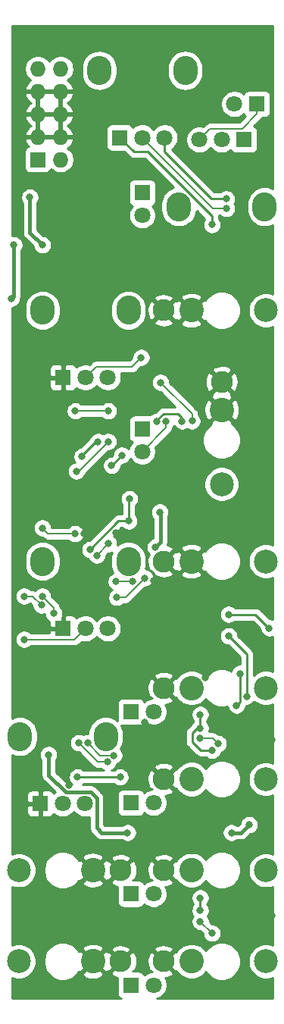
<source format=gbr>
G04 #@! TF.GenerationSoftware,KiCad,Pcbnew,(5.1.5)-3*
G04 #@! TF.CreationDate,2020-07-23T18:35:02-07:00*
G04 #@! TF.ProjectId,vcf-20,7663662d-3230-42e6-9b69-6361645f7063,rev?*
G04 #@! TF.SameCoordinates,Original*
G04 #@! TF.FileFunction,Copper,L1,Top*
G04 #@! TF.FilePolarity,Positive*
%FSLAX46Y46*%
G04 Gerber Fmt 4.6, Leading zero omitted, Abs format (unit mm)*
G04 Created by KiCad (PCBNEW (5.1.5)-3) date 2020-07-23 18:35:02*
%MOMM*%
%LPD*%
G04 APERTURE LIST*
%ADD10C,1.800000*%
%ADD11R,1.800000X1.800000*%
%ADD12C,2.670000*%
%ADD13C,2.730000*%
%ADD14C,2.445000*%
%ADD15O,2.720000X3.240000*%
%ADD16O,1.727200X1.727200*%
%ADD17R,1.727200X1.727200*%
%ADD18C,0.800000*%
%ADD19C,0.254000*%
%ADD20C,0.203200*%
%ADD21C,0.381000*%
G04 APERTURE END LIST*
D10*
X16510000Y-107549000D03*
D11*
X13970000Y-107549000D03*
D12*
X29040000Y-115080000D03*
D13*
X20740000Y-115080000D03*
D14*
X17640000Y-115080000D03*
D15*
X4090000Y-70390400D03*
X13690000Y-70390400D03*
D10*
X11390000Y-77890400D03*
X8890000Y-77890400D03*
D11*
X6390000Y-77890400D03*
D12*
X1430000Y-104900000D03*
D13*
X9730000Y-104900000D03*
D14*
X12830000Y-104900000D03*
D12*
X24120000Y-61770000D03*
D13*
X24120000Y-53470000D03*
D14*
X24120000Y-50370000D03*
D15*
X4090000Y-42360000D03*
X13690000Y-42360000D03*
D10*
X11390000Y-49860000D03*
X8890000Y-49860000D03*
D11*
X6390000Y-49860000D03*
D10*
X15240000Y-58115200D03*
D11*
X15240000Y-55575200D03*
D10*
X16510000Y-117729000D03*
D11*
X13970000Y-117729000D03*
D10*
X16510000Y-97369000D03*
D11*
X13970000Y-97369000D03*
D10*
X16510000Y-87189000D03*
D11*
X13970000Y-87189000D03*
D10*
X25527000Y-19304000D03*
D11*
X28067000Y-19304000D03*
D10*
X15240000Y-31750000D03*
D11*
X15240000Y-29210000D03*
D15*
X28920000Y-30780000D03*
X19320000Y-30780000D03*
D10*
X21620000Y-23280000D03*
X24120000Y-23280000D03*
D11*
X26620000Y-23280000D03*
D15*
X10440000Y-15559800D03*
X20040000Y-15559800D03*
D10*
X17740000Y-23059800D03*
X15240000Y-23059800D03*
D11*
X12740000Y-23059800D03*
D15*
X1550000Y-89960000D03*
X11150000Y-89960000D03*
D10*
X8850000Y-97460000D03*
X6350000Y-97460000D03*
D11*
X3850000Y-97460000D03*
D12*
X29040000Y-70390000D03*
D13*
X20740000Y-70390000D03*
D14*
X17640000Y-70390000D03*
D12*
X29040000Y-42360000D03*
D13*
X20740000Y-42360000D03*
D14*
X17640000Y-42360000D03*
D12*
X29040000Y-104900000D03*
D13*
X20740000Y-104900000D03*
D14*
X17640000Y-104900000D03*
D12*
X29040000Y-94720000D03*
D13*
X20740000Y-94720000D03*
D14*
X17640000Y-94720000D03*
D12*
X1430000Y-115080000D03*
D13*
X9730000Y-115080000D03*
D14*
X12830000Y-115080000D03*
D12*
X29040000Y-84540000D03*
D13*
X20740000Y-84540000D03*
D14*
X17640000Y-84540000D03*
D16*
X6096000Y-15367000D03*
X3556000Y-15367000D03*
X6096000Y-17907000D03*
X3556000Y-17907000D03*
X6096000Y-20447000D03*
X3556000Y-20447000D03*
X6096000Y-22987000D03*
X3556000Y-22987000D03*
X6096000Y-25527000D03*
D17*
X3556000Y-25527000D03*
D18*
X15621000Y-20447000D03*
X24638000Y-16891000D03*
X28702000Y-14732000D03*
X16256000Y-12192000D03*
X24003000Y-37973000D03*
X9779000Y-41783000D03*
X18288000Y-33782000D03*
X25527000Y-25908000D03*
X28702000Y-35306000D03*
X9144000Y-29337000D03*
X23028634Y-32790966D03*
X24638000Y-29900002D03*
X24638000Y-30988000D03*
X20193000Y-57531000D03*
X13970000Y-81153000D03*
X13335000Y-83820000D03*
X12255863Y-67246862D03*
X8763000Y-67310000D03*
X15621000Y-64770000D03*
X6350000Y-80264000D03*
X15494000Y-88392002D03*
X26311001Y-64135000D03*
X29718000Y-90297000D03*
X22322229Y-83374760D03*
X2413000Y-40640000D03*
X27686000Y-72771000D03*
X29718006Y-109982000D03*
X28194000Y-48641000D03*
X28829000Y-64135000D03*
X28956000Y-99822000D03*
X14224000Y-77597000D03*
X16510000Y-72517000D03*
X14859000Y-52070000D03*
X6096000Y-88773000D03*
X7051600Y-95377000D03*
X2286000Y-99568000D03*
X21717000Y-89027000D03*
X21717000Y-109383600D03*
X21717000Y-107980400D03*
X21717000Y-89027000D03*
X21717000Y-87503000D03*
X23057865Y-91502454D03*
X25781000Y-86486980D03*
X29419610Y-77851000D03*
X16703600Y-68826458D03*
X17198059Y-64901246D03*
X4064000Y-35051984D03*
X2667000Y-29717988D03*
X10287000Y-57023000D03*
X8509000Y-58674000D03*
X8001000Y-94488000D03*
X12766600Y-94488000D03*
X26162000Y-82930992D03*
X24892000Y-76327000D03*
X19685000Y-54737000D03*
X16891000Y-54737000D03*
X9391777Y-69082814D03*
X13751516Y-65887362D03*
X625024Y-41021000D03*
X889000Y-35052000D03*
X13801558Y-63414442D03*
X12954000Y-58547000D03*
X11823527Y-59677473D03*
X27178000Y-99822000D03*
X26907999Y-85471000D03*
X4774393Y-91993400D03*
X13589000Y-100711000D03*
X25220001Y-100711000D03*
X24892000Y-78740000D03*
X23038607Y-111938607D03*
X21730793Y-110630793D03*
X21717000Y-90170000D03*
X23726354Y-90758716D03*
X4064000Y-74295006D03*
X5334000Y-76200006D03*
X11430000Y-57023000D03*
X7874000Y-60325000D03*
X9128003Y-90678000D03*
X12065000Y-92075000D03*
X7740933Y-67316067D03*
X4064000Y-66675000D03*
X8128000Y-90678000D03*
X11357892Y-92782108D03*
X12319000Y-72644000D03*
X14146686Y-72619094D03*
X12400210Y-74422000D03*
X15494000Y-72263000D03*
X11459059Y-68421233D03*
X10160000Y-69723000D03*
X2031990Y-74295000D03*
X3956932Y-75292478D03*
X15113000Y-47625000D03*
X20808136Y-54717136D03*
X17272000Y-50419000D03*
X2032000Y-79120994D03*
X7747000Y-53594000D03*
X11430000Y-53594000D03*
X17907000Y-54737000D03*
D19*
X12105000Y-23622000D02*
X12284641Y-23622000D01*
X15823792Y-24638000D02*
X23028634Y-31842842D01*
X23028634Y-31842842D02*
X23028634Y-32790966D01*
X12740000Y-23059800D02*
X14318200Y-24638000D01*
X14318200Y-24638000D02*
X15823792Y-24638000D01*
X17740000Y-24332592D02*
X17740000Y-23059800D01*
X17740000Y-24657962D02*
X17740000Y-24332592D01*
X22982040Y-29900002D02*
X17740000Y-24657962D01*
X24638000Y-29900002D02*
X22982040Y-29900002D01*
D20*
X15240000Y-23059800D02*
X23168200Y-30988000D01*
X23168200Y-30988000D02*
X24638000Y-30988000D01*
X22821601Y-22078399D02*
X22519999Y-22380001D01*
X22519999Y-22380001D02*
X21620000Y-23280000D01*
X26395801Y-22078399D02*
X22821601Y-22078399D01*
X28067000Y-20407200D02*
X26395801Y-22078399D01*
X28067000Y-19304000D02*
X28067000Y-20407200D01*
X6350000Y-78486000D02*
X6350000Y-78613000D01*
D19*
X21717000Y-89027000D02*
X21717000Y-87503000D01*
X21717000Y-109383600D02*
X21717000Y-107980400D01*
X22492180Y-91502454D02*
X23057865Y-91502454D01*
X21779454Y-91502454D02*
X22492180Y-91502454D01*
X21717000Y-89027000D02*
X21336000Y-89027000D01*
X20828000Y-89535000D02*
X20828000Y-90551000D01*
X21336000Y-89027000D02*
X20828000Y-89535000D01*
X20828000Y-90551000D02*
X21779454Y-91502454D01*
D21*
X17272000Y-64975187D02*
X17198059Y-64901246D01*
X16703600Y-68826458D02*
X17272000Y-68258058D01*
X17272000Y-68258058D02*
X17272000Y-64975187D01*
X2667000Y-33654984D02*
X2667000Y-29717988D01*
X4064000Y-35051984D02*
X2667000Y-33654984D01*
D19*
X8509000Y-58547000D02*
X8509000Y-58674000D01*
X10287000Y-57023000D02*
X10033000Y-57023000D01*
X10033000Y-57023000D02*
X8509000Y-58547000D01*
X8001000Y-94488000D02*
X12766600Y-94488000D01*
X26180999Y-82949991D02*
X26162000Y-82930992D01*
X26180999Y-86086981D02*
X26180999Y-82949991D01*
X25781000Y-86486980D02*
X26180999Y-86086981D01*
X27895610Y-76327000D02*
X24892000Y-76327000D01*
X29419610Y-77851000D02*
X27895610Y-76327000D01*
X17618001Y-53882999D02*
X16891000Y-54610000D01*
X19211999Y-53882999D02*
X17618001Y-53882999D01*
X19685000Y-54737000D02*
X19685000Y-54356000D01*
X16891000Y-54610000D02*
X16891000Y-54737000D01*
X19685000Y-54356000D02*
X19211999Y-53882999D01*
X9391777Y-69082814D02*
X12587229Y-65887362D01*
X12587229Y-65887362D02*
X13751516Y-65887362D01*
D21*
X889000Y-40757024D02*
X889000Y-35052000D01*
X625024Y-41021000D02*
X889000Y-40757024D01*
D19*
X13751516Y-65887362D02*
X13751516Y-63464484D01*
X13751516Y-63464484D02*
X13801558Y-63414442D01*
X12954000Y-58547000D02*
X11823527Y-59677473D01*
D21*
X26289000Y-100711000D02*
X27178000Y-99822000D01*
X25220001Y-100711000D02*
X26289000Y-100711000D01*
X10140501Y-100183501D02*
X10668000Y-100711000D01*
X4774393Y-91993400D02*
X4774393Y-94269735D01*
X6674157Y-96169499D02*
X9469441Y-96169499D01*
X4774393Y-94269735D02*
X6674157Y-96169499D01*
X9469441Y-96169499D02*
X10140501Y-96840559D01*
X10668000Y-100711000D02*
X13589000Y-100711000D01*
X10140501Y-96840559D02*
X10140501Y-100183501D01*
D19*
X26907999Y-85471000D02*
X26907999Y-80755999D01*
X26907999Y-80755999D02*
X24892000Y-78740000D01*
D20*
X23038607Y-111938607D02*
X21730793Y-110630793D01*
X21717000Y-90170000D02*
X23137638Y-90170000D01*
X23137638Y-90170000D02*
X23726354Y-90758716D01*
X5334000Y-75565006D02*
X5334000Y-76200006D01*
X4064000Y-74295006D02*
X5334000Y-75565006D01*
X8128000Y-60325000D02*
X7874000Y-60325000D01*
X11430000Y-57023000D02*
X8128000Y-60325000D01*
X9128003Y-90678000D02*
X10525003Y-92075000D01*
X10525003Y-92075000D02*
X12065000Y-92075000D01*
X4705067Y-67316067D02*
X4064000Y-66675000D01*
X7740933Y-67316067D02*
X4705067Y-67316067D01*
X8128000Y-90678000D02*
X10232108Y-92782108D01*
X10232108Y-92782108D02*
X11357892Y-92782108D01*
X14121780Y-72644000D02*
X14146686Y-72619094D01*
X12319000Y-72644000D02*
X14121780Y-72644000D01*
X15494000Y-72310150D02*
X15494000Y-72263000D01*
X13382150Y-74422000D02*
X15494000Y-72310150D01*
X12400210Y-74422000D02*
X13382150Y-74422000D01*
X11459059Y-68423941D02*
X11459059Y-68421233D01*
X10160000Y-69723000D02*
X11459059Y-68423941D01*
X2959454Y-74295000D02*
X3956932Y-75292478D01*
X2031990Y-74295000D02*
X2959454Y-74295000D01*
X14097000Y-48641000D02*
X15113000Y-47625000D01*
X8890000Y-49860000D02*
X10109000Y-48641000D01*
X10109000Y-48641000D02*
X14097000Y-48641000D01*
X20808136Y-53955136D02*
X20808136Y-54717136D01*
X17272000Y-50419000D02*
X20808136Y-53955136D01*
X7659406Y-79120994D02*
X2032000Y-79120994D01*
X8890000Y-77890400D02*
X7659406Y-79120994D01*
X7747000Y-53594000D02*
X11430000Y-53594000D01*
X15240000Y-58115200D02*
X17907000Y-55448200D01*
X17907000Y-55448200D02*
X17907000Y-54737000D01*
D19*
G36*
X29820000Y-28738955D02*
G01*
X29687146Y-28667943D01*
X29311087Y-28553867D01*
X28920000Y-28515348D01*
X28528912Y-28553867D01*
X28152853Y-28667943D01*
X27806275Y-28853193D01*
X27502497Y-29102497D01*
X27253193Y-29406275D01*
X27067943Y-29752854D01*
X26953867Y-30128913D01*
X26925000Y-30422003D01*
X26925000Y-31137998D01*
X26953867Y-31431088D01*
X27067943Y-31807147D01*
X27253193Y-32153725D01*
X27502498Y-32457503D01*
X27806276Y-32706807D01*
X28152854Y-32892057D01*
X28528913Y-33006133D01*
X28920000Y-33044652D01*
X29311088Y-33006133D01*
X29687147Y-32892057D01*
X29820000Y-32821045D01*
X29820000Y-40550774D01*
X29614628Y-40465706D01*
X29234028Y-40390000D01*
X28845972Y-40390000D01*
X28465372Y-40465706D01*
X28106855Y-40614209D01*
X27784198Y-40829801D01*
X27509801Y-41104198D01*
X27294209Y-41426855D01*
X27145706Y-41785372D01*
X27070000Y-42165972D01*
X27070000Y-42554028D01*
X27145706Y-42934628D01*
X27294209Y-43293145D01*
X27509801Y-43615802D01*
X27784198Y-43890199D01*
X28106855Y-44105791D01*
X28465372Y-44254294D01*
X28845972Y-44330000D01*
X29234028Y-44330000D01*
X29614628Y-44254294D01*
X29820000Y-44169226D01*
X29820001Y-68580774D01*
X29614628Y-68495706D01*
X29234028Y-68420000D01*
X28845972Y-68420000D01*
X28465372Y-68495706D01*
X28106855Y-68644209D01*
X27784198Y-68859801D01*
X27509801Y-69134198D01*
X27294209Y-69456855D01*
X27145706Y-69815372D01*
X27070000Y-70195972D01*
X27070000Y-70584028D01*
X27145706Y-70964628D01*
X27294209Y-71323145D01*
X27509801Y-71645802D01*
X27784198Y-71920199D01*
X28106855Y-72135791D01*
X28465372Y-72284294D01*
X28845972Y-72360000D01*
X29234028Y-72360000D01*
X29614628Y-72284294D01*
X29820001Y-72199226D01*
X29820001Y-76896571D01*
X29721508Y-76855774D01*
X29521549Y-76816000D01*
X29462241Y-76816000D01*
X28460894Y-75814654D01*
X28437032Y-75785578D01*
X28321002Y-75690355D01*
X28188625Y-75619598D01*
X28044988Y-75576026D01*
X27933036Y-75565000D01*
X27933033Y-75565000D01*
X27895610Y-75561314D01*
X27858187Y-75565000D01*
X25593711Y-75565000D01*
X25551774Y-75523063D01*
X25382256Y-75409795D01*
X25193898Y-75331774D01*
X24993939Y-75292000D01*
X24790061Y-75292000D01*
X24590102Y-75331774D01*
X24401744Y-75409795D01*
X24232226Y-75523063D01*
X24088063Y-75667226D01*
X23974795Y-75836744D01*
X23896774Y-76025102D01*
X23857000Y-76225061D01*
X23857000Y-76428939D01*
X23896774Y-76628898D01*
X23974795Y-76817256D01*
X24088063Y-76986774D01*
X24232226Y-77130937D01*
X24401744Y-77244205D01*
X24590102Y-77322226D01*
X24790061Y-77362000D01*
X24993939Y-77362000D01*
X25193898Y-77322226D01*
X25382256Y-77244205D01*
X25551774Y-77130937D01*
X25593711Y-77089000D01*
X27579980Y-77089000D01*
X28384610Y-77893631D01*
X28384610Y-77952939D01*
X28424384Y-78152898D01*
X28502405Y-78341256D01*
X28615673Y-78510774D01*
X28759836Y-78654937D01*
X28929354Y-78768205D01*
X29117712Y-78846226D01*
X29317671Y-78886000D01*
X29521549Y-78886000D01*
X29721508Y-78846226D01*
X29820001Y-78805429D01*
X29820001Y-82730774D01*
X29614628Y-82645706D01*
X29234028Y-82570000D01*
X28845972Y-82570000D01*
X28465372Y-82645706D01*
X28106855Y-82794209D01*
X27784198Y-83009801D01*
X27669999Y-83124000D01*
X27669999Y-80793421D01*
X27673685Y-80755998D01*
X27669999Y-80718573D01*
X27658973Y-80606621D01*
X27615401Y-80462984D01*
X27544644Y-80330607D01*
X27449421Y-80214577D01*
X27420351Y-80190720D01*
X25927000Y-78697370D01*
X25927000Y-78638061D01*
X25887226Y-78438102D01*
X25809205Y-78249744D01*
X25695937Y-78080226D01*
X25551774Y-77936063D01*
X25382256Y-77822795D01*
X25193898Y-77744774D01*
X24993939Y-77705000D01*
X24790061Y-77705000D01*
X24590102Y-77744774D01*
X24401744Y-77822795D01*
X24232226Y-77936063D01*
X24088063Y-78080226D01*
X23974795Y-78249744D01*
X23896774Y-78438102D01*
X23857000Y-78638061D01*
X23857000Y-78841939D01*
X23896774Y-79041898D01*
X23974795Y-79230256D01*
X24088063Y-79399774D01*
X24232226Y-79543937D01*
X24401744Y-79657205D01*
X24590102Y-79735226D01*
X24790061Y-79775000D01*
X24849370Y-79775000D01*
X26146000Y-81071631D01*
X26146000Y-81895992D01*
X26060061Y-81895992D01*
X25860102Y-81935766D01*
X25671744Y-82013787D01*
X25502226Y-82127055D01*
X25358063Y-82271218D01*
X25244795Y-82440736D01*
X25166774Y-82629094D01*
X25159295Y-82666692D01*
X25131302Y-82647988D01*
X24742756Y-82487047D01*
X24330279Y-82405000D01*
X23909721Y-82405000D01*
X23497244Y-82487047D01*
X23108698Y-82647988D01*
X22759017Y-82881637D01*
X22461637Y-83179017D01*
X22348818Y-83347862D01*
X22293501Y-83265074D01*
X22014926Y-82986499D01*
X21687355Y-82767623D01*
X21323378Y-82616859D01*
X20936983Y-82540000D01*
X20543017Y-82540000D01*
X20156622Y-82616859D01*
X19792645Y-82767623D01*
X19465074Y-82986499D01*
X19186499Y-83265074D01*
X19047008Y-83473836D01*
X18934012Y-83425593D01*
X17819605Y-84540000D01*
X18934012Y-85654407D01*
X19047008Y-85606164D01*
X19186499Y-85814926D01*
X19465074Y-86093501D01*
X19792645Y-86312377D01*
X20156622Y-86463141D01*
X20543017Y-86540000D01*
X20936983Y-86540000D01*
X21323378Y-86463141D01*
X21687355Y-86312377D01*
X22014926Y-86093501D01*
X22293501Y-85814926D01*
X22348818Y-85732138D01*
X22461637Y-85900983D01*
X22759017Y-86198363D01*
X23108698Y-86432012D01*
X23497244Y-86592953D01*
X23909721Y-86675000D01*
X24330279Y-86675000D01*
X24742756Y-86592953D01*
X24746494Y-86591405D01*
X24785774Y-86788878D01*
X24863795Y-86977236D01*
X24977063Y-87146754D01*
X25121226Y-87290917D01*
X25290744Y-87404185D01*
X25479102Y-87482206D01*
X25679061Y-87521980D01*
X25882939Y-87521980D01*
X26082898Y-87482206D01*
X26271256Y-87404185D01*
X26440774Y-87290917D01*
X26584937Y-87146754D01*
X26698205Y-86977236D01*
X26776226Y-86788878D01*
X26816000Y-86588919D01*
X26816000Y-86514376D01*
X26817644Y-86512373D01*
X26821050Y-86506000D01*
X27009938Y-86506000D01*
X27209897Y-86466226D01*
X27398255Y-86388205D01*
X27567773Y-86274937D01*
X27711936Y-86130774D01*
X27765143Y-86051144D01*
X27784198Y-86070199D01*
X28106855Y-86285791D01*
X28465372Y-86434294D01*
X28845972Y-86510000D01*
X29234028Y-86510000D01*
X29614628Y-86434294D01*
X29820001Y-86349226D01*
X29820001Y-92910774D01*
X29614628Y-92825706D01*
X29234028Y-92750000D01*
X28845972Y-92750000D01*
X28465372Y-92825706D01*
X28106855Y-92974209D01*
X27784198Y-93189801D01*
X27509801Y-93464198D01*
X27294209Y-93786855D01*
X27145706Y-94145372D01*
X27070000Y-94525972D01*
X27070000Y-94914028D01*
X27145706Y-95294628D01*
X27294209Y-95653145D01*
X27509801Y-95975802D01*
X27784198Y-96250199D01*
X28106855Y-96465791D01*
X28465372Y-96614294D01*
X28845972Y-96690000D01*
X29234028Y-96690000D01*
X29614628Y-96614294D01*
X29820001Y-96529226D01*
X29820001Y-103090774D01*
X29614628Y-103005706D01*
X29234028Y-102930000D01*
X28845972Y-102930000D01*
X28465372Y-103005706D01*
X28106855Y-103154209D01*
X27784198Y-103369801D01*
X27509801Y-103644198D01*
X27294209Y-103966855D01*
X27145706Y-104325372D01*
X27070000Y-104705972D01*
X27070000Y-105094028D01*
X27145706Y-105474628D01*
X27294209Y-105833145D01*
X27509801Y-106155802D01*
X27784198Y-106430199D01*
X28106855Y-106645791D01*
X28465372Y-106794294D01*
X28845972Y-106870000D01*
X29234028Y-106870000D01*
X29614628Y-106794294D01*
X29820001Y-106709226D01*
X29820001Y-113270774D01*
X29614628Y-113185706D01*
X29234028Y-113110000D01*
X28845972Y-113110000D01*
X28465372Y-113185706D01*
X28106855Y-113334209D01*
X27784198Y-113549801D01*
X27509801Y-113824198D01*
X27294209Y-114146855D01*
X27145706Y-114505372D01*
X27070000Y-114885972D01*
X27070000Y-115274028D01*
X27145706Y-115654628D01*
X27294209Y-116013145D01*
X27509801Y-116335802D01*
X27784198Y-116610199D01*
X28106855Y-116825791D01*
X28465372Y-116974294D01*
X28845972Y-117050000D01*
X29234028Y-117050000D01*
X29614628Y-116974294D01*
X29820001Y-116889226D01*
X29820001Y-119225000D01*
X16857251Y-119225000D01*
X16957743Y-119205011D01*
X17237095Y-119089299D01*
X17488505Y-118921312D01*
X17702312Y-118707505D01*
X17870299Y-118456095D01*
X17986011Y-118176743D01*
X18045000Y-117880184D01*
X18045000Y-117577816D01*
X17986011Y-117281257D01*
X17870299Y-117001905D01*
X17821829Y-116929365D01*
X18056744Y-116899369D01*
X18403677Y-116783108D01*
X18631806Y-116661170D01*
X18754407Y-116374012D01*
X17640000Y-115259605D01*
X17625858Y-115273748D01*
X17446253Y-115094143D01*
X17460395Y-115080000D01*
X17819605Y-115080000D01*
X18934012Y-116194407D01*
X19047008Y-116146164D01*
X19186499Y-116354926D01*
X19465074Y-116633501D01*
X19792645Y-116852377D01*
X20156622Y-117003141D01*
X20543017Y-117080000D01*
X20936983Y-117080000D01*
X21323378Y-117003141D01*
X21687355Y-116852377D01*
X22014926Y-116633501D01*
X22293501Y-116354926D01*
X22348818Y-116272138D01*
X22461637Y-116440983D01*
X22759017Y-116738363D01*
X23108698Y-116972012D01*
X23497244Y-117132953D01*
X23909721Y-117215000D01*
X24330279Y-117215000D01*
X24742756Y-117132953D01*
X25131302Y-116972012D01*
X25480983Y-116738363D01*
X25778363Y-116440983D01*
X26012012Y-116091302D01*
X26172953Y-115702756D01*
X26255000Y-115290279D01*
X26255000Y-114869721D01*
X26172953Y-114457244D01*
X26012012Y-114068698D01*
X25778363Y-113719017D01*
X25480983Y-113421637D01*
X25131302Y-113187988D01*
X24742756Y-113027047D01*
X24330279Y-112945000D01*
X23909721Y-112945000D01*
X23497244Y-113027047D01*
X23108698Y-113187988D01*
X22759017Y-113421637D01*
X22461637Y-113719017D01*
X22348818Y-113887862D01*
X22293501Y-113805074D01*
X22014926Y-113526499D01*
X21687355Y-113307623D01*
X21323378Y-113156859D01*
X20936983Y-113080000D01*
X20543017Y-113080000D01*
X20156622Y-113156859D01*
X19792645Y-113307623D01*
X19465074Y-113526499D01*
X19186499Y-113805074D01*
X19047008Y-114013836D01*
X18934012Y-113965593D01*
X17819605Y-115080000D01*
X17460395Y-115080000D01*
X16345988Y-113965593D01*
X16058830Y-114088194D01*
X15895720Y-114415722D01*
X15799641Y-114768778D01*
X15774287Y-115133795D01*
X15820631Y-115496744D01*
X15936892Y-115843677D01*
X16058830Y-116071806D01*
X16345986Y-116194406D01*
X16343307Y-116197085D01*
X16062257Y-116252989D01*
X15782905Y-116368701D01*
X15531495Y-116536688D01*
X15465056Y-116603127D01*
X15459502Y-116584820D01*
X15400537Y-116474506D01*
X15321185Y-116377815D01*
X15224494Y-116298463D01*
X15114180Y-116239498D01*
X14994482Y-116203188D01*
X14870000Y-116190928D01*
X14132161Y-116190928D01*
X14411170Y-116071806D01*
X14574280Y-115744278D01*
X14670359Y-115391222D01*
X14695713Y-115026205D01*
X14649369Y-114663256D01*
X14533108Y-114316323D01*
X14411170Y-114088194D01*
X14124012Y-113965593D01*
X13009605Y-115080000D01*
X13023748Y-115094143D01*
X12844143Y-115273748D01*
X12830000Y-115259605D01*
X11715593Y-116374012D01*
X11838194Y-116661170D01*
X12165722Y-116824280D01*
X12431928Y-116896724D01*
X12431928Y-118629000D01*
X12444188Y-118753482D01*
X12480498Y-118873180D01*
X12539463Y-118983494D01*
X12618815Y-119080185D01*
X12715506Y-119159537D01*
X12825820Y-119218502D01*
X12847241Y-119225000D01*
X660000Y-119225000D01*
X660000Y-116893368D01*
X855372Y-116974294D01*
X1235972Y-117050000D01*
X1624028Y-117050000D01*
X2004628Y-116974294D01*
X2363145Y-116825791D01*
X2685802Y-116610199D01*
X2960199Y-116335802D01*
X3175791Y-116013145D01*
X3324294Y-115654628D01*
X3400000Y-115274028D01*
X3400000Y-114885972D01*
X3396768Y-114869721D01*
X4215000Y-114869721D01*
X4215000Y-115290279D01*
X4297047Y-115702756D01*
X4457988Y-116091302D01*
X4691637Y-116440983D01*
X4989017Y-116738363D01*
X5338698Y-116972012D01*
X5727244Y-117132953D01*
X6139721Y-117215000D01*
X6560279Y-117215000D01*
X6972756Y-117132953D01*
X7361302Y-116972012D01*
X7710983Y-116738363D01*
X7973825Y-116475521D01*
X8514084Y-116475521D01*
X8653848Y-116777262D01*
X9005645Y-116954597D01*
X9385279Y-117059891D01*
X9778160Y-117089100D01*
X10169190Y-117041101D01*
X10543343Y-116917737D01*
X10806152Y-116777262D01*
X10945916Y-116475521D01*
X9730000Y-115259605D01*
X8514084Y-116475521D01*
X7973825Y-116475521D01*
X8008363Y-116440983D01*
X8159461Y-116214849D01*
X8334479Y-116295916D01*
X9550395Y-115080000D01*
X9909605Y-115080000D01*
X11125521Y-116295916D01*
X11427262Y-116156152D01*
X11430649Y-116149433D01*
X11535988Y-116194407D01*
X12650395Y-115080000D01*
X11535988Y-113965593D01*
X11430815Y-114010496D01*
X11427262Y-114003848D01*
X11125521Y-113864084D01*
X9909605Y-115080000D01*
X9550395Y-115080000D01*
X8334479Y-113864084D01*
X8159461Y-113945151D01*
X8008363Y-113719017D01*
X7973825Y-113684479D01*
X8514084Y-113684479D01*
X9730000Y-114900395D01*
X10844407Y-113785988D01*
X11715593Y-113785988D01*
X12830000Y-114900395D01*
X13944407Y-113785988D01*
X16525593Y-113785988D01*
X17640000Y-114900395D01*
X18754407Y-113785988D01*
X18631806Y-113498830D01*
X18304278Y-113335720D01*
X17951222Y-113239641D01*
X17586205Y-113214287D01*
X17223256Y-113260631D01*
X16876323Y-113376892D01*
X16648194Y-113498830D01*
X16525593Y-113785988D01*
X13944407Y-113785988D01*
X13821806Y-113498830D01*
X13494278Y-113335720D01*
X13141222Y-113239641D01*
X12776205Y-113214287D01*
X12413256Y-113260631D01*
X12066323Y-113376892D01*
X11838194Y-113498830D01*
X11715593Y-113785988D01*
X10844407Y-113785988D01*
X10945916Y-113684479D01*
X10806152Y-113382738D01*
X10454355Y-113205403D01*
X10074721Y-113100109D01*
X9681840Y-113070900D01*
X9290810Y-113118899D01*
X8916657Y-113242263D01*
X8653848Y-113382738D01*
X8514084Y-113684479D01*
X7973825Y-113684479D01*
X7710983Y-113421637D01*
X7361302Y-113187988D01*
X6972756Y-113027047D01*
X6560279Y-112945000D01*
X6139721Y-112945000D01*
X5727244Y-113027047D01*
X5338698Y-113187988D01*
X4989017Y-113421637D01*
X4691637Y-113719017D01*
X4457988Y-114068698D01*
X4297047Y-114457244D01*
X4215000Y-114869721D01*
X3396768Y-114869721D01*
X3324294Y-114505372D01*
X3175791Y-114146855D01*
X2960199Y-113824198D01*
X2685802Y-113549801D01*
X2363145Y-113334209D01*
X2004628Y-113185706D01*
X1624028Y-113110000D01*
X1235972Y-113110000D01*
X855372Y-113185706D01*
X660000Y-113266632D01*
X660000Y-106713368D01*
X855372Y-106794294D01*
X1235972Y-106870000D01*
X1624028Y-106870000D01*
X2004628Y-106794294D01*
X2363145Y-106645791D01*
X2685802Y-106430199D01*
X2960199Y-106155802D01*
X3175791Y-105833145D01*
X3324294Y-105474628D01*
X3400000Y-105094028D01*
X3400000Y-104705972D01*
X3396768Y-104689721D01*
X4215000Y-104689721D01*
X4215000Y-105110279D01*
X4297047Y-105522756D01*
X4457988Y-105911302D01*
X4691637Y-106260983D01*
X4989017Y-106558363D01*
X5338698Y-106792012D01*
X5727244Y-106952953D01*
X6139721Y-107035000D01*
X6560279Y-107035000D01*
X6972756Y-106952953D01*
X7361302Y-106792012D01*
X7710983Y-106558363D01*
X7973825Y-106295521D01*
X8514084Y-106295521D01*
X8653848Y-106597262D01*
X9005645Y-106774597D01*
X9385279Y-106879891D01*
X9778160Y-106909100D01*
X10169190Y-106861101D01*
X10543343Y-106737737D01*
X10806152Y-106597262D01*
X10945916Y-106295521D01*
X10844407Y-106194012D01*
X11715593Y-106194012D01*
X11838194Y-106481170D01*
X12165722Y-106644280D01*
X12431928Y-106716724D01*
X12431928Y-108449000D01*
X12444188Y-108573482D01*
X12480498Y-108693180D01*
X12539463Y-108803494D01*
X12618815Y-108900185D01*
X12715506Y-108979537D01*
X12825820Y-109038502D01*
X12945518Y-109074812D01*
X13070000Y-109087072D01*
X14870000Y-109087072D01*
X14994482Y-109074812D01*
X15114180Y-109038502D01*
X15224494Y-108979537D01*
X15321185Y-108900185D01*
X15400537Y-108803494D01*
X15459502Y-108693180D01*
X15465056Y-108674873D01*
X15531495Y-108741312D01*
X15782905Y-108909299D01*
X16062257Y-109025011D01*
X16358816Y-109084000D01*
X16661184Y-109084000D01*
X16957743Y-109025011D01*
X17237095Y-108909299D01*
X17488505Y-108741312D01*
X17702312Y-108527505D01*
X17870299Y-108276095D01*
X17986011Y-107996743D01*
X18009538Y-107878461D01*
X20682000Y-107878461D01*
X20682000Y-108082339D01*
X20721774Y-108282298D01*
X20799795Y-108470656D01*
X20913063Y-108640174D01*
X20954889Y-108682000D01*
X20913063Y-108723826D01*
X20799795Y-108893344D01*
X20721774Y-109081702D01*
X20682000Y-109281661D01*
X20682000Y-109485539D01*
X20721774Y-109685498D01*
X20799795Y-109873856D01*
X20895787Y-110017518D01*
X20813588Y-110140537D01*
X20735567Y-110328895D01*
X20695793Y-110528854D01*
X20695793Y-110732732D01*
X20735567Y-110932691D01*
X20813588Y-111121049D01*
X20926856Y-111290567D01*
X21071019Y-111434730D01*
X21240537Y-111547998D01*
X21428895Y-111626019D01*
X21628854Y-111665793D01*
X21724084Y-111665793D01*
X22003607Y-111945317D01*
X22003607Y-112040546D01*
X22043381Y-112240505D01*
X22121402Y-112428863D01*
X22234670Y-112598381D01*
X22378833Y-112742544D01*
X22548351Y-112855812D01*
X22736709Y-112933833D01*
X22936668Y-112973607D01*
X23140546Y-112973607D01*
X23340505Y-112933833D01*
X23528863Y-112855812D01*
X23698381Y-112742544D01*
X23842544Y-112598381D01*
X23955812Y-112428863D01*
X24033833Y-112240505D01*
X24073607Y-112040546D01*
X24073607Y-111836668D01*
X24033833Y-111636709D01*
X23955812Y-111448351D01*
X23842544Y-111278833D01*
X23698381Y-111134670D01*
X23528863Y-111021402D01*
X23340505Y-110943381D01*
X23140546Y-110903607D01*
X23045317Y-110903607D01*
X22765793Y-110624084D01*
X22765793Y-110528854D01*
X22726019Y-110328895D01*
X22647998Y-110140537D01*
X22552006Y-109996875D01*
X22634205Y-109873856D01*
X22712226Y-109685498D01*
X22752000Y-109485539D01*
X22752000Y-109281661D01*
X22712226Y-109081702D01*
X22634205Y-108893344D01*
X22520937Y-108723826D01*
X22479111Y-108682000D01*
X22520937Y-108640174D01*
X22634205Y-108470656D01*
X22712226Y-108282298D01*
X22752000Y-108082339D01*
X22752000Y-107878461D01*
X22712226Y-107678502D01*
X22634205Y-107490144D01*
X22520937Y-107320626D01*
X22376774Y-107176463D01*
X22207256Y-107063195D01*
X22018898Y-106985174D01*
X21818939Y-106945400D01*
X21615061Y-106945400D01*
X21415102Y-106985174D01*
X21226744Y-107063195D01*
X21057226Y-107176463D01*
X20913063Y-107320626D01*
X20799795Y-107490144D01*
X20721774Y-107678502D01*
X20682000Y-107878461D01*
X18009538Y-107878461D01*
X18045000Y-107700184D01*
X18045000Y-107397816D01*
X17986011Y-107101257D01*
X17870299Y-106821905D01*
X17821829Y-106749365D01*
X18056744Y-106719369D01*
X18403677Y-106603108D01*
X18631806Y-106481170D01*
X18754407Y-106194012D01*
X17640000Y-105079605D01*
X17625858Y-105093748D01*
X17446253Y-104914143D01*
X17460395Y-104900000D01*
X17819605Y-104900000D01*
X18934012Y-106014407D01*
X19047008Y-105966164D01*
X19186499Y-106174926D01*
X19465074Y-106453501D01*
X19792645Y-106672377D01*
X20156622Y-106823141D01*
X20543017Y-106900000D01*
X20936983Y-106900000D01*
X21323378Y-106823141D01*
X21687355Y-106672377D01*
X22014926Y-106453501D01*
X22293501Y-106174926D01*
X22348818Y-106092138D01*
X22461637Y-106260983D01*
X22759017Y-106558363D01*
X23108698Y-106792012D01*
X23497244Y-106952953D01*
X23909721Y-107035000D01*
X24330279Y-107035000D01*
X24742756Y-106952953D01*
X25131302Y-106792012D01*
X25480983Y-106558363D01*
X25778363Y-106260983D01*
X26012012Y-105911302D01*
X26172953Y-105522756D01*
X26255000Y-105110279D01*
X26255000Y-104689721D01*
X26172953Y-104277244D01*
X26012012Y-103888698D01*
X25778363Y-103539017D01*
X25480983Y-103241637D01*
X25131302Y-103007988D01*
X24742756Y-102847047D01*
X24330279Y-102765000D01*
X23909721Y-102765000D01*
X23497244Y-102847047D01*
X23108698Y-103007988D01*
X22759017Y-103241637D01*
X22461637Y-103539017D01*
X22348818Y-103707862D01*
X22293501Y-103625074D01*
X22014926Y-103346499D01*
X21687355Y-103127623D01*
X21323378Y-102976859D01*
X20936983Y-102900000D01*
X20543017Y-102900000D01*
X20156622Y-102976859D01*
X19792645Y-103127623D01*
X19465074Y-103346499D01*
X19186499Y-103625074D01*
X19047008Y-103833836D01*
X18934012Y-103785593D01*
X17819605Y-104900000D01*
X17460395Y-104900000D01*
X16345988Y-103785593D01*
X16058830Y-103908194D01*
X15895720Y-104235722D01*
X15799641Y-104588778D01*
X15774287Y-104953795D01*
X15820631Y-105316744D01*
X15936892Y-105663677D01*
X16058830Y-105891806D01*
X16345986Y-106014406D01*
X16343307Y-106017085D01*
X16062257Y-106072989D01*
X15782905Y-106188701D01*
X15531495Y-106356688D01*
X15465056Y-106423127D01*
X15459502Y-106404820D01*
X15400537Y-106294506D01*
X15321185Y-106197815D01*
X15224494Y-106118463D01*
X15114180Y-106059498D01*
X14994482Y-106023188D01*
X14870000Y-106010928D01*
X14132161Y-106010928D01*
X14411170Y-105891806D01*
X14574280Y-105564278D01*
X14670359Y-105211222D01*
X14695713Y-104846205D01*
X14649369Y-104483256D01*
X14533108Y-104136323D01*
X14411170Y-103908194D01*
X14124012Y-103785593D01*
X13009605Y-104900000D01*
X13023748Y-104914143D01*
X12844143Y-105093748D01*
X12830000Y-105079605D01*
X11715593Y-106194012D01*
X10844407Y-106194012D01*
X9730000Y-105079605D01*
X8514084Y-106295521D01*
X7973825Y-106295521D01*
X8008363Y-106260983D01*
X8159461Y-106034849D01*
X8334479Y-106115916D01*
X9550395Y-104900000D01*
X9909605Y-104900000D01*
X11125521Y-106115916D01*
X11427262Y-105976152D01*
X11430649Y-105969433D01*
X11535988Y-106014407D01*
X12650395Y-104900000D01*
X11535988Y-103785593D01*
X11430815Y-103830496D01*
X11427262Y-103823848D01*
X11125521Y-103684084D01*
X9909605Y-104900000D01*
X9550395Y-104900000D01*
X8334479Y-103684084D01*
X8159461Y-103765151D01*
X8008363Y-103539017D01*
X7973825Y-103504479D01*
X8514084Y-103504479D01*
X9730000Y-104720395D01*
X10844407Y-103605988D01*
X11715593Y-103605988D01*
X12830000Y-104720395D01*
X13944407Y-103605988D01*
X16525593Y-103605988D01*
X17640000Y-104720395D01*
X18754407Y-103605988D01*
X18631806Y-103318830D01*
X18304278Y-103155720D01*
X17951222Y-103059641D01*
X17586205Y-103034287D01*
X17223256Y-103080631D01*
X16876323Y-103196892D01*
X16648194Y-103318830D01*
X16525593Y-103605988D01*
X13944407Y-103605988D01*
X13821806Y-103318830D01*
X13494278Y-103155720D01*
X13141222Y-103059641D01*
X12776205Y-103034287D01*
X12413256Y-103080631D01*
X12066323Y-103196892D01*
X11838194Y-103318830D01*
X11715593Y-103605988D01*
X10844407Y-103605988D01*
X10945916Y-103504479D01*
X10806152Y-103202738D01*
X10454355Y-103025403D01*
X10074721Y-102920109D01*
X9681840Y-102890900D01*
X9290810Y-102938899D01*
X8916657Y-103062263D01*
X8653848Y-103202738D01*
X8514084Y-103504479D01*
X7973825Y-103504479D01*
X7710983Y-103241637D01*
X7361302Y-103007988D01*
X6972756Y-102847047D01*
X6560279Y-102765000D01*
X6139721Y-102765000D01*
X5727244Y-102847047D01*
X5338698Y-103007988D01*
X4989017Y-103241637D01*
X4691637Y-103539017D01*
X4457988Y-103888698D01*
X4297047Y-104277244D01*
X4215000Y-104689721D01*
X3396768Y-104689721D01*
X3324294Y-104325372D01*
X3175791Y-103966855D01*
X2960199Y-103644198D01*
X2685802Y-103369801D01*
X2363145Y-103154209D01*
X2004628Y-103005706D01*
X1624028Y-102930000D01*
X1235972Y-102930000D01*
X855372Y-103005706D01*
X660000Y-103086632D01*
X660000Y-98360000D01*
X2311928Y-98360000D01*
X2324188Y-98484482D01*
X2360498Y-98604180D01*
X2419463Y-98714494D01*
X2498815Y-98811185D01*
X2595506Y-98890537D01*
X2705820Y-98949502D01*
X2825518Y-98985812D01*
X2950000Y-98998072D01*
X3564250Y-98995000D01*
X3723000Y-98836250D01*
X3723000Y-97587000D01*
X2473750Y-97587000D01*
X2315000Y-97745750D01*
X2311928Y-98360000D01*
X660000Y-98360000D01*
X660000Y-96560000D01*
X2311928Y-96560000D01*
X2315000Y-97174250D01*
X2473750Y-97333000D01*
X3723000Y-97333000D01*
X3723000Y-96083750D01*
X3564250Y-95925000D01*
X2950000Y-95921928D01*
X2825518Y-95934188D01*
X2705820Y-95970498D01*
X2595506Y-96029463D01*
X2498815Y-96108815D01*
X2419463Y-96205506D01*
X2360498Y-96315820D01*
X2324188Y-96435518D01*
X2311928Y-96560000D01*
X660000Y-96560000D01*
X660000Y-92006391D01*
X782853Y-92072057D01*
X1158912Y-92186133D01*
X1550000Y-92224652D01*
X1941087Y-92186133D01*
X2317146Y-92072057D01*
X2655017Y-91891461D01*
X3739393Y-91891461D01*
X3739393Y-92095339D01*
X3779167Y-92295298D01*
X3857188Y-92483656D01*
X3948893Y-92620903D01*
X3948894Y-94229175D01*
X3944899Y-94269735D01*
X3960838Y-94431561D01*
X4008040Y-94587168D01*
X4084694Y-94730577D01*
X4126088Y-94781015D01*
X4187853Y-94856276D01*
X4219354Y-94882128D01*
X5511419Y-96174194D01*
X5371495Y-96267688D01*
X5333880Y-96305303D01*
X5280537Y-96205506D01*
X5201185Y-96108815D01*
X5104494Y-96029463D01*
X4994180Y-95970498D01*
X4874482Y-95934188D01*
X4750000Y-95921928D01*
X4135750Y-95925000D01*
X3977000Y-96083750D01*
X3977000Y-97333000D01*
X3997000Y-97333000D01*
X3997000Y-97587000D01*
X3977000Y-97587000D01*
X3977000Y-98836250D01*
X4135750Y-98995000D01*
X4750000Y-98998072D01*
X4874482Y-98985812D01*
X4994180Y-98949502D01*
X5104494Y-98890537D01*
X5201185Y-98811185D01*
X5280537Y-98714494D01*
X5333880Y-98614697D01*
X5371495Y-98652312D01*
X5622905Y-98820299D01*
X5902257Y-98936011D01*
X6198816Y-98995000D01*
X6501184Y-98995000D01*
X6797743Y-98936011D01*
X7077095Y-98820299D01*
X7328505Y-98652312D01*
X7542312Y-98438505D01*
X7600000Y-98352169D01*
X7657688Y-98438505D01*
X7871495Y-98652312D01*
X8122905Y-98820299D01*
X8402257Y-98936011D01*
X8698816Y-98995000D01*
X9001184Y-98995000D01*
X9297743Y-98936011D01*
X9315002Y-98928862D01*
X9315002Y-100142941D01*
X9311007Y-100183501D01*
X9326946Y-100345327D01*
X9374148Y-100500934D01*
X9450802Y-100644343D01*
X9505506Y-100710999D01*
X9553961Y-100770042D01*
X9585462Y-100795894D01*
X10055602Y-101266034D01*
X10081459Y-101297541D01*
X10169927Y-101370145D01*
X10207157Y-101400699D01*
X10257111Y-101427399D01*
X10350566Y-101477353D01*
X10506174Y-101524556D01*
X10627447Y-101536500D01*
X10627449Y-101536500D01*
X10667999Y-101540494D01*
X10708550Y-101536500D01*
X12961497Y-101536500D01*
X13098744Y-101628205D01*
X13287102Y-101706226D01*
X13487061Y-101746000D01*
X13690939Y-101746000D01*
X13890898Y-101706226D01*
X14079256Y-101628205D01*
X14248774Y-101514937D01*
X14392937Y-101370774D01*
X14506205Y-101201256D01*
X14584226Y-101012898D01*
X14624000Y-100812939D01*
X14624000Y-100609061D01*
X24185001Y-100609061D01*
X24185001Y-100812939D01*
X24224775Y-101012898D01*
X24302796Y-101201256D01*
X24416064Y-101370774D01*
X24560227Y-101514937D01*
X24729745Y-101628205D01*
X24918103Y-101706226D01*
X25118062Y-101746000D01*
X25321940Y-101746000D01*
X25521899Y-101706226D01*
X25710257Y-101628205D01*
X25847504Y-101536500D01*
X26248450Y-101536500D01*
X26289000Y-101540494D01*
X26329550Y-101536500D01*
X26329553Y-101536500D01*
X26450826Y-101524556D01*
X26606434Y-101477353D01*
X26749842Y-101400699D01*
X26875541Y-101297541D01*
X26901397Y-101266035D01*
X27318005Y-100849428D01*
X27479898Y-100817226D01*
X27668256Y-100739205D01*
X27837774Y-100625937D01*
X27981937Y-100481774D01*
X28095205Y-100312256D01*
X28173226Y-100123898D01*
X28213000Y-99923939D01*
X28213000Y-99720061D01*
X28173226Y-99520102D01*
X28095205Y-99331744D01*
X27981937Y-99162226D01*
X27837774Y-99018063D01*
X27668256Y-98904795D01*
X27479898Y-98826774D01*
X27279939Y-98787000D01*
X27076061Y-98787000D01*
X26876102Y-98826774D01*
X26687744Y-98904795D01*
X26518226Y-99018063D01*
X26374063Y-99162226D01*
X26260795Y-99331744D01*
X26182774Y-99520102D01*
X26150572Y-99681995D01*
X25947067Y-99885500D01*
X25847504Y-99885500D01*
X25710257Y-99793795D01*
X25521899Y-99715774D01*
X25321940Y-99676000D01*
X25118062Y-99676000D01*
X24918103Y-99715774D01*
X24729745Y-99793795D01*
X24560227Y-99907063D01*
X24416064Y-100051226D01*
X24302796Y-100220744D01*
X24224775Y-100409102D01*
X24185001Y-100609061D01*
X14624000Y-100609061D01*
X14584226Y-100409102D01*
X14506205Y-100220744D01*
X14392937Y-100051226D01*
X14248774Y-99907063D01*
X14079256Y-99793795D01*
X13890898Y-99715774D01*
X13690939Y-99676000D01*
X13487061Y-99676000D01*
X13287102Y-99715774D01*
X13098744Y-99793795D01*
X12961497Y-99885500D01*
X11009932Y-99885500D01*
X10966001Y-99841569D01*
X10966001Y-96881109D01*
X10969995Y-96840558D01*
X10964217Y-96781890D01*
X10954057Y-96678733D01*
X10906854Y-96523125D01*
X10877924Y-96469000D01*
X12431928Y-96469000D01*
X12431928Y-98269000D01*
X12444188Y-98393482D01*
X12480498Y-98513180D01*
X12539463Y-98623494D01*
X12618815Y-98720185D01*
X12715506Y-98799537D01*
X12825820Y-98858502D01*
X12945518Y-98894812D01*
X13070000Y-98907072D01*
X14870000Y-98907072D01*
X14994482Y-98894812D01*
X15114180Y-98858502D01*
X15224494Y-98799537D01*
X15321185Y-98720185D01*
X15400537Y-98623494D01*
X15459502Y-98513180D01*
X15465056Y-98494873D01*
X15531495Y-98561312D01*
X15782905Y-98729299D01*
X16062257Y-98845011D01*
X16358816Y-98904000D01*
X16661184Y-98904000D01*
X16957743Y-98845011D01*
X17237095Y-98729299D01*
X17488505Y-98561312D01*
X17702312Y-98347505D01*
X17870299Y-98096095D01*
X17986011Y-97816743D01*
X18045000Y-97520184D01*
X18045000Y-97217816D01*
X17986011Y-96921257D01*
X17870299Y-96641905D01*
X17821829Y-96569365D01*
X18056744Y-96539369D01*
X18403677Y-96423108D01*
X18631806Y-96301170D01*
X18754407Y-96014012D01*
X17640000Y-94899605D01*
X17625858Y-94913748D01*
X17446253Y-94734143D01*
X17460395Y-94720000D01*
X17819605Y-94720000D01*
X18934012Y-95834407D01*
X19047008Y-95786164D01*
X19186499Y-95994926D01*
X19465074Y-96273501D01*
X19792645Y-96492377D01*
X20156622Y-96643141D01*
X20543017Y-96720000D01*
X20936983Y-96720000D01*
X21323378Y-96643141D01*
X21687355Y-96492377D01*
X22014926Y-96273501D01*
X22293501Y-95994926D01*
X22348818Y-95912138D01*
X22461637Y-96080983D01*
X22759017Y-96378363D01*
X23108698Y-96612012D01*
X23497244Y-96772953D01*
X23909721Y-96855000D01*
X24330279Y-96855000D01*
X24742756Y-96772953D01*
X25131302Y-96612012D01*
X25480983Y-96378363D01*
X25778363Y-96080983D01*
X26012012Y-95731302D01*
X26172953Y-95342756D01*
X26255000Y-94930279D01*
X26255000Y-94509721D01*
X26172953Y-94097244D01*
X26012012Y-93708698D01*
X25778363Y-93359017D01*
X25480983Y-93061637D01*
X25131302Y-92827988D01*
X24742756Y-92667047D01*
X24330279Y-92585000D01*
X23909721Y-92585000D01*
X23497244Y-92667047D01*
X23108698Y-92827988D01*
X22759017Y-93061637D01*
X22461637Y-93359017D01*
X22348818Y-93527862D01*
X22293501Y-93445074D01*
X22014926Y-93166499D01*
X21687355Y-92947623D01*
X21323378Y-92796859D01*
X20936983Y-92720000D01*
X20543017Y-92720000D01*
X20156622Y-92796859D01*
X19792645Y-92947623D01*
X19465074Y-93166499D01*
X19186499Y-93445074D01*
X19047008Y-93653836D01*
X18934012Y-93605593D01*
X17819605Y-94720000D01*
X17460395Y-94720000D01*
X16345988Y-93605593D01*
X16058830Y-93728194D01*
X15895720Y-94055722D01*
X15799641Y-94408778D01*
X15774287Y-94773795D01*
X15820631Y-95136744D01*
X15936892Y-95483677D01*
X16058830Y-95711806D01*
X16345986Y-95834406D01*
X16343307Y-95837085D01*
X16062257Y-95892989D01*
X15782905Y-96008701D01*
X15531495Y-96176688D01*
X15465056Y-96243127D01*
X15459502Y-96224820D01*
X15400537Y-96114506D01*
X15321185Y-96017815D01*
X15224494Y-95938463D01*
X15114180Y-95879498D01*
X14994482Y-95843188D01*
X14870000Y-95830928D01*
X13070000Y-95830928D01*
X12945518Y-95843188D01*
X12825820Y-95879498D01*
X12715506Y-95938463D01*
X12618815Y-96017815D01*
X12539463Y-96114506D01*
X12480498Y-96224820D01*
X12444188Y-96344518D01*
X12431928Y-96469000D01*
X10877924Y-96469000D01*
X10876208Y-96465791D01*
X10830200Y-96379716D01*
X10752892Y-96285517D01*
X10727042Y-96254018D01*
X10695541Y-96228166D01*
X10081839Y-95614465D01*
X10055982Y-95582958D01*
X9930283Y-95479800D01*
X9786875Y-95403146D01*
X9631267Y-95355943D01*
X9509994Y-95343999D01*
X9509991Y-95343999D01*
X9469441Y-95340005D01*
X9428891Y-95343999D01*
X8582858Y-95343999D01*
X8660774Y-95291937D01*
X8702711Y-95250000D01*
X12064889Y-95250000D01*
X12106826Y-95291937D01*
X12276344Y-95405205D01*
X12464702Y-95483226D01*
X12664661Y-95523000D01*
X12868539Y-95523000D01*
X13068498Y-95483226D01*
X13256856Y-95405205D01*
X13426374Y-95291937D01*
X13570537Y-95147774D01*
X13683805Y-94978256D01*
X13761826Y-94789898D01*
X13801600Y-94589939D01*
X13801600Y-94386061D01*
X13761826Y-94186102D01*
X13683805Y-93997744D01*
X13570537Y-93828226D01*
X13426374Y-93684063D01*
X13256856Y-93570795D01*
X13068498Y-93492774D01*
X12868539Y-93453000D01*
X12664661Y-93453000D01*
X12464702Y-93492774D01*
X12276344Y-93570795D01*
X12106826Y-93684063D01*
X12064889Y-93726000D01*
X11783720Y-93726000D01*
X11848148Y-93699313D01*
X12017666Y-93586045D01*
X12161829Y-93441882D01*
X12172449Y-93425988D01*
X16525593Y-93425988D01*
X17640000Y-94540395D01*
X18754407Y-93425988D01*
X18631806Y-93138830D01*
X18304278Y-92975720D01*
X17951222Y-92879641D01*
X17586205Y-92854287D01*
X17223256Y-92900631D01*
X16876323Y-93016892D01*
X16648194Y-93138830D01*
X16525593Y-93425988D01*
X12172449Y-93425988D01*
X12275097Y-93272364D01*
X12353118Y-93084006D01*
X12355404Y-93072512D01*
X12366898Y-93070226D01*
X12555256Y-92992205D01*
X12724774Y-92878937D01*
X12868937Y-92734774D01*
X12982205Y-92565256D01*
X13060226Y-92376898D01*
X13100000Y-92176939D01*
X13100000Y-91973061D01*
X13060226Y-91773102D01*
X12982205Y-91584744D01*
X12868937Y-91415226D01*
X12803568Y-91349857D01*
X12816807Y-91333725D01*
X13002057Y-90987147D01*
X13116133Y-90611088D01*
X13145000Y-90317998D01*
X13145000Y-89602003D01*
X13138401Y-89535000D01*
X20062314Y-89535000D01*
X20066000Y-89572424D01*
X20066001Y-90513567D01*
X20062314Y-90551000D01*
X20077027Y-90700378D01*
X20120599Y-90844015D01*
X20191355Y-90976392D01*
X20260475Y-91060614D01*
X20286579Y-91092422D01*
X20315649Y-91116279D01*
X21214175Y-92014805D01*
X21238032Y-92043876D01*
X21354062Y-92139099D01*
X21486439Y-92209856D01*
X21630076Y-92253428D01*
X21742028Y-92264454D01*
X21742030Y-92264454D01*
X21779453Y-92268140D01*
X21816876Y-92264454D01*
X22356154Y-92264454D01*
X22398091Y-92306391D01*
X22567609Y-92419659D01*
X22755967Y-92497680D01*
X22955926Y-92537454D01*
X23159804Y-92537454D01*
X23359763Y-92497680D01*
X23548121Y-92419659D01*
X23717639Y-92306391D01*
X23861802Y-92162228D01*
X23975070Y-91992710D01*
X24053091Y-91804352D01*
X24066249Y-91738203D01*
X24216610Y-91675921D01*
X24386128Y-91562653D01*
X24530291Y-91418490D01*
X24643559Y-91248972D01*
X24721580Y-91060614D01*
X24761354Y-90860655D01*
X24761354Y-90656777D01*
X24721580Y-90456818D01*
X24643559Y-90268460D01*
X24530291Y-90098942D01*
X24386128Y-89954779D01*
X24216610Y-89841511D01*
X24028252Y-89763490D01*
X23828293Y-89723716D01*
X23733063Y-89723716D01*
X23684083Y-89674736D01*
X23661013Y-89646625D01*
X23548851Y-89554576D01*
X23420887Y-89486178D01*
X23282037Y-89444058D01*
X23173824Y-89433400D01*
X23173821Y-89433400D01*
X23137638Y-89429836D01*
X23101455Y-89433400D01*
X22668940Y-89433400D01*
X22712226Y-89328898D01*
X22752000Y-89128939D01*
X22752000Y-88925061D01*
X22712226Y-88725102D01*
X22634205Y-88536744D01*
X22520937Y-88367226D01*
X22479000Y-88325289D01*
X22479000Y-88204711D01*
X22520937Y-88162774D01*
X22634205Y-87993256D01*
X22712226Y-87804898D01*
X22752000Y-87604939D01*
X22752000Y-87401061D01*
X22712226Y-87201102D01*
X22634205Y-87012744D01*
X22520937Y-86843226D01*
X22376774Y-86699063D01*
X22207256Y-86585795D01*
X22018898Y-86507774D01*
X21818939Y-86468000D01*
X21615061Y-86468000D01*
X21415102Y-86507774D01*
X21226744Y-86585795D01*
X21057226Y-86699063D01*
X20913063Y-86843226D01*
X20799795Y-87012744D01*
X20721774Y-87201102D01*
X20682000Y-87401061D01*
X20682000Y-87604939D01*
X20721774Y-87804898D01*
X20799795Y-87993256D01*
X20913063Y-88162774D01*
X20955001Y-88204712D01*
X20955000Y-88325289D01*
X20913063Y-88367226D01*
X20881826Y-88413976D01*
X20794578Y-88485578D01*
X20770716Y-88514654D01*
X20315654Y-88969716D01*
X20286578Y-88993578D01*
X20259150Y-89027000D01*
X20191355Y-89109608D01*
X20181023Y-89128939D01*
X20120598Y-89241986D01*
X20077026Y-89385623D01*
X20066000Y-89497574D01*
X20062314Y-89535000D01*
X13138401Y-89535000D01*
X13116133Y-89308913D01*
X13002057Y-88932853D01*
X12873899Y-88693087D01*
X12945518Y-88714812D01*
X13070000Y-88727072D01*
X14870000Y-88727072D01*
X14994482Y-88714812D01*
X15114180Y-88678502D01*
X15224494Y-88619537D01*
X15321185Y-88540185D01*
X15400537Y-88443494D01*
X15459502Y-88333180D01*
X15465056Y-88314873D01*
X15531495Y-88381312D01*
X15782905Y-88549299D01*
X16062257Y-88665011D01*
X16358816Y-88724000D01*
X16661184Y-88724000D01*
X16957743Y-88665011D01*
X17237095Y-88549299D01*
X17488505Y-88381312D01*
X17702312Y-88167505D01*
X17870299Y-87916095D01*
X17986011Y-87636743D01*
X18045000Y-87340184D01*
X18045000Y-87037816D01*
X17986011Y-86741257D01*
X17870299Y-86461905D01*
X17821829Y-86389365D01*
X18056744Y-86359369D01*
X18403677Y-86243108D01*
X18631806Y-86121170D01*
X18754407Y-85834012D01*
X17640000Y-84719605D01*
X17625858Y-84733748D01*
X17446253Y-84554143D01*
X17460395Y-84540000D01*
X16345988Y-83425593D01*
X16058830Y-83548194D01*
X15895720Y-83875722D01*
X15799641Y-84228778D01*
X15774287Y-84593795D01*
X15820631Y-84956744D01*
X15936892Y-85303677D01*
X16058830Y-85531806D01*
X16345986Y-85654406D01*
X16343307Y-85657085D01*
X16062257Y-85712989D01*
X15782905Y-85828701D01*
X15531495Y-85996688D01*
X15465056Y-86063127D01*
X15459502Y-86044820D01*
X15400537Y-85934506D01*
X15321185Y-85837815D01*
X15224494Y-85758463D01*
X15114180Y-85699498D01*
X14994482Y-85663188D01*
X14870000Y-85650928D01*
X13070000Y-85650928D01*
X12945518Y-85663188D01*
X12825820Y-85699498D01*
X12715506Y-85758463D01*
X12618815Y-85837815D01*
X12539463Y-85934506D01*
X12480498Y-86044820D01*
X12444188Y-86164518D01*
X12431928Y-86289000D01*
X12431928Y-88089000D01*
X12440739Y-88178465D01*
X12263725Y-88033193D01*
X11917147Y-87847943D01*
X11541088Y-87733867D01*
X11150000Y-87695348D01*
X10758913Y-87733867D01*
X10382854Y-87847943D01*
X10036276Y-88033193D01*
X9732498Y-88282497D01*
X9483193Y-88586275D01*
X9297943Y-88932853D01*
X9183867Y-89308912D01*
X9155000Y-89602002D01*
X9155000Y-89643000D01*
X9026064Y-89643000D01*
X8826105Y-89682774D01*
X8637747Y-89760795D01*
X8628002Y-89767307D01*
X8618256Y-89760795D01*
X8429898Y-89682774D01*
X8229939Y-89643000D01*
X8026061Y-89643000D01*
X7826102Y-89682774D01*
X7637744Y-89760795D01*
X7468226Y-89874063D01*
X7324063Y-90018226D01*
X7210795Y-90187744D01*
X7132774Y-90376102D01*
X7093000Y-90576061D01*
X7093000Y-90779939D01*
X7132774Y-90979898D01*
X7210795Y-91168256D01*
X7324063Y-91337774D01*
X7468226Y-91481937D01*
X7637744Y-91595205D01*
X7826102Y-91673226D01*
X8026061Y-91713000D01*
X8121291Y-91713000D01*
X9685667Y-93277377D01*
X9708733Y-93305483D01*
X9820895Y-93397532D01*
X9948859Y-93465930D01*
X10087709Y-93508050D01*
X10195922Y-93518708D01*
X10195931Y-93518708D01*
X10232107Y-93522271D01*
X10268283Y-93518708D01*
X10630781Y-93518708D01*
X10698118Y-93586045D01*
X10867636Y-93699313D01*
X10932064Y-93726000D01*
X8702711Y-93726000D01*
X8660774Y-93684063D01*
X8491256Y-93570795D01*
X8302898Y-93492774D01*
X8102939Y-93453000D01*
X7899061Y-93453000D01*
X7699102Y-93492774D01*
X7510744Y-93570795D01*
X7341226Y-93684063D01*
X7197063Y-93828226D01*
X7083795Y-93997744D01*
X7005774Y-94186102D01*
X6966000Y-94386061D01*
X6966000Y-94589939D01*
X7005774Y-94789898D01*
X7083795Y-94978256D01*
X7197063Y-95147774D01*
X7341226Y-95291937D01*
X7419142Y-95343999D01*
X7016090Y-95343999D01*
X5599893Y-93927803D01*
X5599893Y-92620903D01*
X5691598Y-92483656D01*
X5769619Y-92295298D01*
X5809393Y-92095339D01*
X5809393Y-91891461D01*
X5769619Y-91691502D01*
X5691598Y-91503144D01*
X5578330Y-91333626D01*
X5434167Y-91189463D01*
X5264649Y-91076195D01*
X5076291Y-90998174D01*
X4876332Y-90958400D01*
X4672454Y-90958400D01*
X4472495Y-90998174D01*
X4284137Y-91076195D01*
X4114619Y-91189463D01*
X3970456Y-91333626D01*
X3857188Y-91503144D01*
X3779167Y-91691502D01*
X3739393Y-91891461D01*
X2655017Y-91891461D01*
X2663725Y-91886807D01*
X2967503Y-91637503D01*
X3216807Y-91333725D01*
X3402057Y-90987147D01*
X3516133Y-90611088D01*
X3545000Y-90317998D01*
X3545000Y-89602003D01*
X3516133Y-89308913D01*
X3402057Y-88932853D01*
X3216807Y-88586275D01*
X2967503Y-88282497D01*
X2663725Y-88033193D01*
X2317147Y-87847943D01*
X1941088Y-87733867D01*
X1550000Y-87695348D01*
X1158913Y-87733867D01*
X782854Y-87847943D01*
X660000Y-87913610D01*
X660000Y-83245988D01*
X16525593Y-83245988D01*
X17640000Y-84360395D01*
X18754407Y-83245988D01*
X18631806Y-82958830D01*
X18304278Y-82795720D01*
X17951222Y-82699641D01*
X17586205Y-82674287D01*
X17223256Y-82720631D01*
X16876323Y-82836892D01*
X16648194Y-82958830D01*
X16525593Y-83245988D01*
X660000Y-83245988D01*
X660000Y-79019055D01*
X997000Y-79019055D01*
X997000Y-79222933D01*
X1036774Y-79422892D01*
X1114795Y-79611250D01*
X1228063Y-79780768D01*
X1372226Y-79924931D01*
X1541744Y-80038199D01*
X1730102Y-80116220D01*
X1930061Y-80155994D01*
X2133939Y-80155994D01*
X2333898Y-80116220D01*
X2522256Y-80038199D01*
X2691774Y-79924931D01*
X2759111Y-79857594D01*
X7623223Y-79857594D01*
X7659406Y-79861158D01*
X7695589Y-79857594D01*
X7695592Y-79857594D01*
X7803805Y-79846936D01*
X7942655Y-79804816D01*
X8070619Y-79736418D01*
X8182781Y-79644369D01*
X8205851Y-79616258D01*
X8453468Y-79368641D01*
X8738816Y-79425400D01*
X9041184Y-79425400D01*
X9337743Y-79366411D01*
X9617095Y-79250699D01*
X9868505Y-79082712D01*
X10082312Y-78868905D01*
X10140000Y-78782569D01*
X10197688Y-78868905D01*
X10411495Y-79082712D01*
X10662905Y-79250699D01*
X10942257Y-79366411D01*
X11238816Y-79425400D01*
X11541184Y-79425400D01*
X11837743Y-79366411D01*
X12117095Y-79250699D01*
X12368505Y-79082712D01*
X12582312Y-78868905D01*
X12750299Y-78617495D01*
X12866011Y-78338143D01*
X12925000Y-78041584D01*
X12925000Y-77739216D01*
X12866011Y-77442657D01*
X12750299Y-77163305D01*
X12582312Y-76911895D01*
X12368505Y-76698088D01*
X12117095Y-76530101D01*
X11837743Y-76414389D01*
X11541184Y-76355400D01*
X11238816Y-76355400D01*
X10942257Y-76414389D01*
X10662905Y-76530101D01*
X10411495Y-76698088D01*
X10197688Y-76911895D01*
X10140000Y-76998231D01*
X10082312Y-76911895D01*
X9868505Y-76698088D01*
X9617095Y-76530101D01*
X9337743Y-76414389D01*
X9041184Y-76355400D01*
X8738816Y-76355400D01*
X8442257Y-76414389D01*
X8162905Y-76530101D01*
X7911495Y-76698088D01*
X7873880Y-76735703D01*
X7820537Y-76635906D01*
X7741185Y-76539215D01*
X7644494Y-76459863D01*
X7534180Y-76400898D01*
X7414482Y-76364588D01*
X7290000Y-76352328D01*
X6675750Y-76355400D01*
X6517000Y-76514150D01*
X6517000Y-77763400D01*
X6537000Y-77763400D01*
X6537000Y-78017400D01*
X6517000Y-78017400D01*
X6517000Y-78037400D01*
X6263000Y-78037400D01*
X6263000Y-78017400D01*
X5013750Y-78017400D01*
X4855000Y-78176150D01*
X4853959Y-78384394D01*
X2759111Y-78384394D01*
X2691774Y-78317057D01*
X2522256Y-78203789D01*
X2333898Y-78125768D01*
X2133939Y-78085994D01*
X1930061Y-78085994D01*
X1730102Y-78125768D01*
X1541744Y-78203789D01*
X1372226Y-78317057D01*
X1228063Y-78461220D01*
X1114795Y-78630738D01*
X1036774Y-78819096D01*
X997000Y-79019055D01*
X660000Y-79019055D01*
X660000Y-74193061D01*
X996990Y-74193061D01*
X996990Y-74396939D01*
X1036764Y-74596898D01*
X1114785Y-74785256D01*
X1228053Y-74954774D01*
X1372216Y-75098937D01*
X1541734Y-75212205D01*
X1730092Y-75290226D01*
X1930051Y-75330000D01*
X2133929Y-75330000D01*
X2333888Y-75290226D01*
X2522246Y-75212205D01*
X2691764Y-75098937D01*
X2706723Y-75083978D01*
X2921932Y-75299187D01*
X2921932Y-75394417D01*
X2961706Y-75594376D01*
X3039727Y-75782734D01*
X3152995Y-75952252D01*
X3297158Y-76096415D01*
X3466676Y-76209683D01*
X3655034Y-76287704D01*
X3854993Y-76327478D01*
X4058871Y-76327478D01*
X4258830Y-76287704D01*
X4299000Y-76271065D01*
X4299000Y-76301945D01*
X4338774Y-76501904D01*
X4416795Y-76690262D01*
X4530063Y-76859780D01*
X4674226Y-77003943D01*
X4843744Y-77117211D01*
X4852581Y-77120871D01*
X4855000Y-77604650D01*
X5013750Y-77763400D01*
X6263000Y-77763400D01*
X6263000Y-76661787D01*
X6329226Y-76501904D01*
X6369000Y-76301945D01*
X6369000Y-76098067D01*
X6329226Y-75898108D01*
X6251205Y-75709750D01*
X6137937Y-75540232D01*
X6064490Y-75466785D01*
X6059942Y-75420607D01*
X6017822Y-75281757D01*
X5949424Y-75153793D01*
X5910055Y-75105822D01*
X5880442Y-75069738D01*
X5880437Y-75069733D01*
X5857374Y-75041631D01*
X5829273Y-75018569D01*
X5099000Y-74288297D01*
X5099000Y-74193067D01*
X5059226Y-73993108D01*
X4981205Y-73804750D01*
X4867937Y-73635232D01*
X4723774Y-73491069D01*
X4554256Y-73377801D01*
X4365898Y-73299780D01*
X4165939Y-73260006D01*
X3962061Y-73260006D01*
X3762102Y-73299780D01*
X3573744Y-73377801D01*
X3404226Y-73491069D01*
X3269691Y-73625604D01*
X3242703Y-73611178D01*
X3103853Y-73569058D01*
X2995640Y-73558400D01*
X2995637Y-73558400D01*
X2959454Y-73554836D01*
X2923271Y-73558400D01*
X2759101Y-73558400D01*
X2691764Y-73491063D01*
X2522246Y-73377795D01*
X2333888Y-73299774D01*
X2133929Y-73260000D01*
X1930051Y-73260000D01*
X1730092Y-73299774D01*
X1541734Y-73377795D01*
X1372216Y-73491063D01*
X1228053Y-73635226D01*
X1114785Y-73804744D01*
X1036764Y-73993102D01*
X996990Y-74193061D01*
X660000Y-74193061D01*
X660000Y-70032402D01*
X2095000Y-70032402D01*
X2095000Y-70748397D01*
X2123867Y-71041487D01*
X2237943Y-71417546D01*
X2423193Y-71764125D01*
X2672497Y-72067903D01*
X2976275Y-72317207D01*
X3322853Y-72502457D01*
X3698912Y-72616533D01*
X4090000Y-72655052D01*
X4481087Y-72616533D01*
X4857146Y-72502457D01*
X5203725Y-72317207D01*
X5507503Y-72067903D01*
X5756807Y-71764125D01*
X5942057Y-71417547D01*
X6056133Y-71041488D01*
X6085000Y-70748398D01*
X6085000Y-70032403D01*
X6056133Y-69739313D01*
X5942057Y-69363253D01*
X5756807Y-69016675D01*
X5727427Y-68980875D01*
X8356777Y-68980875D01*
X8356777Y-69184753D01*
X8396551Y-69384712D01*
X8474572Y-69573070D01*
X8587840Y-69742588D01*
X8732003Y-69886751D01*
X8901521Y-70000019D01*
X9089879Y-70078040D01*
X9195488Y-70099047D01*
X9242795Y-70213256D01*
X9356063Y-70382774D01*
X9500226Y-70526937D01*
X9669744Y-70640205D01*
X9858102Y-70718226D01*
X10058061Y-70758000D01*
X10261939Y-70758000D01*
X10461898Y-70718226D01*
X10650256Y-70640205D01*
X10819774Y-70526937D01*
X10963937Y-70382774D01*
X11077205Y-70213256D01*
X11155226Y-70024898D01*
X11195000Y-69824939D01*
X11195000Y-69729709D01*
X11468477Y-69456233D01*
X11560998Y-69456233D01*
X11760957Y-69416459D01*
X11830547Y-69387634D01*
X11723867Y-69739312D01*
X11695000Y-70032402D01*
X11695000Y-70748397D01*
X11723867Y-71041487D01*
X11837943Y-71417546D01*
X11971609Y-71667618D01*
X11828744Y-71726795D01*
X11659226Y-71840063D01*
X11515063Y-71984226D01*
X11401795Y-72153744D01*
X11323774Y-72342102D01*
X11284000Y-72542061D01*
X11284000Y-72745939D01*
X11323774Y-72945898D01*
X11401795Y-73134256D01*
X11515063Y-73303774D01*
X11659226Y-73447937D01*
X11827137Y-73560131D01*
X11740436Y-73618063D01*
X11596273Y-73762226D01*
X11483005Y-73931744D01*
X11404984Y-74120102D01*
X11365210Y-74320061D01*
X11365210Y-74523939D01*
X11404984Y-74723898D01*
X11483005Y-74912256D01*
X11596273Y-75081774D01*
X11740436Y-75225937D01*
X11909954Y-75339205D01*
X12098312Y-75417226D01*
X12298271Y-75457000D01*
X12502149Y-75457000D01*
X12702108Y-75417226D01*
X12890466Y-75339205D01*
X13059984Y-75225937D01*
X13127321Y-75158600D01*
X13345967Y-75158600D01*
X13382150Y-75162164D01*
X13418333Y-75158600D01*
X13418336Y-75158600D01*
X13526549Y-75147942D01*
X13665399Y-75105822D01*
X13793363Y-75037424D01*
X13905525Y-74945375D01*
X13928595Y-74917264D01*
X15547860Y-73298000D01*
X15595939Y-73298000D01*
X15795898Y-73258226D01*
X15984256Y-73180205D01*
X16153774Y-73066937D01*
X16297937Y-72922774D01*
X16411205Y-72753256D01*
X16489226Y-72564898D01*
X16529000Y-72364939D01*
X16529000Y-72161061D01*
X16489226Y-71961102D01*
X16418720Y-71790888D01*
X16525594Y-71684014D01*
X16648194Y-71971170D01*
X16975722Y-72134280D01*
X17328778Y-72230359D01*
X17693795Y-72255713D01*
X18056744Y-72209369D01*
X18403677Y-72093108D01*
X18631806Y-71971170D01*
X18711068Y-71785521D01*
X19524084Y-71785521D01*
X19663848Y-72087262D01*
X20015645Y-72264597D01*
X20395279Y-72369891D01*
X20788160Y-72399100D01*
X21179190Y-72351101D01*
X21553343Y-72227737D01*
X21816152Y-72087262D01*
X21955916Y-71785521D01*
X20740000Y-70569605D01*
X19524084Y-71785521D01*
X18711068Y-71785521D01*
X18754407Y-71684012D01*
X17640000Y-70569605D01*
X17625858Y-70583748D01*
X17446253Y-70404143D01*
X17460395Y-70390000D01*
X17819605Y-70390000D01*
X18934012Y-71504407D01*
X19039185Y-71459504D01*
X19042738Y-71466152D01*
X19344479Y-71605916D01*
X20560395Y-70390000D01*
X20919605Y-70390000D01*
X22135521Y-71605916D01*
X22310539Y-71524849D01*
X22461637Y-71750983D01*
X22759017Y-72048363D01*
X23108698Y-72282012D01*
X23497244Y-72442953D01*
X23909721Y-72525000D01*
X24330279Y-72525000D01*
X24742756Y-72442953D01*
X25131302Y-72282012D01*
X25480983Y-72048363D01*
X25778363Y-71750983D01*
X26012012Y-71401302D01*
X26172953Y-71012756D01*
X26255000Y-70600279D01*
X26255000Y-70179721D01*
X26172953Y-69767244D01*
X26012012Y-69378698D01*
X25778363Y-69029017D01*
X25480983Y-68731637D01*
X25131302Y-68497988D01*
X24742756Y-68337047D01*
X24330279Y-68255000D01*
X23909721Y-68255000D01*
X23497244Y-68337047D01*
X23108698Y-68497988D01*
X22759017Y-68731637D01*
X22461637Y-69029017D01*
X22310539Y-69255151D01*
X22135521Y-69174084D01*
X20919605Y-70390000D01*
X20560395Y-70390000D01*
X19344479Y-69174084D01*
X19042738Y-69313848D01*
X19039351Y-69320567D01*
X18934012Y-69275593D01*
X17819605Y-70390000D01*
X17460395Y-70390000D01*
X17446253Y-70375858D01*
X17625858Y-70196253D01*
X17640000Y-70210395D01*
X18754407Y-69095988D01*
X18711069Y-68994479D01*
X19524084Y-68994479D01*
X20740000Y-70210395D01*
X21955916Y-68994479D01*
X21816152Y-68692738D01*
X21464355Y-68515403D01*
X21084721Y-68410109D01*
X20691840Y-68380900D01*
X20300810Y-68428899D01*
X19926657Y-68552263D01*
X19663848Y-68692738D01*
X19524084Y-68994479D01*
X18711069Y-68994479D01*
X18631806Y-68808830D01*
X18304278Y-68645720D01*
X18038953Y-68573516D01*
X18039879Y-68570463D01*
X18085556Y-68419884D01*
X18097500Y-68298611D01*
X18097500Y-68298609D01*
X18101494Y-68258058D01*
X18097500Y-68217508D01*
X18097500Y-65418088D01*
X18115264Y-65391502D01*
X18193285Y-65203144D01*
X18233059Y-65003185D01*
X18233059Y-64799307D01*
X18193285Y-64599348D01*
X18115264Y-64410990D01*
X18001996Y-64241472D01*
X17857833Y-64097309D01*
X17688315Y-63984041D01*
X17499957Y-63906020D01*
X17299998Y-63866246D01*
X17096120Y-63866246D01*
X16896161Y-63906020D01*
X16707803Y-63984041D01*
X16538285Y-64097309D01*
X16394122Y-64241472D01*
X16280854Y-64410990D01*
X16202833Y-64599348D01*
X16163059Y-64799307D01*
X16163059Y-65003185D01*
X16202833Y-65203144D01*
X16280854Y-65391502D01*
X16394122Y-65561020D01*
X16446501Y-65613399D01*
X16446500Y-67822321D01*
X16401702Y-67831232D01*
X16213344Y-67909253D01*
X16043826Y-68022521D01*
X15899663Y-68166684D01*
X15786395Y-68336202D01*
X15708374Y-68524560D01*
X15668600Y-68724519D01*
X15668600Y-68928397D01*
X15708374Y-69128356D01*
X15786395Y-69316714D01*
X15899663Y-69486232D01*
X15976648Y-69563217D01*
X15895720Y-69725722D01*
X15799641Y-70078778D01*
X15774287Y-70443795D01*
X15820631Y-70806744D01*
X15936892Y-71153677D01*
X16058830Y-71381806D01*
X16345986Y-71504406D01*
X16272552Y-71577841D01*
X16153774Y-71459063D01*
X15984256Y-71345795D01*
X15795898Y-71267774D01*
X15599350Y-71228678D01*
X15656133Y-71041488D01*
X15685000Y-70748398D01*
X15685000Y-70032403D01*
X15656133Y-69739313D01*
X15542057Y-69363253D01*
X15356807Y-69016675D01*
X15107503Y-68712897D01*
X14803725Y-68463593D01*
X14457147Y-68278343D01*
X14081088Y-68164267D01*
X13690000Y-68125748D01*
X13298913Y-68164267D01*
X12922854Y-68278343D01*
X12576276Y-68463593D01*
X12492182Y-68532607D01*
X12494059Y-68523172D01*
X12494059Y-68319294D01*
X12454285Y-68119335D01*
X12376264Y-67930977D01*
X12262996Y-67761459D01*
X12118833Y-67617296D01*
X12008588Y-67543633D01*
X12902859Y-66649362D01*
X13049805Y-66649362D01*
X13091742Y-66691299D01*
X13261260Y-66804567D01*
X13449618Y-66882588D01*
X13649577Y-66922362D01*
X13853455Y-66922362D01*
X14053414Y-66882588D01*
X14241772Y-66804567D01*
X14411290Y-66691299D01*
X14555453Y-66547136D01*
X14668721Y-66377618D01*
X14746742Y-66189260D01*
X14786516Y-65989301D01*
X14786516Y-65785423D01*
X14746742Y-65585464D01*
X14668721Y-65397106D01*
X14555453Y-65227588D01*
X14513516Y-65185651D01*
X14513516Y-64166195D01*
X14605495Y-64074216D01*
X14718763Y-63904698D01*
X14796784Y-63716340D01*
X14836558Y-63516381D01*
X14836558Y-63312503D01*
X14796784Y-63112544D01*
X14718763Y-62924186D01*
X14605495Y-62754668D01*
X14461332Y-62610505D01*
X14291814Y-62497237D01*
X14103456Y-62419216D01*
X13903497Y-62379442D01*
X13699619Y-62379442D01*
X13499660Y-62419216D01*
X13311302Y-62497237D01*
X13141784Y-62610505D01*
X12997621Y-62754668D01*
X12884353Y-62924186D01*
X12806332Y-63112544D01*
X12766558Y-63312503D01*
X12766558Y-63516381D01*
X12806332Y-63716340D01*
X12884353Y-63904698D01*
X12989517Y-64062087D01*
X12989516Y-65125362D01*
X12624652Y-65125362D01*
X12587229Y-65121676D01*
X12549806Y-65125362D01*
X12549803Y-65125362D01*
X12437851Y-65136388D01*
X12294214Y-65179960D01*
X12250840Y-65203144D01*
X12161836Y-65250717D01*
X12119448Y-65285505D01*
X12045807Y-65345940D01*
X12021945Y-65375016D01*
X9349147Y-68047814D01*
X9289838Y-68047814D01*
X9089879Y-68087588D01*
X8901521Y-68165609D01*
X8732003Y-68278877D01*
X8587840Y-68423040D01*
X8474572Y-68592558D01*
X8396551Y-68780916D01*
X8356777Y-68980875D01*
X5727427Y-68980875D01*
X5507503Y-68712897D01*
X5203725Y-68463593D01*
X4857147Y-68278343D01*
X4481088Y-68164267D01*
X4090000Y-68125748D01*
X3698913Y-68164267D01*
X3322854Y-68278343D01*
X2976276Y-68463593D01*
X2672498Y-68712897D01*
X2423193Y-69016675D01*
X2237943Y-69363253D01*
X2123867Y-69739312D01*
X2095000Y-70032402D01*
X660000Y-70032402D01*
X660000Y-66573061D01*
X3029000Y-66573061D01*
X3029000Y-66776939D01*
X3068774Y-66976898D01*
X3146795Y-67165256D01*
X3260063Y-67334774D01*
X3404226Y-67478937D01*
X3573744Y-67592205D01*
X3762102Y-67670226D01*
X3962061Y-67710000D01*
X4057290Y-67710000D01*
X4158626Y-67811336D01*
X4181692Y-67839442D01*
X4209798Y-67862508D01*
X4209799Y-67862509D01*
X4252872Y-67897858D01*
X4293854Y-67931491D01*
X4421818Y-67999889D01*
X4560668Y-68042009D01*
X4705067Y-68056231D01*
X4741253Y-68052667D01*
X7013822Y-68052667D01*
X7081159Y-68120004D01*
X7250677Y-68233272D01*
X7439035Y-68311293D01*
X7638994Y-68351067D01*
X7842872Y-68351067D01*
X8042831Y-68311293D01*
X8231189Y-68233272D01*
X8400707Y-68120004D01*
X8544870Y-67975841D01*
X8658138Y-67806323D01*
X8736159Y-67617965D01*
X8775933Y-67418006D01*
X8775933Y-67214128D01*
X8736159Y-67014169D01*
X8658138Y-66825811D01*
X8544870Y-66656293D01*
X8400707Y-66512130D01*
X8231189Y-66398862D01*
X8042831Y-66320841D01*
X7842872Y-66281067D01*
X7638994Y-66281067D01*
X7439035Y-66320841D01*
X7250677Y-66398862D01*
X7081159Y-66512130D01*
X7013822Y-66579467D01*
X5099000Y-66579467D01*
X5099000Y-66573061D01*
X5059226Y-66373102D01*
X4981205Y-66184744D01*
X4867937Y-66015226D01*
X4723774Y-65871063D01*
X4554256Y-65757795D01*
X4365898Y-65679774D01*
X4165939Y-65640000D01*
X3962061Y-65640000D01*
X3762102Y-65679774D01*
X3573744Y-65757795D01*
X3404226Y-65871063D01*
X3260063Y-66015226D01*
X3146795Y-66184744D01*
X3068774Y-66373102D01*
X3029000Y-66573061D01*
X660000Y-66573061D01*
X660000Y-61575972D01*
X22150000Y-61575972D01*
X22150000Y-61964028D01*
X22225706Y-62344628D01*
X22374209Y-62703145D01*
X22589801Y-63025802D01*
X22864198Y-63300199D01*
X23186855Y-63515791D01*
X23545372Y-63664294D01*
X23925972Y-63740000D01*
X24314028Y-63740000D01*
X24694628Y-63664294D01*
X25053145Y-63515791D01*
X25375802Y-63300199D01*
X25650199Y-63025802D01*
X25865791Y-62703145D01*
X26014294Y-62344628D01*
X26090000Y-61964028D01*
X26090000Y-61575972D01*
X26014294Y-61195372D01*
X25865791Y-60836855D01*
X25650199Y-60514198D01*
X25375802Y-60239801D01*
X25053145Y-60024209D01*
X24694628Y-59875706D01*
X24314028Y-59800000D01*
X23925972Y-59800000D01*
X23545372Y-59875706D01*
X23186855Y-60024209D01*
X22864198Y-60239801D01*
X22589801Y-60514198D01*
X22374209Y-60836855D01*
X22225706Y-61195372D01*
X22150000Y-61575972D01*
X660000Y-61575972D01*
X660000Y-60223061D01*
X6839000Y-60223061D01*
X6839000Y-60426939D01*
X6878774Y-60626898D01*
X6956795Y-60815256D01*
X7070063Y-60984774D01*
X7214226Y-61128937D01*
X7383744Y-61242205D01*
X7572102Y-61320226D01*
X7772061Y-61360000D01*
X7975939Y-61360000D01*
X8175898Y-61320226D01*
X8364256Y-61242205D01*
X8533774Y-61128937D01*
X8677937Y-60984774D01*
X8791205Y-60815256D01*
X8869226Y-60626898D01*
X8869577Y-60625132D01*
X9919175Y-59575534D01*
X10788527Y-59575534D01*
X10788527Y-59779412D01*
X10828301Y-59979371D01*
X10906322Y-60167729D01*
X11019590Y-60337247D01*
X11163753Y-60481410D01*
X11333271Y-60594678D01*
X11521629Y-60672699D01*
X11721588Y-60712473D01*
X11925466Y-60712473D01*
X12125425Y-60672699D01*
X12313783Y-60594678D01*
X12483301Y-60481410D01*
X12627464Y-60337247D01*
X12740732Y-60167729D01*
X12818753Y-59979371D01*
X12858527Y-59779412D01*
X12858527Y-59720103D01*
X12996631Y-59582000D01*
X13055939Y-59582000D01*
X13255898Y-59542226D01*
X13444256Y-59464205D01*
X13613774Y-59350937D01*
X13757937Y-59206774D01*
X13871205Y-59037256D01*
X13924308Y-58909054D01*
X14047688Y-59093705D01*
X14261495Y-59307512D01*
X14512905Y-59475499D01*
X14792257Y-59591211D01*
X15088816Y-59650200D01*
X15391184Y-59650200D01*
X15687743Y-59591211D01*
X15967095Y-59475499D01*
X16218505Y-59307512D01*
X16432312Y-59093705D01*
X16600299Y-58842295D01*
X16716011Y-58562943D01*
X16775000Y-58266384D01*
X16775000Y-57964016D01*
X16718241Y-57678668D01*
X17757188Y-56639721D01*
X21985000Y-56639721D01*
X21985000Y-57060279D01*
X22067047Y-57472756D01*
X22227988Y-57861302D01*
X22461637Y-58210983D01*
X22759017Y-58508363D01*
X23108698Y-58742012D01*
X23497244Y-58902953D01*
X23909721Y-58985000D01*
X24330279Y-58985000D01*
X24742756Y-58902953D01*
X25131302Y-58742012D01*
X25480983Y-58508363D01*
X25778363Y-58210983D01*
X26012012Y-57861302D01*
X26172953Y-57472756D01*
X26255000Y-57060279D01*
X26255000Y-56639721D01*
X26172953Y-56227244D01*
X26012012Y-55838698D01*
X25778363Y-55489017D01*
X25480983Y-55191637D01*
X25254849Y-55040539D01*
X25335916Y-54865521D01*
X24120000Y-53649605D01*
X22904084Y-54865521D01*
X22985151Y-55040539D01*
X22759017Y-55191637D01*
X22461637Y-55489017D01*
X22227988Y-55838698D01*
X22067047Y-56227244D01*
X21985000Y-56639721D01*
X17757188Y-56639721D01*
X18402273Y-55994637D01*
X18430374Y-55971575D01*
X18453437Y-55943473D01*
X18453442Y-55943468D01*
X18522424Y-55859413D01*
X18569147Y-55772000D01*
X18590822Y-55731449D01*
X18632942Y-55592599D01*
X18643600Y-55484386D01*
X18643600Y-55484385D01*
X18645815Y-55461896D01*
X18710937Y-55396774D01*
X18796000Y-55269468D01*
X18881063Y-55396774D01*
X19025226Y-55540937D01*
X19194744Y-55654205D01*
X19383102Y-55732226D01*
X19583061Y-55772000D01*
X19786939Y-55772000D01*
X19986898Y-55732226D01*
X20175256Y-55654205D01*
X20261432Y-55596624D01*
X20317880Y-55634341D01*
X20506238Y-55712362D01*
X20706197Y-55752136D01*
X20910075Y-55752136D01*
X21110034Y-55712362D01*
X21298392Y-55634341D01*
X21467910Y-55521073D01*
X21612073Y-55376910D01*
X21725341Y-55207392D01*
X21803362Y-55019034D01*
X21843136Y-54819075D01*
X21843136Y-54615197D01*
X21803362Y-54415238D01*
X21725341Y-54226880D01*
X21612073Y-54057362D01*
X21544851Y-53990140D01*
X21548299Y-53955135D01*
X21544736Y-53918959D01*
X21544736Y-53918950D01*
X21534078Y-53810737D01*
X21491958Y-53671887D01*
X21423560Y-53543923D01*
X21402417Y-53518160D01*
X22110900Y-53518160D01*
X22158899Y-53909190D01*
X22282263Y-54283343D01*
X22422738Y-54546152D01*
X22724479Y-54685916D01*
X23940395Y-53470000D01*
X24299605Y-53470000D01*
X25515521Y-54685916D01*
X25817262Y-54546152D01*
X25994597Y-54194355D01*
X26099891Y-53814721D01*
X26129100Y-53421840D01*
X26081101Y-53030810D01*
X25957737Y-52656657D01*
X25817262Y-52393848D01*
X25515521Y-52254084D01*
X24299605Y-53470000D01*
X23940395Y-53470000D01*
X22724479Y-52254084D01*
X22422738Y-52393848D01*
X22245403Y-52745645D01*
X22140109Y-53125279D01*
X22110900Y-53518160D01*
X21402417Y-53518160D01*
X21331510Y-53431761D01*
X21303404Y-53408695D01*
X19969188Y-52074479D01*
X22904084Y-52074479D01*
X24120000Y-53290395D01*
X25335916Y-52074479D01*
X25196152Y-51772738D01*
X25189433Y-51769351D01*
X25234407Y-51664012D01*
X24120000Y-50549605D01*
X23005593Y-51664012D01*
X23050496Y-51769185D01*
X23043848Y-51772738D01*
X22904084Y-52074479D01*
X19969188Y-52074479D01*
X18318504Y-50423795D01*
X22254287Y-50423795D01*
X22300631Y-50786744D01*
X22416892Y-51133677D01*
X22538830Y-51361806D01*
X22825988Y-51484407D01*
X23940395Y-50370000D01*
X24299605Y-50370000D01*
X25414012Y-51484407D01*
X25701170Y-51361806D01*
X25864280Y-51034278D01*
X25960359Y-50681222D01*
X25985713Y-50316205D01*
X25939369Y-49953256D01*
X25823108Y-49606323D01*
X25701170Y-49378194D01*
X25414012Y-49255593D01*
X24299605Y-50370000D01*
X23940395Y-50370000D01*
X22825988Y-49255593D01*
X22538830Y-49378194D01*
X22375720Y-49705722D01*
X22279641Y-50058778D01*
X22254287Y-50423795D01*
X18318504Y-50423795D01*
X18307000Y-50412291D01*
X18307000Y-50317061D01*
X18267226Y-50117102D01*
X18189205Y-49928744D01*
X18075937Y-49759226D01*
X17931774Y-49615063D01*
X17762256Y-49501795D01*
X17573898Y-49423774D01*
X17373939Y-49384000D01*
X17170061Y-49384000D01*
X16970102Y-49423774D01*
X16781744Y-49501795D01*
X16612226Y-49615063D01*
X16468063Y-49759226D01*
X16354795Y-49928744D01*
X16276774Y-50117102D01*
X16237000Y-50317061D01*
X16237000Y-50520939D01*
X16276774Y-50720898D01*
X16354795Y-50909256D01*
X16468063Y-51078774D01*
X16612226Y-51222937D01*
X16781744Y-51336205D01*
X16970102Y-51414226D01*
X17170061Y-51454000D01*
X17265291Y-51454000D01*
X18932290Y-53120999D01*
X17655424Y-53120999D01*
X17618001Y-53117313D01*
X17580578Y-53120999D01*
X17580575Y-53120999D01*
X17468623Y-53132025D01*
X17324986Y-53175597D01*
X17263365Y-53208534D01*
X17192608Y-53246354D01*
X17162195Y-53271314D01*
X17076579Y-53341577D01*
X17052717Y-53370653D01*
X16704562Y-53718808D01*
X16589102Y-53741774D01*
X16400744Y-53819795D01*
X16231226Y-53933063D01*
X16127161Y-54037128D01*
X14340000Y-54037128D01*
X14215518Y-54049388D01*
X14095820Y-54085698D01*
X13985506Y-54144663D01*
X13888815Y-54224015D01*
X13809463Y-54320706D01*
X13750498Y-54431020D01*
X13714188Y-54550718D01*
X13701928Y-54675200D01*
X13701928Y-56475200D01*
X13714188Y-56599682D01*
X13750498Y-56719380D01*
X13809463Y-56829694D01*
X13888815Y-56926385D01*
X13985506Y-57005737D01*
X14095820Y-57064702D01*
X14114127Y-57070256D01*
X14047688Y-57136695D01*
X13879701Y-57388105D01*
X13763989Y-57667457D01*
X13726523Y-57855812D01*
X13613774Y-57743063D01*
X13444256Y-57629795D01*
X13255898Y-57551774D01*
X13055939Y-57512000D01*
X12852061Y-57512000D01*
X12652102Y-57551774D01*
X12463744Y-57629795D01*
X12294226Y-57743063D01*
X12150063Y-57887226D01*
X12036795Y-58056744D01*
X11958774Y-58245102D01*
X11919000Y-58445061D01*
X11919000Y-58504369D01*
X11780897Y-58642473D01*
X11721588Y-58642473D01*
X11521629Y-58682247D01*
X11333271Y-58760268D01*
X11163753Y-58873536D01*
X11019590Y-59017699D01*
X10906322Y-59187217D01*
X10828301Y-59375575D01*
X10788527Y-59575534D01*
X9919175Y-59575534D01*
X11436710Y-58058000D01*
X11531939Y-58058000D01*
X11731898Y-58018226D01*
X11920256Y-57940205D01*
X12089774Y-57826937D01*
X12233937Y-57682774D01*
X12347205Y-57513256D01*
X12425226Y-57324898D01*
X12465000Y-57124939D01*
X12465000Y-56921061D01*
X12425226Y-56721102D01*
X12347205Y-56532744D01*
X12233937Y-56363226D01*
X12089774Y-56219063D01*
X11920256Y-56105795D01*
X11731898Y-56027774D01*
X11531939Y-55988000D01*
X11328061Y-55988000D01*
X11128102Y-56027774D01*
X10939744Y-56105795D01*
X10858500Y-56160080D01*
X10777256Y-56105795D01*
X10588898Y-56027774D01*
X10388939Y-55988000D01*
X10185061Y-55988000D01*
X9985102Y-56027774D01*
X9796744Y-56105795D01*
X9627226Y-56219063D01*
X9483063Y-56363226D01*
X9369795Y-56532744D01*
X9316174Y-56662195D01*
X8322562Y-57655808D01*
X8207102Y-57678774D01*
X8018744Y-57756795D01*
X7849226Y-57870063D01*
X7705063Y-58014226D01*
X7591795Y-58183744D01*
X7513774Y-58372102D01*
X7474000Y-58572061D01*
X7474000Y-58775939D01*
X7513774Y-58975898D01*
X7591795Y-59164256D01*
X7687105Y-59306899D01*
X7572102Y-59329774D01*
X7383744Y-59407795D01*
X7214226Y-59521063D01*
X7070063Y-59665226D01*
X6956795Y-59834744D01*
X6878774Y-60023102D01*
X6839000Y-60223061D01*
X660000Y-60223061D01*
X660000Y-53492061D01*
X6712000Y-53492061D01*
X6712000Y-53695939D01*
X6751774Y-53895898D01*
X6829795Y-54084256D01*
X6943063Y-54253774D01*
X7087226Y-54397937D01*
X7256744Y-54511205D01*
X7445102Y-54589226D01*
X7645061Y-54629000D01*
X7848939Y-54629000D01*
X8048898Y-54589226D01*
X8237256Y-54511205D01*
X8406774Y-54397937D01*
X8474111Y-54330600D01*
X10702889Y-54330600D01*
X10770226Y-54397937D01*
X10939744Y-54511205D01*
X11128102Y-54589226D01*
X11328061Y-54629000D01*
X11531939Y-54629000D01*
X11731898Y-54589226D01*
X11920256Y-54511205D01*
X12089774Y-54397937D01*
X12233937Y-54253774D01*
X12347205Y-54084256D01*
X12425226Y-53895898D01*
X12465000Y-53695939D01*
X12465000Y-53492061D01*
X12425226Y-53292102D01*
X12347205Y-53103744D01*
X12233937Y-52934226D01*
X12089774Y-52790063D01*
X11920256Y-52676795D01*
X11731898Y-52598774D01*
X11531939Y-52559000D01*
X11328061Y-52559000D01*
X11128102Y-52598774D01*
X10939744Y-52676795D01*
X10770226Y-52790063D01*
X10702889Y-52857400D01*
X8474111Y-52857400D01*
X8406774Y-52790063D01*
X8237256Y-52676795D01*
X8048898Y-52598774D01*
X7848939Y-52559000D01*
X7645061Y-52559000D01*
X7445102Y-52598774D01*
X7256744Y-52676795D01*
X7087226Y-52790063D01*
X6943063Y-52934226D01*
X6829795Y-53103744D01*
X6751774Y-53292102D01*
X6712000Y-53492061D01*
X660000Y-53492061D01*
X660000Y-50760000D01*
X4851928Y-50760000D01*
X4864188Y-50884482D01*
X4900498Y-51004180D01*
X4959463Y-51114494D01*
X5038815Y-51211185D01*
X5135506Y-51290537D01*
X5245820Y-51349502D01*
X5365518Y-51385812D01*
X5490000Y-51398072D01*
X6104250Y-51395000D01*
X6263000Y-51236250D01*
X6263000Y-49987000D01*
X5013750Y-49987000D01*
X4855000Y-50145750D01*
X4851928Y-50760000D01*
X660000Y-50760000D01*
X660000Y-48960000D01*
X4851928Y-48960000D01*
X4855000Y-49574250D01*
X5013750Y-49733000D01*
X6263000Y-49733000D01*
X6263000Y-48483750D01*
X6517000Y-48483750D01*
X6517000Y-49733000D01*
X6537000Y-49733000D01*
X6537000Y-49987000D01*
X6517000Y-49987000D01*
X6517000Y-51236250D01*
X6675750Y-51395000D01*
X7290000Y-51398072D01*
X7414482Y-51385812D01*
X7534180Y-51349502D01*
X7644494Y-51290537D01*
X7741185Y-51211185D01*
X7820537Y-51114494D01*
X7873880Y-51014697D01*
X7911495Y-51052312D01*
X8162905Y-51220299D01*
X8442257Y-51336011D01*
X8738816Y-51395000D01*
X9041184Y-51395000D01*
X9337743Y-51336011D01*
X9617095Y-51220299D01*
X9868505Y-51052312D01*
X10082312Y-50838505D01*
X10140000Y-50752169D01*
X10197688Y-50838505D01*
X10411495Y-51052312D01*
X10662905Y-51220299D01*
X10942257Y-51336011D01*
X11238816Y-51395000D01*
X11541184Y-51395000D01*
X11837743Y-51336011D01*
X12117095Y-51220299D01*
X12368505Y-51052312D01*
X12582312Y-50838505D01*
X12750299Y-50587095D01*
X12866011Y-50307743D01*
X12925000Y-50011184D01*
X12925000Y-49708816D01*
X12866011Y-49412257D01*
X12851656Y-49377600D01*
X14060817Y-49377600D01*
X14097000Y-49381164D01*
X14133183Y-49377600D01*
X14133186Y-49377600D01*
X14241399Y-49366942D01*
X14380249Y-49324822D01*
X14508213Y-49256424D01*
X14620375Y-49164375D01*
X14643445Y-49136264D01*
X14703721Y-49075988D01*
X23005593Y-49075988D01*
X24120000Y-50190395D01*
X25234407Y-49075988D01*
X25111806Y-48788830D01*
X24784278Y-48625720D01*
X24431222Y-48529641D01*
X24066205Y-48504287D01*
X23703256Y-48550631D01*
X23356323Y-48666892D01*
X23128194Y-48788830D01*
X23005593Y-49075988D01*
X14703721Y-49075988D01*
X15119709Y-48660000D01*
X15214939Y-48660000D01*
X15414898Y-48620226D01*
X15603256Y-48542205D01*
X15772774Y-48428937D01*
X15916937Y-48284774D01*
X16030205Y-48115256D01*
X16108226Y-47926898D01*
X16148000Y-47726939D01*
X16148000Y-47523061D01*
X16108226Y-47323102D01*
X16030205Y-47134744D01*
X15916937Y-46965226D01*
X15772774Y-46821063D01*
X15603256Y-46707795D01*
X15414898Y-46629774D01*
X15214939Y-46590000D01*
X15011061Y-46590000D01*
X14811102Y-46629774D01*
X14622744Y-46707795D01*
X14453226Y-46821063D01*
X14309063Y-46965226D01*
X14195795Y-47134744D01*
X14117774Y-47323102D01*
X14078000Y-47523061D01*
X14078000Y-47618291D01*
X13791891Y-47904400D01*
X10145175Y-47904400D01*
X10108999Y-47900837D01*
X10072823Y-47904400D01*
X10072814Y-47904400D01*
X9964601Y-47915058D01*
X9825751Y-47957178D01*
X9697787Y-48025576D01*
X9585625Y-48117625D01*
X9562554Y-48145737D01*
X9326532Y-48381759D01*
X9041184Y-48325000D01*
X8738816Y-48325000D01*
X8442257Y-48383989D01*
X8162905Y-48499701D01*
X7911495Y-48667688D01*
X7873880Y-48705303D01*
X7820537Y-48605506D01*
X7741185Y-48508815D01*
X7644494Y-48429463D01*
X7534180Y-48370498D01*
X7414482Y-48334188D01*
X7290000Y-48321928D01*
X6675750Y-48325000D01*
X6517000Y-48483750D01*
X6263000Y-48483750D01*
X6104250Y-48325000D01*
X5490000Y-48321928D01*
X5365518Y-48334188D01*
X5245820Y-48370498D01*
X5135506Y-48429463D01*
X5038815Y-48508815D01*
X4959463Y-48605506D01*
X4900498Y-48715820D01*
X4864188Y-48835518D01*
X4851928Y-48960000D01*
X660000Y-48960000D01*
X660000Y-42056000D01*
X726963Y-42056000D01*
X926922Y-42016226D01*
X961261Y-42002002D01*
X2095000Y-42002002D01*
X2095000Y-42717997D01*
X2123867Y-43011087D01*
X2237943Y-43387146D01*
X2423193Y-43733725D01*
X2672497Y-44037503D01*
X2976275Y-44286807D01*
X3322853Y-44472057D01*
X3698912Y-44586133D01*
X4090000Y-44624652D01*
X4481087Y-44586133D01*
X4857146Y-44472057D01*
X5203725Y-44286807D01*
X5507503Y-44037503D01*
X5756807Y-43733725D01*
X5942057Y-43387147D01*
X6056133Y-43011088D01*
X6085000Y-42717998D01*
X6085000Y-42002003D01*
X6085000Y-42002002D01*
X11695000Y-42002002D01*
X11695000Y-42717997D01*
X11723867Y-43011087D01*
X11837943Y-43387146D01*
X12023193Y-43733725D01*
X12272497Y-44037503D01*
X12576275Y-44286807D01*
X12922853Y-44472057D01*
X13298912Y-44586133D01*
X13690000Y-44624652D01*
X14081087Y-44586133D01*
X14457146Y-44472057D01*
X14803725Y-44286807D01*
X15107503Y-44037503D01*
X15356807Y-43733725D01*
X15399414Y-43654012D01*
X16525593Y-43654012D01*
X16648194Y-43941170D01*
X16975722Y-44104280D01*
X17328778Y-44200359D01*
X17693795Y-44225713D01*
X18056744Y-44179369D01*
X18403677Y-44063108D01*
X18631806Y-43941170D01*
X18711068Y-43755521D01*
X19524084Y-43755521D01*
X19663848Y-44057262D01*
X20015645Y-44234597D01*
X20395279Y-44339891D01*
X20788160Y-44369100D01*
X21179190Y-44321101D01*
X21553343Y-44197737D01*
X21816152Y-44057262D01*
X21955916Y-43755521D01*
X20740000Y-42539605D01*
X19524084Y-43755521D01*
X18711068Y-43755521D01*
X18754407Y-43654012D01*
X17640000Y-42539605D01*
X16525593Y-43654012D01*
X15399414Y-43654012D01*
X15542057Y-43387147D01*
X15656133Y-43011088D01*
X15685000Y-42717998D01*
X15685000Y-42413795D01*
X15774287Y-42413795D01*
X15820631Y-42776744D01*
X15936892Y-43123677D01*
X16058830Y-43351806D01*
X16345988Y-43474407D01*
X17460395Y-42360000D01*
X17819605Y-42360000D01*
X18934012Y-43474407D01*
X19039185Y-43429504D01*
X19042738Y-43436152D01*
X19344479Y-43575916D01*
X20560395Y-42360000D01*
X20919605Y-42360000D01*
X22135521Y-43575916D01*
X22310539Y-43494849D01*
X22461637Y-43720983D01*
X22759017Y-44018363D01*
X23108698Y-44252012D01*
X23497244Y-44412953D01*
X23909721Y-44495000D01*
X24330279Y-44495000D01*
X24742756Y-44412953D01*
X25131302Y-44252012D01*
X25480983Y-44018363D01*
X25778363Y-43720983D01*
X26012012Y-43371302D01*
X26172953Y-42982756D01*
X26255000Y-42570279D01*
X26255000Y-42149721D01*
X26172953Y-41737244D01*
X26012012Y-41348698D01*
X25778363Y-40999017D01*
X25480983Y-40701637D01*
X25131302Y-40467988D01*
X24742756Y-40307047D01*
X24330279Y-40225000D01*
X23909721Y-40225000D01*
X23497244Y-40307047D01*
X23108698Y-40467988D01*
X22759017Y-40701637D01*
X22461637Y-40999017D01*
X22310539Y-41225151D01*
X22135521Y-41144084D01*
X20919605Y-42360000D01*
X20560395Y-42360000D01*
X19344479Y-41144084D01*
X19042738Y-41283848D01*
X19039351Y-41290567D01*
X18934012Y-41245593D01*
X17819605Y-42360000D01*
X17460395Y-42360000D01*
X16345988Y-41245593D01*
X16058830Y-41368194D01*
X15895720Y-41695722D01*
X15799641Y-42048778D01*
X15774287Y-42413795D01*
X15685000Y-42413795D01*
X15685000Y-42002003D01*
X15656133Y-41708913D01*
X15542057Y-41332853D01*
X15399415Y-41065988D01*
X16525593Y-41065988D01*
X17640000Y-42180395D01*
X18754407Y-41065988D01*
X18711069Y-40964479D01*
X19524084Y-40964479D01*
X20740000Y-42180395D01*
X21955916Y-40964479D01*
X21816152Y-40662738D01*
X21464355Y-40485403D01*
X21084721Y-40380109D01*
X20691840Y-40350900D01*
X20300810Y-40398899D01*
X19926657Y-40522263D01*
X19663848Y-40662738D01*
X19524084Y-40964479D01*
X18711069Y-40964479D01*
X18631806Y-40778830D01*
X18304278Y-40615720D01*
X17951222Y-40519641D01*
X17586205Y-40494287D01*
X17223256Y-40540631D01*
X16876323Y-40656892D01*
X16648194Y-40778830D01*
X16525593Y-41065988D01*
X15399415Y-41065988D01*
X15356807Y-40986275D01*
X15107503Y-40682497D01*
X14803725Y-40433193D01*
X14457147Y-40247943D01*
X14081088Y-40133867D01*
X13690000Y-40095348D01*
X13298913Y-40133867D01*
X12922854Y-40247943D01*
X12576276Y-40433193D01*
X12272498Y-40682497D01*
X12023193Y-40986275D01*
X11837943Y-41332853D01*
X11723867Y-41708912D01*
X11695000Y-42002002D01*
X6085000Y-42002002D01*
X6056133Y-41708913D01*
X5942057Y-41332853D01*
X5756807Y-40986275D01*
X5507503Y-40682497D01*
X5203725Y-40433193D01*
X4857147Y-40247943D01*
X4481088Y-40133867D01*
X4090000Y-40095348D01*
X3698913Y-40133867D01*
X3322854Y-40247943D01*
X2976276Y-40433193D01*
X2672498Y-40682497D01*
X2423193Y-40986275D01*
X2237943Y-41332853D01*
X2123867Y-41708912D01*
X2095000Y-42002002D01*
X961261Y-42002002D01*
X1115280Y-41938205D01*
X1284798Y-41824937D01*
X1428961Y-41680774D01*
X1542229Y-41511256D01*
X1620250Y-41322898D01*
X1660024Y-41122939D01*
X1660024Y-41059060D01*
X1702556Y-40918850D01*
X1714500Y-40797577D01*
X1714500Y-40797568D01*
X1718493Y-40757025D01*
X1714500Y-40716482D01*
X1714500Y-35679503D01*
X1806205Y-35542256D01*
X1884226Y-35353898D01*
X1924000Y-35153939D01*
X1924000Y-34950061D01*
X1884226Y-34750102D01*
X1806205Y-34561744D01*
X1692937Y-34392226D01*
X1548774Y-34248063D01*
X1379256Y-34134795D01*
X1190898Y-34056774D01*
X990939Y-34017000D01*
X787061Y-34017000D01*
X660000Y-34042274D01*
X660000Y-29616049D01*
X1632000Y-29616049D01*
X1632000Y-29819927D01*
X1671774Y-30019886D01*
X1749795Y-30208244D01*
X1841501Y-30345492D01*
X1841500Y-33614433D01*
X1837506Y-33654984D01*
X1841500Y-33695534D01*
X1841500Y-33695536D01*
X1853444Y-33816809D01*
X1856222Y-33825966D01*
X1900647Y-33972417D01*
X1977301Y-34115826D01*
X1992856Y-34134779D01*
X2080459Y-34241525D01*
X2111966Y-34267382D01*
X3036572Y-35191988D01*
X3068774Y-35353882D01*
X3146795Y-35542240D01*
X3260063Y-35711758D01*
X3404226Y-35855921D01*
X3573744Y-35969189D01*
X3762102Y-36047210D01*
X3962061Y-36086984D01*
X4165939Y-36086984D01*
X4365898Y-36047210D01*
X4554256Y-35969189D01*
X4723774Y-35855921D01*
X4867937Y-35711758D01*
X4981205Y-35542240D01*
X5059226Y-35353882D01*
X5099000Y-35153923D01*
X5099000Y-34950045D01*
X5059226Y-34750086D01*
X4981205Y-34561728D01*
X4867937Y-34392210D01*
X4723774Y-34248047D01*
X4554256Y-34134779D01*
X4365898Y-34056758D01*
X4204004Y-34024556D01*
X3492500Y-33313052D01*
X3492500Y-30345491D01*
X3584205Y-30208244D01*
X3662226Y-30019886D01*
X3702000Y-29819927D01*
X3702000Y-29616049D01*
X3662226Y-29416090D01*
X3584205Y-29227732D01*
X3470937Y-29058214D01*
X3326774Y-28914051D01*
X3157256Y-28800783D01*
X2968898Y-28722762D01*
X2768939Y-28682988D01*
X2565061Y-28682988D01*
X2365102Y-28722762D01*
X2176744Y-28800783D01*
X2007226Y-28914051D01*
X1863063Y-29058214D01*
X1749795Y-29227732D01*
X1671774Y-29416090D01*
X1632000Y-29616049D01*
X660000Y-29616049D01*
X660000Y-28310000D01*
X13701928Y-28310000D01*
X13701928Y-30110000D01*
X13714188Y-30234482D01*
X13750498Y-30354180D01*
X13809463Y-30464494D01*
X13888815Y-30561185D01*
X13985506Y-30640537D01*
X14095820Y-30699502D01*
X14114127Y-30705056D01*
X14047688Y-30771495D01*
X13879701Y-31022905D01*
X13763989Y-31302257D01*
X13705000Y-31598816D01*
X13705000Y-31901184D01*
X13763989Y-32197743D01*
X13879701Y-32477095D01*
X14047688Y-32728505D01*
X14261495Y-32942312D01*
X14512905Y-33110299D01*
X14792257Y-33226011D01*
X15088816Y-33285000D01*
X15391184Y-33285000D01*
X15687743Y-33226011D01*
X15967095Y-33110299D01*
X16218505Y-32942312D01*
X16432312Y-32728505D01*
X16600299Y-32477095D01*
X16716011Y-32197743D01*
X16775000Y-31901184D01*
X16775000Y-31598816D01*
X16716011Y-31302257D01*
X16600299Y-31022905D01*
X16432312Y-30771495D01*
X16365873Y-30705056D01*
X16384180Y-30699502D01*
X16494494Y-30640537D01*
X16591185Y-30561185D01*
X16670537Y-30464494D01*
X16729502Y-30354180D01*
X16765812Y-30234482D01*
X16778072Y-30110000D01*
X16778072Y-28310000D01*
X16765812Y-28185518D01*
X16729502Y-28065820D01*
X16670537Y-27955506D01*
X16591185Y-27858815D01*
X16494494Y-27779463D01*
X16384180Y-27720498D01*
X16264482Y-27684188D01*
X16140000Y-27671928D01*
X14340000Y-27671928D01*
X14215518Y-27684188D01*
X14095820Y-27720498D01*
X13985506Y-27779463D01*
X13888815Y-27858815D01*
X13809463Y-27955506D01*
X13750498Y-28065820D01*
X13714188Y-28185518D01*
X13701928Y-28310000D01*
X660000Y-28310000D01*
X660000Y-24663400D01*
X2054328Y-24663400D01*
X2054328Y-26390600D01*
X2066588Y-26515082D01*
X2102898Y-26634780D01*
X2161863Y-26745094D01*
X2241215Y-26841785D01*
X2337906Y-26921137D01*
X2448220Y-26980102D01*
X2567918Y-27016412D01*
X2692400Y-27028672D01*
X4419600Y-27028672D01*
X4544082Y-27016412D01*
X4663780Y-26980102D01*
X4774094Y-26921137D01*
X4870785Y-26841785D01*
X4950137Y-26745094D01*
X5009102Y-26634780D01*
X5026636Y-26576977D01*
X5140698Y-26691039D01*
X5386147Y-26855042D01*
X5658875Y-26968010D01*
X5948401Y-27025600D01*
X6243599Y-27025600D01*
X6533125Y-26968010D01*
X6805853Y-26855042D01*
X7051302Y-26691039D01*
X7260039Y-26482302D01*
X7424042Y-26236853D01*
X7537010Y-25964125D01*
X7594600Y-25674599D01*
X7594600Y-25379401D01*
X7537010Y-25089875D01*
X7424042Y-24817147D01*
X7260039Y-24571698D01*
X7051302Y-24362961D01*
X6885897Y-24252441D01*
X6984488Y-24193817D01*
X7202854Y-23997293D01*
X7378684Y-23761944D01*
X7505222Y-23496814D01*
X7550958Y-23346026D01*
X7429817Y-23114000D01*
X6223000Y-23114000D01*
X6223000Y-23134000D01*
X5969000Y-23134000D01*
X5969000Y-23114000D01*
X3683000Y-23114000D01*
X3683000Y-23134000D01*
X3429000Y-23134000D01*
X3429000Y-23114000D01*
X2222183Y-23114000D01*
X2101042Y-23346026D01*
X2146778Y-23496814D01*
X2273316Y-23761944D01*
X2449146Y-23997293D01*
X2512574Y-24054376D01*
X2448220Y-24073898D01*
X2337906Y-24132863D01*
X2241215Y-24212215D01*
X2161863Y-24308906D01*
X2102898Y-24419220D01*
X2066588Y-24538918D01*
X2054328Y-24663400D01*
X660000Y-24663400D01*
X660000Y-20806026D01*
X2101042Y-20806026D01*
X2146778Y-20956814D01*
X2273316Y-21221944D01*
X2449146Y-21457293D01*
X2667512Y-21653817D01*
X2773770Y-21717000D01*
X2667512Y-21780183D01*
X2449146Y-21976707D01*
X2273316Y-22212056D01*
X2146778Y-22477186D01*
X2101042Y-22627974D01*
X2222183Y-22860000D01*
X3429000Y-22860000D01*
X3429000Y-20574000D01*
X3683000Y-20574000D01*
X3683000Y-22860000D01*
X5969000Y-22860000D01*
X5969000Y-20574000D01*
X6223000Y-20574000D01*
X6223000Y-22860000D01*
X7429817Y-22860000D01*
X7550958Y-22627974D01*
X7505222Y-22477186D01*
X7378684Y-22212056D01*
X7339644Y-22159800D01*
X11201928Y-22159800D01*
X11201928Y-23959800D01*
X11214188Y-24084282D01*
X11250498Y-24203980D01*
X11309463Y-24314294D01*
X11388815Y-24410985D01*
X11485506Y-24490337D01*
X11595820Y-24549302D01*
X11715518Y-24585612D01*
X11840000Y-24597872D01*
X13200441Y-24597872D01*
X13752920Y-25150351D01*
X13776778Y-25179422D01*
X13805848Y-25203279D01*
X13892807Y-25274645D01*
X13930154Y-25294607D01*
X14025185Y-25345402D01*
X14168822Y-25388974D01*
X14280774Y-25400000D01*
X14280777Y-25400000D01*
X14318200Y-25403686D01*
X14355623Y-25400000D01*
X15508162Y-25400000D01*
X18724144Y-28615983D01*
X18552853Y-28667943D01*
X18206275Y-28853193D01*
X17902497Y-29102497D01*
X17653193Y-29406275D01*
X17467943Y-29752854D01*
X17353867Y-30128913D01*
X17325000Y-30422003D01*
X17325000Y-31137998D01*
X17353867Y-31431088D01*
X17467943Y-31807147D01*
X17653193Y-32153725D01*
X17902498Y-32457503D01*
X18206276Y-32706807D01*
X18552854Y-32892057D01*
X18928913Y-33006133D01*
X19320000Y-33044652D01*
X19711088Y-33006133D01*
X20087147Y-32892057D01*
X20433725Y-32706807D01*
X20737503Y-32457503D01*
X20986807Y-32153725D01*
X21172057Y-31807147D01*
X21286133Y-31431087D01*
X21308828Y-31200666D01*
X22232025Y-32123864D01*
X22224697Y-32131192D01*
X22111429Y-32300710D01*
X22033408Y-32489068D01*
X21993634Y-32689027D01*
X21993634Y-32892905D01*
X22033408Y-33092864D01*
X22111429Y-33281222D01*
X22224697Y-33450740D01*
X22368860Y-33594903D01*
X22538378Y-33708171D01*
X22726736Y-33786192D01*
X22926695Y-33825966D01*
X23130573Y-33825966D01*
X23330532Y-33786192D01*
X23518890Y-33708171D01*
X23688408Y-33594903D01*
X23832571Y-33450740D01*
X23945839Y-33281222D01*
X24023860Y-33092864D01*
X24063634Y-32892905D01*
X24063634Y-32689027D01*
X24023860Y-32489068D01*
X23945839Y-32300710D01*
X23832571Y-32131192D01*
X23790634Y-32089255D01*
X23790634Y-31880264D01*
X23794320Y-31842841D01*
X23789306Y-31791937D01*
X23782675Y-31724600D01*
X23910889Y-31724600D01*
X23978226Y-31791937D01*
X24147744Y-31905205D01*
X24336102Y-31983226D01*
X24536061Y-32023000D01*
X24739939Y-32023000D01*
X24939898Y-31983226D01*
X25128256Y-31905205D01*
X25297774Y-31791937D01*
X25441937Y-31647774D01*
X25555205Y-31478256D01*
X25633226Y-31289898D01*
X25673000Y-31089939D01*
X25673000Y-30886061D01*
X25633226Y-30686102D01*
X25555205Y-30497744D01*
X25519295Y-30444001D01*
X25555205Y-30390258D01*
X25633226Y-30201900D01*
X25673000Y-30001941D01*
X25673000Y-29798063D01*
X25633226Y-29598104D01*
X25555205Y-29409746D01*
X25441937Y-29240228D01*
X25297774Y-29096065D01*
X25128256Y-28982797D01*
X24939898Y-28904776D01*
X24739939Y-28865002D01*
X24536061Y-28865002D01*
X24336102Y-28904776D01*
X24147744Y-28982797D01*
X23978226Y-29096065D01*
X23936289Y-29138002D01*
X23297671Y-29138002D01*
X18534637Y-24374969D01*
X18718505Y-24252112D01*
X18932312Y-24038305D01*
X19100299Y-23786895D01*
X19216011Y-23507543D01*
X19275000Y-23210984D01*
X19275000Y-23128816D01*
X20085000Y-23128816D01*
X20085000Y-23431184D01*
X20143989Y-23727743D01*
X20259701Y-24007095D01*
X20427688Y-24258505D01*
X20641495Y-24472312D01*
X20892905Y-24640299D01*
X21172257Y-24756011D01*
X21468816Y-24815000D01*
X21771184Y-24815000D01*
X22067743Y-24756011D01*
X22347095Y-24640299D01*
X22598505Y-24472312D01*
X22812312Y-24258505D01*
X22870000Y-24172169D01*
X22927688Y-24258505D01*
X23141495Y-24472312D01*
X23392905Y-24640299D01*
X23672257Y-24756011D01*
X23968816Y-24815000D01*
X24271184Y-24815000D01*
X24567743Y-24756011D01*
X24847095Y-24640299D01*
X25098505Y-24472312D01*
X25136120Y-24434697D01*
X25189463Y-24534494D01*
X25268815Y-24631185D01*
X25365506Y-24710537D01*
X25475820Y-24769502D01*
X25595518Y-24805812D01*
X25720000Y-24818072D01*
X27520000Y-24818072D01*
X27644482Y-24805812D01*
X27764180Y-24769502D01*
X27874494Y-24710537D01*
X27971185Y-24631185D01*
X28050537Y-24534494D01*
X28109502Y-24424180D01*
X28145812Y-24304482D01*
X28158072Y-24180000D01*
X28158072Y-22380000D01*
X28145812Y-22255518D01*
X28109502Y-22135820D01*
X28050537Y-22025506D01*
X27971185Y-21928815D01*
X27874494Y-21849463D01*
X27764180Y-21790498D01*
X27734435Y-21781475D01*
X28562269Y-20953641D01*
X28590375Y-20930575D01*
X28663008Y-20842072D01*
X28967000Y-20842072D01*
X29091482Y-20829812D01*
X29211180Y-20793502D01*
X29321494Y-20734537D01*
X29418185Y-20655185D01*
X29497537Y-20558494D01*
X29556502Y-20448180D01*
X29592812Y-20328482D01*
X29605072Y-20204000D01*
X29605072Y-18404000D01*
X29592812Y-18279518D01*
X29556502Y-18159820D01*
X29497537Y-18049506D01*
X29418185Y-17952815D01*
X29321494Y-17873463D01*
X29211180Y-17814498D01*
X29091482Y-17778188D01*
X28967000Y-17765928D01*
X27167000Y-17765928D01*
X27042518Y-17778188D01*
X26922820Y-17814498D01*
X26812506Y-17873463D01*
X26715815Y-17952815D01*
X26636463Y-18049506D01*
X26577498Y-18159820D01*
X26571944Y-18178127D01*
X26505505Y-18111688D01*
X26254095Y-17943701D01*
X25974743Y-17827989D01*
X25678184Y-17769000D01*
X25375816Y-17769000D01*
X25079257Y-17827989D01*
X24799905Y-17943701D01*
X24548495Y-18111688D01*
X24334688Y-18325495D01*
X24166701Y-18576905D01*
X24050989Y-18856257D01*
X23992000Y-19152816D01*
X23992000Y-19455184D01*
X24050989Y-19751743D01*
X24166701Y-20031095D01*
X24334688Y-20282505D01*
X24548495Y-20496312D01*
X24799905Y-20664299D01*
X25079257Y-20780011D01*
X25375816Y-20839000D01*
X25678184Y-20839000D01*
X25974743Y-20780011D01*
X26254095Y-20664299D01*
X26505505Y-20496312D01*
X26571944Y-20429873D01*
X26577498Y-20448180D01*
X26636463Y-20558494D01*
X26715815Y-20655185D01*
X26749588Y-20682902D01*
X26090692Y-21341799D01*
X22857787Y-21341799D01*
X22821601Y-21338235D01*
X22785415Y-21341799D01*
X22677202Y-21352457D01*
X22538352Y-21394577D01*
X22410388Y-21462975D01*
X22298226Y-21555024D01*
X22275155Y-21583136D01*
X22056532Y-21801759D01*
X21771184Y-21745000D01*
X21468816Y-21745000D01*
X21172257Y-21803989D01*
X20892905Y-21919701D01*
X20641495Y-22087688D01*
X20427688Y-22301495D01*
X20259701Y-22552905D01*
X20143989Y-22832257D01*
X20085000Y-23128816D01*
X19275000Y-23128816D01*
X19275000Y-22908616D01*
X19216011Y-22612057D01*
X19100299Y-22332705D01*
X18932312Y-22081295D01*
X18718505Y-21867488D01*
X18467095Y-21699501D01*
X18187743Y-21583789D01*
X17891184Y-21524800D01*
X17588816Y-21524800D01*
X17292257Y-21583789D01*
X17012905Y-21699501D01*
X16761495Y-21867488D01*
X16547688Y-22081295D01*
X16490000Y-22167631D01*
X16432312Y-22081295D01*
X16218505Y-21867488D01*
X15967095Y-21699501D01*
X15687743Y-21583789D01*
X15391184Y-21524800D01*
X15088816Y-21524800D01*
X14792257Y-21583789D01*
X14512905Y-21699501D01*
X14261495Y-21867488D01*
X14223880Y-21905103D01*
X14170537Y-21805306D01*
X14091185Y-21708615D01*
X13994494Y-21629263D01*
X13884180Y-21570298D01*
X13764482Y-21533988D01*
X13640000Y-21521728D01*
X11840000Y-21521728D01*
X11715518Y-21533988D01*
X11595820Y-21570298D01*
X11485506Y-21629263D01*
X11388815Y-21708615D01*
X11309463Y-21805306D01*
X11250498Y-21915620D01*
X11214188Y-22035318D01*
X11201928Y-22159800D01*
X7339644Y-22159800D01*
X7202854Y-21976707D01*
X6984488Y-21780183D01*
X6878230Y-21717000D01*
X6984488Y-21653817D01*
X7202854Y-21457293D01*
X7378684Y-21221944D01*
X7505222Y-20956814D01*
X7550958Y-20806026D01*
X7429817Y-20574000D01*
X6223000Y-20574000D01*
X5969000Y-20574000D01*
X3683000Y-20574000D01*
X3429000Y-20574000D01*
X2222183Y-20574000D01*
X2101042Y-20806026D01*
X660000Y-20806026D01*
X660000Y-18266026D01*
X2101042Y-18266026D01*
X2146778Y-18416814D01*
X2273316Y-18681944D01*
X2449146Y-18917293D01*
X2667512Y-19113817D01*
X2773770Y-19177000D01*
X2667512Y-19240183D01*
X2449146Y-19436707D01*
X2273316Y-19672056D01*
X2146778Y-19937186D01*
X2101042Y-20087974D01*
X2222183Y-20320000D01*
X3429000Y-20320000D01*
X3429000Y-18034000D01*
X3683000Y-18034000D01*
X3683000Y-20320000D01*
X5969000Y-20320000D01*
X5969000Y-18034000D01*
X6223000Y-18034000D01*
X6223000Y-20320000D01*
X7429817Y-20320000D01*
X7550958Y-20087974D01*
X7505222Y-19937186D01*
X7378684Y-19672056D01*
X7202854Y-19436707D01*
X6984488Y-19240183D01*
X6878230Y-19177000D01*
X6984488Y-19113817D01*
X7202854Y-18917293D01*
X7378684Y-18681944D01*
X7505222Y-18416814D01*
X7550958Y-18266026D01*
X7429817Y-18034000D01*
X6223000Y-18034000D01*
X5969000Y-18034000D01*
X3683000Y-18034000D01*
X3429000Y-18034000D01*
X2222183Y-18034000D01*
X2101042Y-18266026D01*
X660000Y-18266026D01*
X660000Y-15219401D01*
X2057400Y-15219401D01*
X2057400Y-15514599D01*
X2114990Y-15804125D01*
X2227958Y-16076853D01*
X2391961Y-16322302D01*
X2600698Y-16531039D01*
X2766103Y-16641559D01*
X2667512Y-16700183D01*
X2449146Y-16896707D01*
X2273316Y-17132056D01*
X2146778Y-17397186D01*
X2101042Y-17547974D01*
X2222183Y-17780000D01*
X3429000Y-17780000D01*
X3429000Y-17760000D01*
X3683000Y-17760000D01*
X3683000Y-17780000D01*
X5969000Y-17780000D01*
X5969000Y-17760000D01*
X6223000Y-17760000D01*
X6223000Y-17780000D01*
X7429817Y-17780000D01*
X7550958Y-17547974D01*
X7505222Y-17397186D01*
X7378684Y-17132056D01*
X7202854Y-16896707D01*
X6984488Y-16700183D01*
X6885897Y-16641559D01*
X7051302Y-16531039D01*
X7260039Y-16322302D01*
X7424042Y-16076853D01*
X7537010Y-15804125D01*
X7594600Y-15514599D01*
X7594600Y-15219401D01*
X7591100Y-15201802D01*
X8445000Y-15201802D01*
X8445000Y-15917797D01*
X8473867Y-16210887D01*
X8587943Y-16586946D01*
X8773193Y-16933525D01*
X9022497Y-17237303D01*
X9326275Y-17486607D01*
X9672853Y-17671857D01*
X10048912Y-17785933D01*
X10440000Y-17824452D01*
X10831087Y-17785933D01*
X11207146Y-17671857D01*
X11553725Y-17486607D01*
X11857503Y-17237303D01*
X12106807Y-16933525D01*
X12292057Y-16586947D01*
X12406133Y-16210888D01*
X12435000Y-15917798D01*
X12435000Y-15201803D01*
X12435000Y-15201802D01*
X18045000Y-15201802D01*
X18045000Y-15917797D01*
X18073867Y-16210887D01*
X18187943Y-16586946D01*
X18373193Y-16933525D01*
X18622497Y-17237303D01*
X18926275Y-17486607D01*
X19272853Y-17671857D01*
X19648912Y-17785933D01*
X20040000Y-17824452D01*
X20431087Y-17785933D01*
X20807146Y-17671857D01*
X21153725Y-17486607D01*
X21457503Y-17237303D01*
X21706807Y-16933525D01*
X21892057Y-16586947D01*
X22006133Y-16210888D01*
X22035000Y-15917798D01*
X22035000Y-15201803D01*
X22006133Y-14908713D01*
X21892057Y-14532653D01*
X21706807Y-14186075D01*
X21457503Y-13882297D01*
X21153725Y-13632993D01*
X20807147Y-13447743D01*
X20431088Y-13333667D01*
X20040000Y-13295148D01*
X19648913Y-13333667D01*
X19272854Y-13447743D01*
X18926276Y-13632993D01*
X18622498Y-13882297D01*
X18373193Y-14186075D01*
X18187943Y-14532653D01*
X18073867Y-14908712D01*
X18045000Y-15201802D01*
X12435000Y-15201802D01*
X12406133Y-14908713D01*
X12292057Y-14532653D01*
X12106807Y-14186075D01*
X11857503Y-13882297D01*
X11553725Y-13632993D01*
X11207147Y-13447743D01*
X10831088Y-13333667D01*
X10440000Y-13295148D01*
X10048913Y-13333667D01*
X9672854Y-13447743D01*
X9326276Y-13632993D01*
X9022498Y-13882297D01*
X8773193Y-14186075D01*
X8587943Y-14532653D01*
X8473867Y-14908712D01*
X8445000Y-15201802D01*
X7591100Y-15201802D01*
X7537010Y-14929875D01*
X7424042Y-14657147D01*
X7260039Y-14411698D01*
X7051302Y-14202961D01*
X6805853Y-14038958D01*
X6533125Y-13925990D01*
X6243599Y-13868400D01*
X5948401Y-13868400D01*
X5658875Y-13925990D01*
X5386147Y-14038958D01*
X5140698Y-14202961D01*
X4931961Y-14411698D01*
X4826000Y-14570281D01*
X4720039Y-14411698D01*
X4511302Y-14202961D01*
X4265853Y-14038958D01*
X3993125Y-13925990D01*
X3703599Y-13868400D01*
X3408401Y-13868400D01*
X3118875Y-13925990D01*
X2846147Y-14038958D01*
X2600698Y-14202961D01*
X2391961Y-14411698D01*
X2227958Y-14657147D01*
X2114990Y-14929875D01*
X2057400Y-15219401D01*
X660000Y-15219401D01*
X660000Y-10545000D01*
X29820000Y-10545000D01*
X29820000Y-28738955D01*
G37*
X29820000Y-28738955D02*
X29687146Y-28667943D01*
X29311087Y-28553867D01*
X28920000Y-28515348D01*
X28528912Y-28553867D01*
X28152853Y-28667943D01*
X27806275Y-28853193D01*
X27502497Y-29102497D01*
X27253193Y-29406275D01*
X27067943Y-29752854D01*
X26953867Y-30128913D01*
X26925000Y-30422003D01*
X26925000Y-31137998D01*
X26953867Y-31431088D01*
X27067943Y-31807147D01*
X27253193Y-32153725D01*
X27502498Y-32457503D01*
X27806276Y-32706807D01*
X28152854Y-32892057D01*
X28528913Y-33006133D01*
X28920000Y-33044652D01*
X29311088Y-33006133D01*
X29687147Y-32892057D01*
X29820000Y-32821045D01*
X29820000Y-40550774D01*
X29614628Y-40465706D01*
X29234028Y-40390000D01*
X28845972Y-40390000D01*
X28465372Y-40465706D01*
X28106855Y-40614209D01*
X27784198Y-40829801D01*
X27509801Y-41104198D01*
X27294209Y-41426855D01*
X27145706Y-41785372D01*
X27070000Y-42165972D01*
X27070000Y-42554028D01*
X27145706Y-42934628D01*
X27294209Y-43293145D01*
X27509801Y-43615802D01*
X27784198Y-43890199D01*
X28106855Y-44105791D01*
X28465372Y-44254294D01*
X28845972Y-44330000D01*
X29234028Y-44330000D01*
X29614628Y-44254294D01*
X29820000Y-44169226D01*
X29820001Y-68580774D01*
X29614628Y-68495706D01*
X29234028Y-68420000D01*
X28845972Y-68420000D01*
X28465372Y-68495706D01*
X28106855Y-68644209D01*
X27784198Y-68859801D01*
X27509801Y-69134198D01*
X27294209Y-69456855D01*
X27145706Y-69815372D01*
X27070000Y-70195972D01*
X27070000Y-70584028D01*
X27145706Y-70964628D01*
X27294209Y-71323145D01*
X27509801Y-71645802D01*
X27784198Y-71920199D01*
X28106855Y-72135791D01*
X28465372Y-72284294D01*
X28845972Y-72360000D01*
X29234028Y-72360000D01*
X29614628Y-72284294D01*
X29820001Y-72199226D01*
X29820001Y-76896571D01*
X29721508Y-76855774D01*
X29521549Y-76816000D01*
X29462241Y-76816000D01*
X28460894Y-75814654D01*
X28437032Y-75785578D01*
X28321002Y-75690355D01*
X28188625Y-75619598D01*
X28044988Y-75576026D01*
X27933036Y-75565000D01*
X27933033Y-75565000D01*
X27895610Y-75561314D01*
X27858187Y-75565000D01*
X25593711Y-75565000D01*
X25551774Y-75523063D01*
X25382256Y-75409795D01*
X25193898Y-75331774D01*
X24993939Y-75292000D01*
X24790061Y-75292000D01*
X24590102Y-75331774D01*
X24401744Y-75409795D01*
X24232226Y-75523063D01*
X24088063Y-75667226D01*
X23974795Y-75836744D01*
X23896774Y-76025102D01*
X23857000Y-76225061D01*
X23857000Y-76428939D01*
X23896774Y-76628898D01*
X23974795Y-76817256D01*
X24088063Y-76986774D01*
X24232226Y-77130937D01*
X24401744Y-77244205D01*
X24590102Y-77322226D01*
X24790061Y-77362000D01*
X24993939Y-77362000D01*
X25193898Y-77322226D01*
X25382256Y-77244205D01*
X25551774Y-77130937D01*
X25593711Y-77089000D01*
X27579980Y-77089000D01*
X28384610Y-77893631D01*
X28384610Y-77952939D01*
X28424384Y-78152898D01*
X28502405Y-78341256D01*
X28615673Y-78510774D01*
X28759836Y-78654937D01*
X28929354Y-78768205D01*
X29117712Y-78846226D01*
X29317671Y-78886000D01*
X29521549Y-78886000D01*
X29721508Y-78846226D01*
X29820001Y-78805429D01*
X29820001Y-82730774D01*
X29614628Y-82645706D01*
X29234028Y-82570000D01*
X28845972Y-82570000D01*
X28465372Y-82645706D01*
X28106855Y-82794209D01*
X27784198Y-83009801D01*
X27669999Y-83124000D01*
X27669999Y-80793421D01*
X27673685Y-80755998D01*
X27669999Y-80718573D01*
X27658973Y-80606621D01*
X27615401Y-80462984D01*
X27544644Y-80330607D01*
X27449421Y-80214577D01*
X27420351Y-80190720D01*
X25927000Y-78697370D01*
X25927000Y-78638061D01*
X25887226Y-78438102D01*
X25809205Y-78249744D01*
X25695937Y-78080226D01*
X25551774Y-77936063D01*
X25382256Y-77822795D01*
X25193898Y-77744774D01*
X24993939Y-77705000D01*
X24790061Y-77705000D01*
X24590102Y-77744774D01*
X24401744Y-77822795D01*
X24232226Y-77936063D01*
X24088063Y-78080226D01*
X23974795Y-78249744D01*
X23896774Y-78438102D01*
X23857000Y-78638061D01*
X23857000Y-78841939D01*
X23896774Y-79041898D01*
X23974795Y-79230256D01*
X24088063Y-79399774D01*
X24232226Y-79543937D01*
X24401744Y-79657205D01*
X24590102Y-79735226D01*
X24790061Y-79775000D01*
X24849370Y-79775000D01*
X26146000Y-81071631D01*
X26146000Y-81895992D01*
X26060061Y-81895992D01*
X25860102Y-81935766D01*
X25671744Y-82013787D01*
X25502226Y-82127055D01*
X25358063Y-82271218D01*
X25244795Y-82440736D01*
X25166774Y-82629094D01*
X25159295Y-82666692D01*
X25131302Y-82647988D01*
X24742756Y-82487047D01*
X24330279Y-82405000D01*
X23909721Y-82405000D01*
X23497244Y-82487047D01*
X23108698Y-82647988D01*
X22759017Y-82881637D01*
X22461637Y-83179017D01*
X22348818Y-83347862D01*
X22293501Y-83265074D01*
X22014926Y-82986499D01*
X21687355Y-82767623D01*
X21323378Y-82616859D01*
X20936983Y-82540000D01*
X20543017Y-82540000D01*
X20156622Y-82616859D01*
X19792645Y-82767623D01*
X19465074Y-82986499D01*
X19186499Y-83265074D01*
X19047008Y-83473836D01*
X18934012Y-83425593D01*
X17819605Y-84540000D01*
X18934012Y-85654407D01*
X19047008Y-85606164D01*
X19186499Y-85814926D01*
X19465074Y-86093501D01*
X19792645Y-86312377D01*
X20156622Y-86463141D01*
X20543017Y-86540000D01*
X20936983Y-86540000D01*
X21323378Y-86463141D01*
X21687355Y-86312377D01*
X22014926Y-86093501D01*
X22293501Y-85814926D01*
X22348818Y-85732138D01*
X22461637Y-85900983D01*
X22759017Y-86198363D01*
X23108698Y-86432012D01*
X23497244Y-86592953D01*
X23909721Y-86675000D01*
X24330279Y-86675000D01*
X24742756Y-86592953D01*
X24746494Y-86591405D01*
X24785774Y-86788878D01*
X24863795Y-86977236D01*
X24977063Y-87146754D01*
X25121226Y-87290917D01*
X25290744Y-87404185D01*
X25479102Y-87482206D01*
X25679061Y-87521980D01*
X25882939Y-87521980D01*
X26082898Y-87482206D01*
X26271256Y-87404185D01*
X26440774Y-87290917D01*
X26584937Y-87146754D01*
X26698205Y-86977236D01*
X26776226Y-86788878D01*
X26816000Y-86588919D01*
X26816000Y-86514376D01*
X26817644Y-86512373D01*
X26821050Y-86506000D01*
X27009938Y-86506000D01*
X27209897Y-86466226D01*
X27398255Y-86388205D01*
X27567773Y-86274937D01*
X27711936Y-86130774D01*
X27765143Y-86051144D01*
X27784198Y-86070199D01*
X28106855Y-86285791D01*
X28465372Y-86434294D01*
X28845972Y-86510000D01*
X29234028Y-86510000D01*
X29614628Y-86434294D01*
X29820001Y-86349226D01*
X29820001Y-92910774D01*
X29614628Y-92825706D01*
X29234028Y-92750000D01*
X28845972Y-92750000D01*
X28465372Y-92825706D01*
X28106855Y-92974209D01*
X27784198Y-93189801D01*
X27509801Y-93464198D01*
X27294209Y-93786855D01*
X27145706Y-94145372D01*
X27070000Y-94525972D01*
X27070000Y-94914028D01*
X27145706Y-95294628D01*
X27294209Y-95653145D01*
X27509801Y-95975802D01*
X27784198Y-96250199D01*
X28106855Y-96465791D01*
X28465372Y-96614294D01*
X28845972Y-96690000D01*
X29234028Y-96690000D01*
X29614628Y-96614294D01*
X29820001Y-96529226D01*
X29820001Y-103090774D01*
X29614628Y-103005706D01*
X29234028Y-102930000D01*
X28845972Y-102930000D01*
X28465372Y-103005706D01*
X28106855Y-103154209D01*
X27784198Y-103369801D01*
X27509801Y-103644198D01*
X27294209Y-103966855D01*
X27145706Y-104325372D01*
X27070000Y-104705972D01*
X27070000Y-105094028D01*
X27145706Y-105474628D01*
X27294209Y-105833145D01*
X27509801Y-106155802D01*
X27784198Y-106430199D01*
X28106855Y-106645791D01*
X28465372Y-106794294D01*
X28845972Y-106870000D01*
X29234028Y-106870000D01*
X29614628Y-106794294D01*
X29820001Y-106709226D01*
X29820001Y-113270774D01*
X29614628Y-113185706D01*
X29234028Y-113110000D01*
X28845972Y-113110000D01*
X28465372Y-113185706D01*
X28106855Y-113334209D01*
X27784198Y-113549801D01*
X27509801Y-113824198D01*
X27294209Y-114146855D01*
X27145706Y-114505372D01*
X27070000Y-114885972D01*
X27070000Y-115274028D01*
X27145706Y-115654628D01*
X27294209Y-116013145D01*
X27509801Y-116335802D01*
X27784198Y-116610199D01*
X28106855Y-116825791D01*
X28465372Y-116974294D01*
X28845972Y-117050000D01*
X29234028Y-117050000D01*
X29614628Y-116974294D01*
X29820001Y-116889226D01*
X29820001Y-119225000D01*
X16857251Y-119225000D01*
X16957743Y-119205011D01*
X17237095Y-119089299D01*
X17488505Y-118921312D01*
X17702312Y-118707505D01*
X17870299Y-118456095D01*
X17986011Y-118176743D01*
X18045000Y-117880184D01*
X18045000Y-117577816D01*
X17986011Y-117281257D01*
X17870299Y-117001905D01*
X17821829Y-116929365D01*
X18056744Y-116899369D01*
X18403677Y-116783108D01*
X18631806Y-116661170D01*
X18754407Y-116374012D01*
X17640000Y-115259605D01*
X17625858Y-115273748D01*
X17446253Y-115094143D01*
X17460395Y-115080000D01*
X17819605Y-115080000D01*
X18934012Y-116194407D01*
X19047008Y-116146164D01*
X19186499Y-116354926D01*
X19465074Y-116633501D01*
X19792645Y-116852377D01*
X20156622Y-117003141D01*
X20543017Y-117080000D01*
X20936983Y-117080000D01*
X21323378Y-117003141D01*
X21687355Y-116852377D01*
X22014926Y-116633501D01*
X22293501Y-116354926D01*
X22348818Y-116272138D01*
X22461637Y-116440983D01*
X22759017Y-116738363D01*
X23108698Y-116972012D01*
X23497244Y-117132953D01*
X23909721Y-117215000D01*
X24330279Y-117215000D01*
X24742756Y-117132953D01*
X25131302Y-116972012D01*
X25480983Y-116738363D01*
X25778363Y-116440983D01*
X26012012Y-116091302D01*
X26172953Y-115702756D01*
X26255000Y-115290279D01*
X26255000Y-114869721D01*
X26172953Y-114457244D01*
X26012012Y-114068698D01*
X25778363Y-113719017D01*
X25480983Y-113421637D01*
X25131302Y-113187988D01*
X24742756Y-113027047D01*
X24330279Y-112945000D01*
X23909721Y-112945000D01*
X23497244Y-113027047D01*
X23108698Y-113187988D01*
X22759017Y-113421637D01*
X22461637Y-113719017D01*
X22348818Y-113887862D01*
X22293501Y-113805074D01*
X22014926Y-113526499D01*
X21687355Y-113307623D01*
X21323378Y-113156859D01*
X20936983Y-113080000D01*
X20543017Y-113080000D01*
X20156622Y-113156859D01*
X19792645Y-113307623D01*
X19465074Y-113526499D01*
X19186499Y-113805074D01*
X19047008Y-114013836D01*
X18934012Y-113965593D01*
X17819605Y-115080000D01*
X17460395Y-115080000D01*
X16345988Y-113965593D01*
X16058830Y-114088194D01*
X15895720Y-114415722D01*
X15799641Y-114768778D01*
X15774287Y-115133795D01*
X15820631Y-115496744D01*
X15936892Y-115843677D01*
X16058830Y-116071806D01*
X16345986Y-116194406D01*
X16343307Y-116197085D01*
X16062257Y-116252989D01*
X15782905Y-116368701D01*
X15531495Y-116536688D01*
X15465056Y-116603127D01*
X15459502Y-116584820D01*
X15400537Y-116474506D01*
X15321185Y-116377815D01*
X15224494Y-116298463D01*
X15114180Y-116239498D01*
X14994482Y-116203188D01*
X14870000Y-116190928D01*
X14132161Y-116190928D01*
X14411170Y-116071806D01*
X14574280Y-115744278D01*
X14670359Y-115391222D01*
X14695713Y-115026205D01*
X14649369Y-114663256D01*
X14533108Y-114316323D01*
X14411170Y-114088194D01*
X14124012Y-113965593D01*
X13009605Y-115080000D01*
X13023748Y-115094143D01*
X12844143Y-115273748D01*
X12830000Y-115259605D01*
X11715593Y-116374012D01*
X11838194Y-116661170D01*
X12165722Y-116824280D01*
X12431928Y-116896724D01*
X12431928Y-118629000D01*
X12444188Y-118753482D01*
X12480498Y-118873180D01*
X12539463Y-118983494D01*
X12618815Y-119080185D01*
X12715506Y-119159537D01*
X12825820Y-119218502D01*
X12847241Y-119225000D01*
X660000Y-119225000D01*
X660000Y-116893368D01*
X855372Y-116974294D01*
X1235972Y-117050000D01*
X1624028Y-117050000D01*
X2004628Y-116974294D01*
X2363145Y-116825791D01*
X2685802Y-116610199D01*
X2960199Y-116335802D01*
X3175791Y-116013145D01*
X3324294Y-115654628D01*
X3400000Y-115274028D01*
X3400000Y-114885972D01*
X3396768Y-114869721D01*
X4215000Y-114869721D01*
X4215000Y-115290279D01*
X4297047Y-115702756D01*
X4457988Y-116091302D01*
X4691637Y-116440983D01*
X4989017Y-116738363D01*
X5338698Y-116972012D01*
X5727244Y-117132953D01*
X6139721Y-117215000D01*
X6560279Y-117215000D01*
X6972756Y-117132953D01*
X7361302Y-116972012D01*
X7710983Y-116738363D01*
X7973825Y-116475521D01*
X8514084Y-116475521D01*
X8653848Y-116777262D01*
X9005645Y-116954597D01*
X9385279Y-117059891D01*
X9778160Y-117089100D01*
X10169190Y-117041101D01*
X10543343Y-116917737D01*
X10806152Y-116777262D01*
X10945916Y-116475521D01*
X9730000Y-115259605D01*
X8514084Y-116475521D01*
X7973825Y-116475521D01*
X8008363Y-116440983D01*
X8159461Y-116214849D01*
X8334479Y-116295916D01*
X9550395Y-115080000D01*
X9909605Y-115080000D01*
X11125521Y-116295916D01*
X11427262Y-116156152D01*
X11430649Y-116149433D01*
X11535988Y-116194407D01*
X12650395Y-115080000D01*
X11535988Y-113965593D01*
X11430815Y-114010496D01*
X11427262Y-114003848D01*
X11125521Y-113864084D01*
X9909605Y-115080000D01*
X9550395Y-115080000D01*
X8334479Y-113864084D01*
X8159461Y-113945151D01*
X8008363Y-113719017D01*
X7973825Y-113684479D01*
X8514084Y-113684479D01*
X9730000Y-114900395D01*
X10844407Y-113785988D01*
X11715593Y-113785988D01*
X12830000Y-114900395D01*
X13944407Y-113785988D01*
X16525593Y-113785988D01*
X17640000Y-114900395D01*
X18754407Y-113785988D01*
X18631806Y-113498830D01*
X18304278Y-113335720D01*
X17951222Y-113239641D01*
X17586205Y-113214287D01*
X17223256Y-113260631D01*
X16876323Y-113376892D01*
X16648194Y-113498830D01*
X16525593Y-113785988D01*
X13944407Y-113785988D01*
X13821806Y-113498830D01*
X13494278Y-113335720D01*
X13141222Y-113239641D01*
X12776205Y-113214287D01*
X12413256Y-113260631D01*
X12066323Y-113376892D01*
X11838194Y-113498830D01*
X11715593Y-113785988D01*
X10844407Y-113785988D01*
X10945916Y-113684479D01*
X10806152Y-113382738D01*
X10454355Y-113205403D01*
X10074721Y-113100109D01*
X9681840Y-113070900D01*
X9290810Y-113118899D01*
X8916657Y-113242263D01*
X8653848Y-113382738D01*
X8514084Y-113684479D01*
X7973825Y-113684479D01*
X7710983Y-113421637D01*
X7361302Y-113187988D01*
X6972756Y-113027047D01*
X6560279Y-112945000D01*
X6139721Y-112945000D01*
X5727244Y-113027047D01*
X5338698Y-113187988D01*
X4989017Y-113421637D01*
X4691637Y-113719017D01*
X4457988Y-114068698D01*
X4297047Y-114457244D01*
X4215000Y-114869721D01*
X3396768Y-114869721D01*
X3324294Y-114505372D01*
X3175791Y-114146855D01*
X2960199Y-113824198D01*
X2685802Y-113549801D01*
X2363145Y-113334209D01*
X2004628Y-113185706D01*
X1624028Y-113110000D01*
X1235972Y-113110000D01*
X855372Y-113185706D01*
X660000Y-113266632D01*
X660000Y-106713368D01*
X855372Y-106794294D01*
X1235972Y-106870000D01*
X1624028Y-106870000D01*
X2004628Y-106794294D01*
X2363145Y-106645791D01*
X2685802Y-106430199D01*
X2960199Y-106155802D01*
X3175791Y-105833145D01*
X3324294Y-105474628D01*
X3400000Y-105094028D01*
X3400000Y-104705972D01*
X3396768Y-104689721D01*
X4215000Y-104689721D01*
X4215000Y-105110279D01*
X4297047Y-105522756D01*
X4457988Y-105911302D01*
X4691637Y-106260983D01*
X4989017Y-106558363D01*
X5338698Y-106792012D01*
X5727244Y-106952953D01*
X6139721Y-107035000D01*
X6560279Y-107035000D01*
X6972756Y-106952953D01*
X7361302Y-106792012D01*
X7710983Y-106558363D01*
X7973825Y-106295521D01*
X8514084Y-106295521D01*
X8653848Y-106597262D01*
X9005645Y-106774597D01*
X9385279Y-106879891D01*
X9778160Y-106909100D01*
X10169190Y-106861101D01*
X10543343Y-106737737D01*
X10806152Y-106597262D01*
X10945916Y-106295521D01*
X10844407Y-106194012D01*
X11715593Y-106194012D01*
X11838194Y-106481170D01*
X12165722Y-106644280D01*
X12431928Y-106716724D01*
X12431928Y-108449000D01*
X12444188Y-108573482D01*
X12480498Y-108693180D01*
X12539463Y-108803494D01*
X12618815Y-108900185D01*
X12715506Y-108979537D01*
X12825820Y-109038502D01*
X12945518Y-109074812D01*
X13070000Y-109087072D01*
X14870000Y-109087072D01*
X14994482Y-109074812D01*
X15114180Y-109038502D01*
X15224494Y-108979537D01*
X15321185Y-108900185D01*
X15400537Y-108803494D01*
X15459502Y-108693180D01*
X15465056Y-108674873D01*
X15531495Y-108741312D01*
X15782905Y-108909299D01*
X16062257Y-109025011D01*
X16358816Y-109084000D01*
X16661184Y-109084000D01*
X16957743Y-109025011D01*
X17237095Y-108909299D01*
X17488505Y-108741312D01*
X17702312Y-108527505D01*
X17870299Y-108276095D01*
X17986011Y-107996743D01*
X18009538Y-107878461D01*
X20682000Y-107878461D01*
X20682000Y-108082339D01*
X20721774Y-108282298D01*
X20799795Y-108470656D01*
X20913063Y-108640174D01*
X20954889Y-108682000D01*
X20913063Y-108723826D01*
X20799795Y-108893344D01*
X20721774Y-109081702D01*
X20682000Y-109281661D01*
X20682000Y-109485539D01*
X20721774Y-109685498D01*
X20799795Y-109873856D01*
X20895787Y-110017518D01*
X20813588Y-110140537D01*
X20735567Y-110328895D01*
X20695793Y-110528854D01*
X20695793Y-110732732D01*
X20735567Y-110932691D01*
X20813588Y-111121049D01*
X20926856Y-111290567D01*
X21071019Y-111434730D01*
X21240537Y-111547998D01*
X21428895Y-111626019D01*
X21628854Y-111665793D01*
X21724084Y-111665793D01*
X22003607Y-111945317D01*
X22003607Y-112040546D01*
X22043381Y-112240505D01*
X22121402Y-112428863D01*
X22234670Y-112598381D01*
X22378833Y-112742544D01*
X22548351Y-112855812D01*
X22736709Y-112933833D01*
X22936668Y-112973607D01*
X23140546Y-112973607D01*
X23340505Y-112933833D01*
X23528863Y-112855812D01*
X23698381Y-112742544D01*
X23842544Y-112598381D01*
X23955812Y-112428863D01*
X24033833Y-112240505D01*
X24073607Y-112040546D01*
X24073607Y-111836668D01*
X24033833Y-111636709D01*
X23955812Y-111448351D01*
X23842544Y-111278833D01*
X23698381Y-111134670D01*
X23528863Y-111021402D01*
X23340505Y-110943381D01*
X23140546Y-110903607D01*
X23045317Y-110903607D01*
X22765793Y-110624084D01*
X22765793Y-110528854D01*
X22726019Y-110328895D01*
X22647998Y-110140537D01*
X22552006Y-109996875D01*
X22634205Y-109873856D01*
X22712226Y-109685498D01*
X22752000Y-109485539D01*
X22752000Y-109281661D01*
X22712226Y-109081702D01*
X22634205Y-108893344D01*
X22520937Y-108723826D01*
X22479111Y-108682000D01*
X22520937Y-108640174D01*
X22634205Y-108470656D01*
X22712226Y-108282298D01*
X22752000Y-108082339D01*
X22752000Y-107878461D01*
X22712226Y-107678502D01*
X22634205Y-107490144D01*
X22520937Y-107320626D01*
X22376774Y-107176463D01*
X22207256Y-107063195D01*
X22018898Y-106985174D01*
X21818939Y-106945400D01*
X21615061Y-106945400D01*
X21415102Y-106985174D01*
X21226744Y-107063195D01*
X21057226Y-107176463D01*
X20913063Y-107320626D01*
X20799795Y-107490144D01*
X20721774Y-107678502D01*
X20682000Y-107878461D01*
X18009538Y-107878461D01*
X18045000Y-107700184D01*
X18045000Y-107397816D01*
X17986011Y-107101257D01*
X17870299Y-106821905D01*
X17821829Y-106749365D01*
X18056744Y-106719369D01*
X18403677Y-106603108D01*
X18631806Y-106481170D01*
X18754407Y-106194012D01*
X17640000Y-105079605D01*
X17625858Y-105093748D01*
X17446253Y-104914143D01*
X17460395Y-104900000D01*
X17819605Y-104900000D01*
X18934012Y-106014407D01*
X19047008Y-105966164D01*
X19186499Y-106174926D01*
X19465074Y-106453501D01*
X19792645Y-106672377D01*
X20156622Y-106823141D01*
X20543017Y-106900000D01*
X20936983Y-106900000D01*
X21323378Y-106823141D01*
X21687355Y-106672377D01*
X22014926Y-106453501D01*
X22293501Y-106174926D01*
X22348818Y-106092138D01*
X22461637Y-106260983D01*
X22759017Y-106558363D01*
X23108698Y-106792012D01*
X23497244Y-106952953D01*
X23909721Y-107035000D01*
X24330279Y-107035000D01*
X24742756Y-106952953D01*
X25131302Y-106792012D01*
X25480983Y-106558363D01*
X25778363Y-106260983D01*
X26012012Y-105911302D01*
X26172953Y-105522756D01*
X26255000Y-105110279D01*
X26255000Y-104689721D01*
X26172953Y-104277244D01*
X26012012Y-103888698D01*
X25778363Y-103539017D01*
X25480983Y-103241637D01*
X25131302Y-103007988D01*
X24742756Y-102847047D01*
X24330279Y-102765000D01*
X23909721Y-102765000D01*
X23497244Y-102847047D01*
X23108698Y-103007988D01*
X22759017Y-103241637D01*
X22461637Y-103539017D01*
X22348818Y-103707862D01*
X22293501Y-103625074D01*
X22014926Y-103346499D01*
X21687355Y-103127623D01*
X21323378Y-102976859D01*
X20936983Y-102900000D01*
X20543017Y-102900000D01*
X20156622Y-102976859D01*
X19792645Y-103127623D01*
X19465074Y-103346499D01*
X19186499Y-103625074D01*
X19047008Y-103833836D01*
X18934012Y-103785593D01*
X17819605Y-104900000D01*
X17460395Y-104900000D01*
X16345988Y-103785593D01*
X16058830Y-103908194D01*
X15895720Y-104235722D01*
X15799641Y-104588778D01*
X15774287Y-104953795D01*
X15820631Y-105316744D01*
X15936892Y-105663677D01*
X16058830Y-105891806D01*
X16345986Y-106014406D01*
X16343307Y-106017085D01*
X16062257Y-106072989D01*
X15782905Y-106188701D01*
X15531495Y-106356688D01*
X15465056Y-106423127D01*
X15459502Y-106404820D01*
X15400537Y-106294506D01*
X15321185Y-106197815D01*
X15224494Y-106118463D01*
X15114180Y-106059498D01*
X14994482Y-106023188D01*
X14870000Y-106010928D01*
X14132161Y-106010928D01*
X14411170Y-105891806D01*
X14574280Y-105564278D01*
X14670359Y-105211222D01*
X14695713Y-104846205D01*
X14649369Y-104483256D01*
X14533108Y-104136323D01*
X14411170Y-103908194D01*
X14124012Y-103785593D01*
X13009605Y-104900000D01*
X13023748Y-104914143D01*
X12844143Y-105093748D01*
X12830000Y-105079605D01*
X11715593Y-106194012D01*
X10844407Y-106194012D01*
X9730000Y-105079605D01*
X8514084Y-106295521D01*
X7973825Y-106295521D01*
X8008363Y-106260983D01*
X8159461Y-106034849D01*
X8334479Y-106115916D01*
X9550395Y-104900000D01*
X9909605Y-104900000D01*
X11125521Y-106115916D01*
X11427262Y-105976152D01*
X11430649Y-105969433D01*
X11535988Y-106014407D01*
X12650395Y-104900000D01*
X11535988Y-103785593D01*
X11430815Y-103830496D01*
X11427262Y-103823848D01*
X11125521Y-103684084D01*
X9909605Y-104900000D01*
X9550395Y-104900000D01*
X8334479Y-103684084D01*
X8159461Y-103765151D01*
X8008363Y-103539017D01*
X7973825Y-103504479D01*
X8514084Y-103504479D01*
X9730000Y-104720395D01*
X10844407Y-103605988D01*
X11715593Y-103605988D01*
X12830000Y-104720395D01*
X13944407Y-103605988D01*
X16525593Y-103605988D01*
X17640000Y-104720395D01*
X18754407Y-103605988D01*
X18631806Y-103318830D01*
X18304278Y-103155720D01*
X17951222Y-103059641D01*
X17586205Y-103034287D01*
X17223256Y-103080631D01*
X16876323Y-103196892D01*
X16648194Y-103318830D01*
X16525593Y-103605988D01*
X13944407Y-103605988D01*
X13821806Y-103318830D01*
X13494278Y-103155720D01*
X13141222Y-103059641D01*
X12776205Y-103034287D01*
X12413256Y-103080631D01*
X12066323Y-103196892D01*
X11838194Y-103318830D01*
X11715593Y-103605988D01*
X10844407Y-103605988D01*
X10945916Y-103504479D01*
X10806152Y-103202738D01*
X10454355Y-103025403D01*
X10074721Y-102920109D01*
X9681840Y-102890900D01*
X9290810Y-102938899D01*
X8916657Y-103062263D01*
X8653848Y-103202738D01*
X8514084Y-103504479D01*
X7973825Y-103504479D01*
X7710983Y-103241637D01*
X7361302Y-103007988D01*
X6972756Y-102847047D01*
X6560279Y-102765000D01*
X6139721Y-102765000D01*
X5727244Y-102847047D01*
X5338698Y-103007988D01*
X4989017Y-103241637D01*
X4691637Y-103539017D01*
X4457988Y-103888698D01*
X4297047Y-104277244D01*
X4215000Y-104689721D01*
X3396768Y-104689721D01*
X3324294Y-104325372D01*
X3175791Y-103966855D01*
X2960199Y-103644198D01*
X2685802Y-103369801D01*
X2363145Y-103154209D01*
X2004628Y-103005706D01*
X1624028Y-102930000D01*
X1235972Y-102930000D01*
X855372Y-103005706D01*
X660000Y-103086632D01*
X660000Y-98360000D01*
X2311928Y-98360000D01*
X2324188Y-98484482D01*
X2360498Y-98604180D01*
X2419463Y-98714494D01*
X2498815Y-98811185D01*
X2595506Y-98890537D01*
X2705820Y-98949502D01*
X2825518Y-98985812D01*
X2950000Y-98998072D01*
X3564250Y-98995000D01*
X3723000Y-98836250D01*
X3723000Y-97587000D01*
X2473750Y-97587000D01*
X2315000Y-97745750D01*
X2311928Y-98360000D01*
X660000Y-98360000D01*
X660000Y-96560000D01*
X2311928Y-96560000D01*
X2315000Y-97174250D01*
X2473750Y-97333000D01*
X3723000Y-97333000D01*
X3723000Y-96083750D01*
X3564250Y-95925000D01*
X2950000Y-95921928D01*
X2825518Y-95934188D01*
X2705820Y-95970498D01*
X2595506Y-96029463D01*
X2498815Y-96108815D01*
X2419463Y-96205506D01*
X2360498Y-96315820D01*
X2324188Y-96435518D01*
X2311928Y-96560000D01*
X660000Y-96560000D01*
X660000Y-92006391D01*
X782853Y-92072057D01*
X1158912Y-92186133D01*
X1550000Y-92224652D01*
X1941087Y-92186133D01*
X2317146Y-92072057D01*
X2655017Y-91891461D01*
X3739393Y-91891461D01*
X3739393Y-92095339D01*
X3779167Y-92295298D01*
X3857188Y-92483656D01*
X3948893Y-92620903D01*
X3948894Y-94229175D01*
X3944899Y-94269735D01*
X3960838Y-94431561D01*
X4008040Y-94587168D01*
X4084694Y-94730577D01*
X4126088Y-94781015D01*
X4187853Y-94856276D01*
X4219354Y-94882128D01*
X5511419Y-96174194D01*
X5371495Y-96267688D01*
X5333880Y-96305303D01*
X5280537Y-96205506D01*
X5201185Y-96108815D01*
X5104494Y-96029463D01*
X4994180Y-95970498D01*
X4874482Y-95934188D01*
X4750000Y-95921928D01*
X4135750Y-95925000D01*
X3977000Y-96083750D01*
X3977000Y-97333000D01*
X3997000Y-97333000D01*
X3997000Y-97587000D01*
X3977000Y-97587000D01*
X3977000Y-98836250D01*
X4135750Y-98995000D01*
X4750000Y-98998072D01*
X4874482Y-98985812D01*
X4994180Y-98949502D01*
X5104494Y-98890537D01*
X5201185Y-98811185D01*
X5280537Y-98714494D01*
X5333880Y-98614697D01*
X5371495Y-98652312D01*
X5622905Y-98820299D01*
X5902257Y-98936011D01*
X6198816Y-98995000D01*
X6501184Y-98995000D01*
X6797743Y-98936011D01*
X7077095Y-98820299D01*
X7328505Y-98652312D01*
X7542312Y-98438505D01*
X7600000Y-98352169D01*
X7657688Y-98438505D01*
X7871495Y-98652312D01*
X8122905Y-98820299D01*
X8402257Y-98936011D01*
X8698816Y-98995000D01*
X9001184Y-98995000D01*
X9297743Y-98936011D01*
X9315002Y-98928862D01*
X9315002Y-100142941D01*
X9311007Y-100183501D01*
X9326946Y-100345327D01*
X9374148Y-100500934D01*
X9450802Y-100644343D01*
X9505506Y-100710999D01*
X9553961Y-100770042D01*
X9585462Y-100795894D01*
X10055602Y-101266034D01*
X10081459Y-101297541D01*
X10169927Y-101370145D01*
X10207157Y-101400699D01*
X10257111Y-101427399D01*
X10350566Y-101477353D01*
X10506174Y-101524556D01*
X10627447Y-101536500D01*
X10627449Y-101536500D01*
X10667999Y-101540494D01*
X10708550Y-101536500D01*
X12961497Y-101536500D01*
X13098744Y-101628205D01*
X13287102Y-101706226D01*
X13487061Y-101746000D01*
X13690939Y-101746000D01*
X13890898Y-101706226D01*
X14079256Y-101628205D01*
X14248774Y-101514937D01*
X14392937Y-101370774D01*
X14506205Y-101201256D01*
X14584226Y-101012898D01*
X14624000Y-100812939D01*
X14624000Y-100609061D01*
X24185001Y-100609061D01*
X24185001Y-100812939D01*
X24224775Y-101012898D01*
X24302796Y-101201256D01*
X24416064Y-101370774D01*
X24560227Y-101514937D01*
X24729745Y-101628205D01*
X24918103Y-101706226D01*
X25118062Y-101746000D01*
X25321940Y-101746000D01*
X25521899Y-101706226D01*
X25710257Y-101628205D01*
X25847504Y-101536500D01*
X26248450Y-101536500D01*
X26289000Y-101540494D01*
X26329550Y-101536500D01*
X26329553Y-101536500D01*
X26450826Y-101524556D01*
X26606434Y-101477353D01*
X26749842Y-101400699D01*
X26875541Y-101297541D01*
X26901397Y-101266035D01*
X27318005Y-100849428D01*
X27479898Y-100817226D01*
X27668256Y-100739205D01*
X27837774Y-100625937D01*
X27981937Y-100481774D01*
X28095205Y-100312256D01*
X28173226Y-100123898D01*
X28213000Y-99923939D01*
X28213000Y-99720061D01*
X28173226Y-99520102D01*
X28095205Y-99331744D01*
X27981937Y-99162226D01*
X27837774Y-99018063D01*
X27668256Y-98904795D01*
X27479898Y-98826774D01*
X27279939Y-98787000D01*
X27076061Y-98787000D01*
X26876102Y-98826774D01*
X26687744Y-98904795D01*
X26518226Y-99018063D01*
X26374063Y-99162226D01*
X26260795Y-99331744D01*
X26182774Y-99520102D01*
X26150572Y-99681995D01*
X25947067Y-99885500D01*
X25847504Y-99885500D01*
X25710257Y-99793795D01*
X25521899Y-99715774D01*
X25321940Y-99676000D01*
X25118062Y-99676000D01*
X24918103Y-99715774D01*
X24729745Y-99793795D01*
X24560227Y-99907063D01*
X24416064Y-100051226D01*
X24302796Y-100220744D01*
X24224775Y-100409102D01*
X24185001Y-100609061D01*
X14624000Y-100609061D01*
X14584226Y-100409102D01*
X14506205Y-100220744D01*
X14392937Y-100051226D01*
X14248774Y-99907063D01*
X14079256Y-99793795D01*
X13890898Y-99715774D01*
X13690939Y-99676000D01*
X13487061Y-99676000D01*
X13287102Y-99715774D01*
X13098744Y-99793795D01*
X12961497Y-99885500D01*
X11009932Y-99885500D01*
X10966001Y-99841569D01*
X10966001Y-96881109D01*
X10969995Y-96840558D01*
X10964217Y-96781890D01*
X10954057Y-96678733D01*
X10906854Y-96523125D01*
X10877924Y-96469000D01*
X12431928Y-96469000D01*
X12431928Y-98269000D01*
X12444188Y-98393482D01*
X12480498Y-98513180D01*
X12539463Y-98623494D01*
X12618815Y-98720185D01*
X12715506Y-98799537D01*
X12825820Y-98858502D01*
X12945518Y-98894812D01*
X13070000Y-98907072D01*
X14870000Y-98907072D01*
X14994482Y-98894812D01*
X15114180Y-98858502D01*
X15224494Y-98799537D01*
X15321185Y-98720185D01*
X15400537Y-98623494D01*
X15459502Y-98513180D01*
X15465056Y-98494873D01*
X15531495Y-98561312D01*
X15782905Y-98729299D01*
X16062257Y-98845011D01*
X16358816Y-98904000D01*
X16661184Y-98904000D01*
X16957743Y-98845011D01*
X17237095Y-98729299D01*
X17488505Y-98561312D01*
X17702312Y-98347505D01*
X17870299Y-98096095D01*
X17986011Y-97816743D01*
X18045000Y-97520184D01*
X18045000Y-97217816D01*
X17986011Y-96921257D01*
X17870299Y-96641905D01*
X17821829Y-96569365D01*
X18056744Y-96539369D01*
X18403677Y-96423108D01*
X18631806Y-96301170D01*
X18754407Y-96014012D01*
X17640000Y-94899605D01*
X17625858Y-94913748D01*
X17446253Y-94734143D01*
X17460395Y-94720000D01*
X17819605Y-94720000D01*
X18934012Y-95834407D01*
X19047008Y-95786164D01*
X19186499Y-95994926D01*
X19465074Y-96273501D01*
X19792645Y-96492377D01*
X20156622Y-96643141D01*
X20543017Y-96720000D01*
X20936983Y-96720000D01*
X21323378Y-96643141D01*
X21687355Y-96492377D01*
X22014926Y-96273501D01*
X22293501Y-95994926D01*
X22348818Y-95912138D01*
X22461637Y-96080983D01*
X22759017Y-96378363D01*
X23108698Y-96612012D01*
X23497244Y-96772953D01*
X23909721Y-96855000D01*
X24330279Y-96855000D01*
X24742756Y-96772953D01*
X25131302Y-96612012D01*
X25480983Y-96378363D01*
X25778363Y-96080983D01*
X26012012Y-95731302D01*
X26172953Y-95342756D01*
X26255000Y-94930279D01*
X26255000Y-94509721D01*
X26172953Y-94097244D01*
X26012012Y-93708698D01*
X25778363Y-93359017D01*
X25480983Y-93061637D01*
X25131302Y-92827988D01*
X24742756Y-92667047D01*
X24330279Y-92585000D01*
X23909721Y-92585000D01*
X23497244Y-92667047D01*
X23108698Y-92827988D01*
X22759017Y-93061637D01*
X22461637Y-93359017D01*
X22348818Y-93527862D01*
X22293501Y-93445074D01*
X22014926Y-93166499D01*
X21687355Y-92947623D01*
X21323378Y-92796859D01*
X20936983Y-92720000D01*
X20543017Y-92720000D01*
X20156622Y-92796859D01*
X19792645Y-92947623D01*
X19465074Y-93166499D01*
X19186499Y-93445074D01*
X19047008Y-93653836D01*
X18934012Y-93605593D01*
X17819605Y-94720000D01*
X17460395Y-94720000D01*
X16345988Y-93605593D01*
X16058830Y-93728194D01*
X15895720Y-94055722D01*
X15799641Y-94408778D01*
X15774287Y-94773795D01*
X15820631Y-95136744D01*
X15936892Y-95483677D01*
X16058830Y-95711806D01*
X16345986Y-95834406D01*
X16343307Y-95837085D01*
X16062257Y-95892989D01*
X15782905Y-96008701D01*
X15531495Y-96176688D01*
X15465056Y-96243127D01*
X15459502Y-96224820D01*
X15400537Y-96114506D01*
X15321185Y-96017815D01*
X15224494Y-95938463D01*
X15114180Y-95879498D01*
X14994482Y-95843188D01*
X14870000Y-95830928D01*
X13070000Y-95830928D01*
X12945518Y-95843188D01*
X12825820Y-95879498D01*
X12715506Y-95938463D01*
X12618815Y-96017815D01*
X12539463Y-96114506D01*
X12480498Y-96224820D01*
X12444188Y-96344518D01*
X12431928Y-96469000D01*
X10877924Y-96469000D01*
X10876208Y-96465791D01*
X10830200Y-96379716D01*
X10752892Y-96285517D01*
X10727042Y-96254018D01*
X10695541Y-96228166D01*
X10081839Y-95614465D01*
X10055982Y-95582958D01*
X9930283Y-95479800D01*
X9786875Y-95403146D01*
X9631267Y-95355943D01*
X9509994Y-95343999D01*
X9509991Y-95343999D01*
X9469441Y-95340005D01*
X9428891Y-95343999D01*
X8582858Y-95343999D01*
X8660774Y-95291937D01*
X8702711Y-95250000D01*
X12064889Y-95250000D01*
X12106826Y-95291937D01*
X12276344Y-95405205D01*
X12464702Y-95483226D01*
X12664661Y-95523000D01*
X12868539Y-95523000D01*
X13068498Y-95483226D01*
X13256856Y-95405205D01*
X13426374Y-95291937D01*
X13570537Y-95147774D01*
X13683805Y-94978256D01*
X13761826Y-94789898D01*
X13801600Y-94589939D01*
X13801600Y-94386061D01*
X13761826Y-94186102D01*
X13683805Y-93997744D01*
X13570537Y-93828226D01*
X13426374Y-93684063D01*
X13256856Y-93570795D01*
X13068498Y-93492774D01*
X12868539Y-93453000D01*
X12664661Y-93453000D01*
X12464702Y-93492774D01*
X12276344Y-93570795D01*
X12106826Y-93684063D01*
X12064889Y-93726000D01*
X11783720Y-93726000D01*
X11848148Y-93699313D01*
X12017666Y-93586045D01*
X12161829Y-93441882D01*
X12172449Y-93425988D01*
X16525593Y-93425988D01*
X17640000Y-94540395D01*
X18754407Y-93425988D01*
X18631806Y-93138830D01*
X18304278Y-92975720D01*
X17951222Y-92879641D01*
X17586205Y-92854287D01*
X17223256Y-92900631D01*
X16876323Y-93016892D01*
X16648194Y-93138830D01*
X16525593Y-93425988D01*
X12172449Y-93425988D01*
X12275097Y-93272364D01*
X12353118Y-93084006D01*
X12355404Y-93072512D01*
X12366898Y-93070226D01*
X12555256Y-92992205D01*
X12724774Y-92878937D01*
X12868937Y-92734774D01*
X12982205Y-92565256D01*
X13060226Y-92376898D01*
X13100000Y-92176939D01*
X13100000Y-91973061D01*
X13060226Y-91773102D01*
X12982205Y-91584744D01*
X12868937Y-91415226D01*
X12803568Y-91349857D01*
X12816807Y-91333725D01*
X13002057Y-90987147D01*
X13116133Y-90611088D01*
X13145000Y-90317998D01*
X13145000Y-89602003D01*
X13138401Y-89535000D01*
X20062314Y-89535000D01*
X20066000Y-89572424D01*
X20066001Y-90513567D01*
X20062314Y-90551000D01*
X20077027Y-90700378D01*
X20120599Y-90844015D01*
X20191355Y-90976392D01*
X20260475Y-91060614D01*
X20286579Y-91092422D01*
X20315649Y-91116279D01*
X21214175Y-92014805D01*
X21238032Y-92043876D01*
X21354062Y-92139099D01*
X21486439Y-92209856D01*
X21630076Y-92253428D01*
X21742028Y-92264454D01*
X21742030Y-92264454D01*
X21779453Y-92268140D01*
X21816876Y-92264454D01*
X22356154Y-92264454D01*
X22398091Y-92306391D01*
X22567609Y-92419659D01*
X22755967Y-92497680D01*
X22955926Y-92537454D01*
X23159804Y-92537454D01*
X23359763Y-92497680D01*
X23548121Y-92419659D01*
X23717639Y-92306391D01*
X23861802Y-92162228D01*
X23975070Y-91992710D01*
X24053091Y-91804352D01*
X24066249Y-91738203D01*
X24216610Y-91675921D01*
X24386128Y-91562653D01*
X24530291Y-91418490D01*
X24643559Y-91248972D01*
X24721580Y-91060614D01*
X24761354Y-90860655D01*
X24761354Y-90656777D01*
X24721580Y-90456818D01*
X24643559Y-90268460D01*
X24530291Y-90098942D01*
X24386128Y-89954779D01*
X24216610Y-89841511D01*
X24028252Y-89763490D01*
X23828293Y-89723716D01*
X23733063Y-89723716D01*
X23684083Y-89674736D01*
X23661013Y-89646625D01*
X23548851Y-89554576D01*
X23420887Y-89486178D01*
X23282037Y-89444058D01*
X23173824Y-89433400D01*
X23173821Y-89433400D01*
X23137638Y-89429836D01*
X23101455Y-89433400D01*
X22668940Y-89433400D01*
X22712226Y-89328898D01*
X22752000Y-89128939D01*
X22752000Y-88925061D01*
X22712226Y-88725102D01*
X22634205Y-88536744D01*
X22520937Y-88367226D01*
X22479000Y-88325289D01*
X22479000Y-88204711D01*
X22520937Y-88162774D01*
X22634205Y-87993256D01*
X22712226Y-87804898D01*
X22752000Y-87604939D01*
X22752000Y-87401061D01*
X22712226Y-87201102D01*
X22634205Y-87012744D01*
X22520937Y-86843226D01*
X22376774Y-86699063D01*
X22207256Y-86585795D01*
X22018898Y-86507774D01*
X21818939Y-86468000D01*
X21615061Y-86468000D01*
X21415102Y-86507774D01*
X21226744Y-86585795D01*
X21057226Y-86699063D01*
X20913063Y-86843226D01*
X20799795Y-87012744D01*
X20721774Y-87201102D01*
X20682000Y-87401061D01*
X20682000Y-87604939D01*
X20721774Y-87804898D01*
X20799795Y-87993256D01*
X20913063Y-88162774D01*
X20955001Y-88204712D01*
X20955000Y-88325289D01*
X20913063Y-88367226D01*
X20881826Y-88413976D01*
X20794578Y-88485578D01*
X20770716Y-88514654D01*
X20315654Y-88969716D01*
X20286578Y-88993578D01*
X20259150Y-89027000D01*
X20191355Y-89109608D01*
X20181023Y-89128939D01*
X20120598Y-89241986D01*
X20077026Y-89385623D01*
X20066000Y-89497574D01*
X20062314Y-89535000D01*
X13138401Y-89535000D01*
X13116133Y-89308913D01*
X13002057Y-88932853D01*
X12873899Y-88693087D01*
X12945518Y-88714812D01*
X13070000Y-88727072D01*
X14870000Y-88727072D01*
X14994482Y-88714812D01*
X15114180Y-88678502D01*
X15224494Y-88619537D01*
X15321185Y-88540185D01*
X15400537Y-88443494D01*
X15459502Y-88333180D01*
X15465056Y-88314873D01*
X15531495Y-88381312D01*
X15782905Y-88549299D01*
X16062257Y-88665011D01*
X16358816Y-88724000D01*
X16661184Y-88724000D01*
X16957743Y-88665011D01*
X17237095Y-88549299D01*
X17488505Y-88381312D01*
X17702312Y-88167505D01*
X17870299Y-87916095D01*
X17986011Y-87636743D01*
X18045000Y-87340184D01*
X18045000Y-87037816D01*
X17986011Y-86741257D01*
X17870299Y-86461905D01*
X17821829Y-86389365D01*
X18056744Y-86359369D01*
X18403677Y-86243108D01*
X18631806Y-86121170D01*
X18754407Y-85834012D01*
X17640000Y-84719605D01*
X17625858Y-84733748D01*
X17446253Y-84554143D01*
X17460395Y-84540000D01*
X16345988Y-83425593D01*
X16058830Y-83548194D01*
X15895720Y-83875722D01*
X15799641Y-84228778D01*
X15774287Y-84593795D01*
X15820631Y-84956744D01*
X15936892Y-85303677D01*
X16058830Y-85531806D01*
X16345986Y-85654406D01*
X16343307Y-85657085D01*
X16062257Y-85712989D01*
X15782905Y-85828701D01*
X15531495Y-85996688D01*
X15465056Y-86063127D01*
X15459502Y-86044820D01*
X15400537Y-85934506D01*
X15321185Y-85837815D01*
X15224494Y-85758463D01*
X15114180Y-85699498D01*
X14994482Y-85663188D01*
X14870000Y-85650928D01*
X13070000Y-85650928D01*
X12945518Y-85663188D01*
X12825820Y-85699498D01*
X12715506Y-85758463D01*
X12618815Y-85837815D01*
X12539463Y-85934506D01*
X12480498Y-86044820D01*
X12444188Y-86164518D01*
X12431928Y-86289000D01*
X12431928Y-88089000D01*
X12440739Y-88178465D01*
X12263725Y-88033193D01*
X11917147Y-87847943D01*
X11541088Y-87733867D01*
X11150000Y-87695348D01*
X10758913Y-87733867D01*
X10382854Y-87847943D01*
X10036276Y-88033193D01*
X9732498Y-88282497D01*
X9483193Y-88586275D01*
X9297943Y-88932853D01*
X9183867Y-89308912D01*
X9155000Y-89602002D01*
X9155000Y-89643000D01*
X9026064Y-89643000D01*
X8826105Y-89682774D01*
X8637747Y-89760795D01*
X8628002Y-89767307D01*
X8618256Y-89760795D01*
X8429898Y-89682774D01*
X8229939Y-89643000D01*
X8026061Y-89643000D01*
X7826102Y-89682774D01*
X7637744Y-89760795D01*
X7468226Y-89874063D01*
X7324063Y-90018226D01*
X7210795Y-90187744D01*
X7132774Y-90376102D01*
X7093000Y-90576061D01*
X7093000Y-90779939D01*
X7132774Y-90979898D01*
X7210795Y-91168256D01*
X7324063Y-91337774D01*
X7468226Y-91481937D01*
X7637744Y-91595205D01*
X7826102Y-91673226D01*
X8026061Y-91713000D01*
X8121291Y-91713000D01*
X9685667Y-93277377D01*
X9708733Y-93305483D01*
X9820895Y-93397532D01*
X9948859Y-93465930D01*
X10087709Y-93508050D01*
X10195922Y-93518708D01*
X10195931Y-93518708D01*
X10232107Y-93522271D01*
X10268283Y-93518708D01*
X10630781Y-93518708D01*
X10698118Y-93586045D01*
X10867636Y-93699313D01*
X10932064Y-93726000D01*
X8702711Y-93726000D01*
X8660774Y-93684063D01*
X8491256Y-93570795D01*
X8302898Y-93492774D01*
X8102939Y-93453000D01*
X7899061Y-93453000D01*
X7699102Y-93492774D01*
X7510744Y-93570795D01*
X7341226Y-93684063D01*
X7197063Y-93828226D01*
X7083795Y-93997744D01*
X7005774Y-94186102D01*
X6966000Y-94386061D01*
X6966000Y-94589939D01*
X7005774Y-94789898D01*
X7083795Y-94978256D01*
X7197063Y-95147774D01*
X7341226Y-95291937D01*
X7419142Y-95343999D01*
X7016090Y-95343999D01*
X5599893Y-93927803D01*
X5599893Y-92620903D01*
X5691598Y-92483656D01*
X5769619Y-92295298D01*
X5809393Y-92095339D01*
X5809393Y-91891461D01*
X5769619Y-91691502D01*
X5691598Y-91503144D01*
X5578330Y-91333626D01*
X5434167Y-91189463D01*
X5264649Y-91076195D01*
X5076291Y-90998174D01*
X4876332Y-90958400D01*
X4672454Y-90958400D01*
X4472495Y-90998174D01*
X4284137Y-91076195D01*
X4114619Y-91189463D01*
X3970456Y-91333626D01*
X3857188Y-91503144D01*
X3779167Y-91691502D01*
X3739393Y-91891461D01*
X2655017Y-91891461D01*
X2663725Y-91886807D01*
X2967503Y-91637503D01*
X3216807Y-91333725D01*
X3402057Y-90987147D01*
X3516133Y-90611088D01*
X3545000Y-90317998D01*
X3545000Y-89602003D01*
X3516133Y-89308913D01*
X3402057Y-88932853D01*
X3216807Y-88586275D01*
X2967503Y-88282497D01*
X2663725Y-88033193D01*
X2317147Y-87847943D01*
X1941088Y-87733867D01*
X1550000Y-87695348D01*
X1158913Y-87733867D01*
X782854Y-87847943D01*
X660000Y-87913610D01*
X660000Y-83245988D01*
X16525593Y-83245988D01*
X17640000Y-84360395D01*
X18754407Y-83245988D01*
X18631806Y-82958830D01*
X18304278Y-82795720D01*
X17951222Y-82699641D01*
X17586205Y-82674287D01*
X17223256Y-82720631D01*
X16876323Y-82836892D01*
X16648194Y-82958830D01*
X16525593Y-83245988D01*
X660000Y-83245988D01*
X660000Y-79019055D01*
X997000Y-79019055D01*
X997000Y-79222933D01*
X1036774Y-79422892D01*
X1114795Y-79611250D01*
X1228063Y-79780768D01*
X1372226Y-79924931D01*
X1541744Y-80038199D01*
X1730102Y-80116220D01*
X1930061Y-80155994D01*
X2133939Y-80155994D01*
X2333898Y-80116220D01*
X2522256Y-80038199D01*
X2691774Y-79924931D01*
X2759111Y-79857594D01*
X7623223Y-79857594D01*
X7659406Y-79861158D01*
X7695589Y-79857594D01*
X7695592Y-79857594D01*
X7803805Y-79846936D01*
X7942655Y-79804816D01*
X8070619Y-79736418D01*
X8182781Y-79644369D01*
X8205851Y-79616258D01*
X8453468Y-79368641D01*
X8738816Y-79425400D01*
X9041184Y-79425400D01*
X9337743Y-79366411D01*
X9617095Y-79250699D01*
X9868505Y-79082712D01*
X10082312Y-78868905D01*
X10140000Y-78782569D01*
X10197688Y-78868905D01*
X10411495Y-79082712D01*
X10662905Y-79250699D01*
X10942257Y-79366411D01*
X11238816Y-79425400D01*
X11541184Y-79425400D01*
X11837743Y-79366411D01*
X12117095Y-79250699D01*
X12368505Y-79082712D01*
X12582312Y-78868905D01*
X12750299Y-78617495D01*
X12866011Y-78338143D01*
X12925000Y-78041584D01*
X12925000Y-77739216D01*
X12866011Y-77442657D01*
X12750299Y-77163305D01*
X12582312Y-76911895D01*
X12368505Y-76698088D01*
X12117095Y-76530101D01*
X11837743Y-76414389D01*
X11541184Y-76355400D01*
X11238816Y-76355400D01*
X10942257Y-76414389D01*
X10662905Y-76530101D01*
X10411495Y-76698088D01*
X10197688Y-76911895D01*
X10140000Y-76998231D01*
X10082312Y-76911895D01*
X9868505Y-76698088D01*
X9617095Y-76530101D01*
X9337743Y-76414389D01*
X9041184Y-76355400D01*
X8738816Y-76355400D01*
X8442257Y-76414389D01*
X8162905Y-76530101D01*
X7911495Y-76698088D01*
X7873880Y-76735703D01*
X7820537Y-76635906D01*
X7741185Y-76539215D01*
X7644494Y-76459863D01*
X7534180Y-76400898D01*
X7414482Y-76364588D01*
X7290000Y-76352328D01*
X6675750Y-76355400D01*
X6517000Y-76514150D01*
X6517000Y-77763400D01*
X6537000Y-77763400D01*
X6537000Y-78017400D01*
X6517000Y-78017400D01*
X6517000Y-78037400D01*
X6263000Y-78037400D01*
X6263000Y-78017400D01*
X5013750Y-78017400D01*
X4855000Y-78176150D01*
X4853959Y-78384394D01*
X2759111Y-78384394D01*
X2691774Y-78317057D01*
X2522256Y-78203789D01*
X2333898Y-78125768D01*
X2133939Y-78085994D01*
X1930061Y-78085994D01*
X1730102Y-78125768D01*
X1541744Y-78203789D01*
X1372226Y-78317057D01*
X1228063Y-78461220D01*
X1114795Y-78630738D01*
X1036774Y-78819096D01*
X997000Y-79019055D01*
X660000Y-79019055D01*
X660000Y-74193061D01*
X996990Y-74193061D01*
X996990Y-74396939D01*
X1036764Y-74596898D01*
X1114785Y-74785256D01*
X1228053Y-74954774D01*
X1372216Y-75098937D01*
X1541734Y-75212205D01*
X1730092Y-75290226D01*
X1930051Y-75330000D01*
X2133929Y-75330000D01*
X2333888Y-75290226D01*
X2522246Y-75212205D01*
X2691764Y-75098937D01*
X2706723Y-75083978D01*
X2921932Y-75299187D01*
X2921932Y-75394417D01*
X2961706Y-75594376D01*
X3039727Y-75782734D01*
X3152995Y-75952252D01*
X3297158Y-76096415D01*
X3466676Y-76209683D01*
X3655034Y-76287704D01*
X3854993Y-76327478D01*
X4058871Y-76327478D01*
X4258830Y-76287704D01*
X4299000Y-76271065D01*
X4299000Y-76301945D01*
X4338774Y-76501904D01*
X4416795Y-76690262D01*
X4530063Y-76859780D01*
X4674226Y-77003943D01*
X4843744Y-77117211D01*
X4852581Y-77120871D01*
X4855000Y-77604650D01*
X5013750Y-77763400D01*
X6263000Y-77763400D01*
X6263000Y-76661787D01*
X6329226Y-76501904D01*
X6369000Y-76301945D01*
X6369000Y-76098067D01*
X6329226Y-75898108D01*
X6251205Y-75709750D01*
X6137937Y-75540232D01*
X6064490Y-75466785D01*
X6059942Y-75420607D01*
X6017822Y-75281757D01*
X5949424Y-75153793D01*
X5910055Y-75105822D01*
X5880442Y-75069738D01*
X5880437Y-75069733D01*
X5857374Y-75041631D01*
X5829273Y-75018569D01*
X5099000Y-74288297D01*
X5099000Y-74193067D01*
X5059226Y-73993108D01*
X4981205Y-73804750D01*
X4867937Y-73635232D01*
X4723774Y-73491069D01*
X4554256Y-73377801D01*
X4365898Y-73299780D01*
X4165939Y-73260006D01*
X3962061Y-73260006D01*
X3762102Y-73299780D01*
X3573744Y-73377801D01*
X3404226Y-73491069D01*
X3269691Y-73625604D01*
X3242703Y-73611178D01*
X3103853Y-73569058D01*
X2995640Y-73558400D01*
X2995637Y-73558400D01*
X2959454Y-73554836D01*
X2923271Y-73558400D01*
X2759101Y-73558400D01*
X2691764Y-73491063D01*
X2522246Y-73377795D01*
X2333888Y-73299774D01*
X2133929Y-73260000D01*
X1930051Y-73260000D01*
X1730092Y-73299774D01*
X1541734Y-73377795D01*
X1372216Y-73491063D01*
X1228053Y-73635226D01*
X1114785Y-73804744D01*
X1036764Y-73993102D01*
X996990Y-74193061D01*
X660000Y-74193061D01*
X660000Y-70032402D01*
X2095000Y-70032402D01*
X2095000Y-70748397D01*
X2123867Y-71041487D01*
X2237943Y-71417546D01*
X2423193Y-71764125D01*
X2672497Y-72067903D01*
X2976275Y-72317207D01*
X3322853Y-72502457D01*
X3698912Y-72616533D01*
X4090000Y-72655052D01*
X4481087Y-72616533D01*
X4857146Y-72502457D01*
X5203725Y-72317207D01*
X5507503Y-72067903D01*
X5756807Y-71764125D01*
X5942057Y-71417547D01*
X6056133Y-71041488D01*
X6085000Y-70748398D01*
X6085000Y-70032403D01*
X6056133Y-69739313D01*
X5942057Y-69363253D01*
X5756807Y-69016675D01*
X5727427Y-68980875D01*
X8356777Y-68980875D01*
X8356777Y-69184753D01*
X8396551Y-69384712D01*
X8474572Y-69573070D01*
X8587840Y-69742588D01*
X8732003Y-69886751D01*
X8901521Y-70000019D01*
X9089879Y-70078040D01*
X9195488Y-70099047D01*
X9242795Y-70213256D01*
X9356063Y-70382774D01*
X9500226Y-70526937D01*
X9669744Y-70640205D01*
X9858102Y-70718226D01*
X10058061Y-70758000D01*
X10261939Y-70758000D01*
X10461898Y-70718226D01*
X10650256Y-70640205D01*
X10819774Y-70526937D01*
X10963937Y-70382774D01*
X11077205Y-70213256D01*
X11155226Y-70024898D01*
X11195000Y-69824939D01*
X11195000Y-69729709D01*
X11468477Y-69456233D01*
X11560998Y-69456233D01*
X11760957Y-69416459D01*
X11830547Y-69387634D01*
X11723867Y-69739312D01*
X11695000Y-70032402D01*
X11695000Y-70748397D01*
X11723867Y-71041487D01*
X11837943Y-71417546D01*
X11971609Y-71667618D01*
X11828744Y-71726795D01*
X11659226Y-71840063D01*
X11515063Y-71984226D01*
X11401795Y-72153744D01*
X11323774Y-72342102D01*
X11284000Y-72542061D01*
X11284000Y-72745939D01*
X11323774Y-72945898D01*
X11401795Y-73134256D01*
X11515063Y-73303774D01*
X11659226Y-73447937D01*
X11827137Y-73560131D01*
X11740436Y-73618063D01*
X11596273Y-73762226D01*
X11483005Y-73931744D01*
X11404984Y-74120102D01*
X11365210Y-74320061D01*
X11365210Y-74523939D01*
X11404984Y-74723898D01*
X11483005Y-74912256D01*
X11596273Y-75081774D01*
X11740436Y-75225937D01*
X11909954Y-75339205D01*
X12098312Y-75417226D01*
X12298271Y-75457000D01*
X12502149Y-75457000D01*
X12702108Y-75417226D01*
X12890466Y-75339205D01*
X13059984Y-75225937D01*
X13127321Y-75158600D01*
X13345967Y-75158600D01*
X13382150Y-75162164D01*
X13418333Y-75158600D01*
X13418336Y-75158600D01*
X13526549Y-75147942D01*
X13665399Y-75105822D01*
X13793363Y-75037424D01*
X13905525Y-74945375D01*
X13928595Y-74917264D01*
X15547860Y-73298000D01*
X15595939Y-73298000D01*
X15795898Y-73258226D01*
X15984256Y-73180205D01*
X16153774Y-73066937D01*
X16297937Y-72922774D01*
X16411205Y-72753256D01*
X16489226Y-72564898D01*
X16529000Y-72364939D01*
X16529000Y-72161061D01*
X16489226Y-71961102D01*
X16418720Y-71790888D01*
X16525594Y-71684014D01*
X16648194Y-71971170D01*
X16975722Y-72134280D01*
X17328778Y-72230359D01*
X17693795Y-72255713D01*
X18056744Y-72209369D01*
X18403677Y-72093108D01*
X18631806Y-71971170D01*
X18711068Y-71785521D01*
X19524084Y-71785521D01*
X19663848Y-72087262D01*
X20015645Y-72264597D01*
X20395279Y-72369891D01*
X20788160Y-72399100D01*
X21179190Y-72351101D01*
X21553343Y-72227737D01*
X21816152Y-72087262D01*
X21955916Y-71785521D01*
X20740000Y-70569605D01*
X19524084Y-71785521D01*
X18711068Y-71785521D01*
X18754407Y-71684012D01*
X17640000Y-70569605D01*
X17625858Y-70583748D01*
X17446253Y-70404143D01*
X17460395Y-70390000D01*
X17819605Y-70390000D01*
X18934012Y-71504407D01*
X19039185Y-71459504D01*
X19042738Y-71466152D01*
X19344479Y-71605916D01*
X20560395Y-70390000D01*
X20919605Y-70390000D01*
X22135521Y-71605916D01*
X22310539Y-71524849D01*
X22461637Y-71750983D01*
X22759017Y-72048363D01*
X23108698Y-72282012D01*
X23497244Y-72442953D01*
X23909721Y-72525000D01*
X24330279Y-72525000D01*
X24742756Y-72442953D01*
X25131302Y-72282012D01*
X25480983Y-72048363D01*
X25778363Y-71750983D01*
X26012012Y-71401302D01*
X26172953Y-71012756D01*
X26255000Y-70600279D01*
X26255000Y-70179721D01*
X26172953Y-69767244D01*
X26012012Y-69378698D01*
X25778363Y-69029017D01*
X25480983Y-68731637D01*
X25131302Y-68497988D01*
X24742756Y-68337047D01*
X24330279Y-68255000D01*
X23909721Y-68255000D01*
X23497244Y-68337047D01*
X23108698Y-68497988D01*
X22759017Y-68731637D01*
X22461637Y-69029017D01*
X22310539Y-69255151D01*
X22135521Y-69174084D01*
X20919605Y-70390000D01*
X20560395Y-70390000D01*
X19344479Y-69174084D01*
X19042738Y-69313848D01*
X19039351Y-69320567D01*
X18934012Y-69275593D01*
X17819605Y-70390000D01*
X17460395Y-70390000D01*
X17446253Y-70375858D01*
X17625858Y-70196253D01*
X17640000Y-70210395D01*
X18754407Y-69095988D01*
X18711069Y-68994479D01*
X19524084Y-68994479D01*
X20740000Y-70210395D01*
X21955916Y-68994479D01*
X21816152Y-68692738D01*
X21464355Y-68515403D01*
X21084721Y-68410109D01*
X20691840Y-68380900D01*
X20300810Y-68428899D01*
X19926657Y-68552263D01*
X19663848Y-68692738D01*
X19524084Y-68994479D01*
X18711069Y-68994479D01*
X18631806Y-68808830D01*
X18304278Y-68645720D01*
X18038953Y-68573516D01*
X18039879Y-68570463D01*
X18085556Y-68419884D01*
X18097500Y-68298611D01*
X18097500Y-68298609D01*
X18101494Y-68258058D01*
X18097500Y-68217508D01*
X18097500Y-65418088D01*
X18115264Y-65391502D01*
X18193285Y-65203144D01*
X18233059Y-65003185D01*
X18233059Y-64799307D01*
X18193285Y-64599348D01*
X18115264Y-64410990D01*
X18001996Y-64241472D01*
X17857833Y-64097309D01*
X17688315Y-63984041D01*
X17499957Y-63906020D01*
X17299998Y-63866246D01*
X17096120Y-63866246D01*
X16896161Y-63906020D01*
X16707803Y-63984041D01*
X16538285Y-64097309D01*
X16394122Y-64241472D01*
X16280854Y-64410990D01*
X16202833Y-64599348D01*
X16163059Y-64799307D01*
X16163059Y-65003185D01*
X16202833Y-65203144D01*
X16280854Y-65391502D01*
X16394122Y-65561020D01*
X16446501Y-65613399D01*
X16446500Y-67822321D01*
X16401702Y-67831232D01*
X16213344Y-67909253D01*
X16043826Y-68022521D01*
X15899663Y-68166684D01*
X15786395Y-68336202D01*
X15708374Y-68524560D01*
X15668600Y-68724519D01*
X15668600Y-68928397D01*
X15708374Y-69128356D01*
X15786395Y-69316714D01*
X15899663Y-69486232D01*
X15976648Y-69563217D01*
X15895720Y-69725722D01*
X15799641Y-70078778D01*
X15774287Y-70443795D01*
X15820631Y-70806744D01*
X15936892Y-71153677D01*
X16058830Y-71381806D01*
X16345986Y-71504406D01*
X16272552Y-71577841D01*
X16153774Y-71459063D01*
X15984256Y-71345795D01*
X15795898Y-71267774D01*
X15599350Y-71228678D01*
X15656133Y-71041488D01*
X15685000Y-70748398D01*
X15685000Y-70032403D01*
X15656133Y-69739313D01*
X15542057Y-69363253D01*
X15356807Y-69016675D01*
X15107503Y-68712897D01*
X14803725Y-68463593D01*
X14457147Y-68278343D01*
X14081088Y-68164267D01*
X13690000Y-68125748D01*
X13298913Y-68164267D01*
X12922854Y-68278343D01*
X12576276Y-68463593D01*
X12492182Y-68532607D01*
X12494059Y-68523172D01*
X12494059Y-68319294D01*
X12454285Y-68119335D01*
X12376264Y-67930977D01*
X12262996Y-67761459D01*
X12118833Y-67617296D01*
X12008588Y-67543633D01*
X12902859Y-66649362D01*
X13049805Y-66649362D01*
X13091742Y-66691299D01*
X13261260Y-66804567D01*
X13449618Y-66882588D01*
X13649577Y-66922362D01*
X13853455Y-66922362D01*
X14053414Y-66882588D01*
X14241772Y-66804567D01*
X14411290Y-66691299D01*
X14555453Y-66547136D01*
X14668721Y-66377618D01*
X14746742Y-66189260D01*
X14786516Y-65989301D01*
X14786516Y-65785423D01*
X14746742Y-65585464D01*
X14668721Y-65397106D01*
X14555453Y-65227588D01*
X14513516Y-65185651D01*
X14513516Y-64166195D01*
X14605495Y-64074216D01*
X14718763Y-63904698D01*
X14796784Y-63716340D01*
X14836558Y-63516381D01*
X14836558Y-63312503D01*
X14796784Y-63112544D01*
X14718763Y-62924186D01*
X14605495Y-62754668D01*
X14461332Y-62610505D01*
X14291814Y-62497237D01*
X14103456Y-62419216D01*
X13903497Y-62379442D01*
X13699619Y-62379442D01*
X13499660Y-62419216D01*
X13311302Y-62497237D01*
X13141784Y-62610505D01*
X12997621Y-62754668D01*
X12884353Y-62924186D01*
X12806332Y-63112544D01*
X12766558Y-63312503D01*
X12766558Y-63516381D01*
X12806332Y-63716340D01*
X12884353Y-63904698D01*
X12989517Y-64062087D01*
X12989516Y-65125362D01*
X12624652Y-65125362D01*
X12587229Y-65121676D01*
X12549806Y-65125362D01*
X12549803Y-65125362D01*
X12437851Y-65136388D01*
X12294214Y-65179960D01*
X12250840Y-65203144D01*
X12161836Y-65250717D01*
X12119448Y-65285505D01*
X12045807Y-65345940D01*
X12021945Y-65375016D01*
X9349147Y-68047814D01*
X9289838Y-68047814D01*
X9089879Y-68087588D01*
X8901521Y-68165609D01*
X8732003Y-68278877D01*
X8587840Y-68423040D01*
X8474572Y-68592558D01*
X8396551Y-68780916D01*
X8356777Y-68980875D01*
X5727427Y-68980875D01*
X5507503Y-68712897D01*
X5203725Y-68463593D01*
X4857147Y-68278343D01*
X4481088Y-68164267D01*
X4090000Y-68125748D01*
X3698913Y-68164267D01*
X3322854Y-68278343D01*
X2976276Y-68463593D01*
X2672498Y-68712897D01*
X2423193Y-69016675D01*
X2237943Y-69363253D01*
X2123867Y-69739312D01*
X2095000Y-70032402D01*
X660000Y-70032402D01*
X660000Y-66573061D01*
X3029000Y-66573061D01*
X3029000Y-66776939D01*
X3068774Y-66976898D01*
X3146795Y-67165256D01*
X3260063Y-67334774D01*
X3404226Y-67478937D01*
X3573744Y-67592205D01*
X3762102Y-67670226D01*
X3962061Y-67710000D01*
X4057290Y-67710000D01*
X4158626Y-67811336D01*
X4181692Y-67839442D01*
X4209798Y-67862508D01*
X4209799Y-67862509D01*
X4252872Y-67897858D01*
X4293854Y-67931491D01*
X4421818Y-67999889D01*
X4560668Y-68042009D01*
X4705067Y-68056231D01*
X4741253Y-68052667D01*
X7013822Y-68052667D01*
X7081159Y-68120004D01*
X7250677Y-68233272D01*
X7439035Y-68311293D01*
X7638994Y-68351067D01*
X7842872Y-68351067D01*
X8042831Y-68311293D01*
X8231189Y-68233272D01*
X8400707Y-68120004D01*
X8544870Y-67975841D01*
X8658138Y-67806323D01*
X8736159Y-67617965D01*
X8775933Y-67418006D01*
X8775933Y-67214128D01*
X8736159Y-67014169D01*
X8658138Y-66825811D01*
X8544870Y-66656293D01*
X8400707Y-66512130D01*
X8231189Y-66398862D01*
X8042831Y-66320841D01*
X7842872Y-66281067D01*
X7638994Y-66281067D01*
X7439035Y-66320841D01*
X7250677Y-66398862D01*
X7081159Y-66512130D01*
X7013822Y-66579467D01*
X5099000Y-66579467D01*
X5099000Y-66573061D01*
X5059226Y-66373102D01*
X4981205Y-66184744D01*
X4867937Y-66015226D01*
X4723774Y-65871063D01*
X4554256Y-65757795D01*
X4365898Y-65679774D01*
X4165939Y-65640000D01*
X3962061Y-65640000D01*
X3762102Y-65679774D01*
X3573744Y-65757795D01*
X3404226Y-65871063D01*
X3260063Y-66015226D01*
X3146795Y-66184744D01*
X3068774Y-66373102D01*
X3029000Y-66573061D01*
X660000Y-66573061D01*
X660000Y-61575972D01*
X22150000Y-61575972D01*
X22150000Y-61964028D01*
X22225706Y-62344628D01*
X22374209Y-62703145D01*
X22589801Y-63025802D01*
X22864198Y-63300199D01*
X23186855Y-63515791D01*
X23545372Y-63664294D01*
X23925972Y-63740000D01*
X24314028Y-63740000D01*
X24694628Y-63664294D01*
X25053145Y-63515791D01*
X25375802Y-63300199D01*
X25650199Y-63025802D01*
X25865791Y-62703145D01*
X26014294Y-62344628D01*
X26090000Y-61964028D01*
X26090000Y-61575972D01*
X26014294Y-61195372D01*
X25865791Y-60836855D01*
X25650199Y-60514198D01*
X25375802Y-60239801D01*
X25053145Y-60024209D01*
X24694628Y-59875706D01*
X24314028Y-59800000D01*
X23925972Y-59800000D01*
X23545372Y-59875706D01*
X23186855Y-60024209D01*
X22864198Y-60239801D01*
X22589801Y-60514198D01*
X22374209Y-60836855D01*
X22225706Y-61195372D01*
X22150000Y-61575972D01*
X660000Y-61575972D01*
X660000Y-60223061D01*
X6839000Y-60223061D01*
X6839000Y-60426939D01*
X6878774Y-60626898D01*
X6956795Y-60815256D01*
X7070063Y-60984774D01*
X7214226Y-61128937D01*
X7383744Y-61242205D01*
X7572102Y-61320226D01*
X7772061Y-61360000D01*
X7975939Y-61360000D01*
X8175898Y-61320226D01*
X8364256Y-61242205D01*
X8533774Y-61128937D01*
X8677937Y-60984774D01*
X8791205Y-60815256D01*
X8869226Y-60626898D01*
X8869577Y-60625132D01*
X9919175Y-59575534D01*
X10788527Y-59575534D01*
X10788527Y-59779412D01*
X10828301Y-59979371D01*
X10906322Y-60167729D01*
X11019590Y-60337247D01*
X11163753Y-60481410D01*
X11333271Y-60594678D01*
X11521629Y-60672699D01*
X11721588Y-60712473D01*
X11925466Y-60712473D01*
X12125425Y-60672699D01*
X12313783Y-60594678D01*
X12483301Y-60481410D01*
X12627464Y-60337247D01*
X12740732Y-60167729D01*
X12818753Y-59979371D01*
X12858527Y-59779412D01*
X12858527Y-59720103D01*
X12996631Y-59582000D01*
X13055939Y-59582000D01*
X13255898Y-59542226D01*
X13444256Y-59464205D01*
X13613774Y-59350937D01*
X13757937Y-59206774D01*
X13871205Y-59037256D01*
X13924308Y-58909054D01*
X14047688Y-59093705D01*
X14261495Y-59307512D01*
X14512905Y-59475499D01*
X14792257Y-59591211D01*
X15088816Y-59650200D01*
X15391184Y-59650200D01*
X15687743Y-59591211D01*
X15967095Y-59475499D01*
X16218505Y-59307512D01*
X16432312Y-59093705D01*
X16600299Y-58842295D01*
X16716011Y-58562943D01*
X16775000Y-58266384D01*
X16775000Y-57964016D01*
X16718241Y-57678668D01*
X17757188Y-56639721D01*
X21985000Y-56639721D01*
X21985000Y-57060279D01*
X22067047Y-57472756D01*
X22227988Y-57861302D01*
X22461637Y-58210983D01*
X22759017Y-58508363D01*
X23108698Y-58742012D01*
X23497244Y-58902953D01*
X23909721Y-58985000D01*
X24330279Y-58985000D01*
X24742756Y-58902953D01*
X25131302Y-58742012D01*
X25480983Y-58508363D01*
X25778363Y-58210983D01*
X26012012Y-57861302D01*
X26172953Y-57472756D01*
X26255000Y-57060279D01*
X26255000Y-56639721D01*
X26172953Y-56227244D01*
X26012012Y-55838698D01*
X25778363Y-55489017D01*
X25480983Y-55191637D01*
X25254849Y-55040539D01*
X25335916Y-54865521D01*
X24120000Y-53649605D01*
X22904084Y-54865521D01*
X22985151Y-55040539D01*
X22759017Y-55191637D01*
X22461637Y-55489017D01*
X22227988Y-55838698D01*
X22067047Y-56227244D01*
X21985000Y-56639721D01*
X17757188Y-56639721D01*
X18402273Y-55994637D01*
X18430374Y-55971575D01*
X18453437Y-55943473D01*
X18453442Y-55943468D01*
X18522424Y-55859413D01*
X18569147Y-55772000D01*
X18590822Y-55731449D01*
X18632942Y-55592599D01*
X18643600Y-55484386D01*
X18643600Y-55484385D01*
X18645815Y-55461896D01*
X18710937Y-55396774D01*
X18796000Y-55269468D01*
X18881063Y-55396774D01*
X19025226Y-55540937D01*
X19194744Y-55654205D01*
X19383102Y-55732226D01*
X19583061Y-55772000D01*
X19786939Y-55772000D01*
X19986898Y-55732226D01*
X20175256Y-55654205D01*
X20261432Y-55596624D01*
X20317880Y-55634341D01*
X20506238Y-55712362D01*
X20706197Y-55752136D01*
X20910075Y-55752136D01*
X21110034Y-55712362D01*
X21298392Y-55634341D01*
X21467910Y-55521073D01*
X21612073Y-55376910D01*
X21725341Y-55207392D01*
X21803362Y-55019034D01*
X21843136Y-54819075D01*
X21843136Y-54615197D01*
X21803362Y-54415238D01*
X21725341Y-54226880D01*
X21612073Y-54057362D01*
X21544851Y-53990140D01*
X21548299Y-53955135D01*
X21544736Y-53918959D01*
X21544736Y-53918950D01*
X21534078Y-53810737D01*
X21491958Y-53671887D01*
X21423560Y-53543923D01*
X21402417Y-53518160D01*
X22110900Y-53518160D01*
X22158899Y-53909190D01*
X22282263Y-54283343D01*
X22422738Y-54546152D01*
X22724479Y-54685916D01*
X23940395Y-53470000D01*
X24299605Y-53470000D01*
X25515521Y-54685916D01*
X25817262Y-54546152D01*
X25994597Y-54194355D01*
X26099891Y-53814721D01*
X26129100Y-53421840D01*
X26081101Y-53030810D01*
X25957737Y-52656657D01*
X25817262Y-52393848D01*
X25515521Y-52254084D01*
X24299605Y-53470000D01*
X23940395Y-53470000D01*
X22724479Y-52254084D01*
X22422738Y-52393848D01*
X22245403Y-52745645D01*
X22140109Y-53125279D01*
X22110900Y-53518160D01*
X21402417Y-53518160D01*
X21331510Y-53431761D01*
X21303404Y-53408695D01*
X19969188Y-52074479D01*
X22904084Y-52074479D01*
X24120000Y-53290395D01*
X25335916Y-52074479D01*
X25196152Y-51772738D01*
X25189433Y-51769351D01*
X25234407Y-51664012D01*
X24120000Y-50549605D01*
X23005593Y-51664012D01*
X23050496Y-51769185D01*
X23043848Y-51772738D01*
X22904084Y-52074479D01*
X19969188Y-52074479D01*
X18318504Y-50423795D01*
X22254287Y-50423795D01*
X22300631Y-50786744D01*
X22416892Y-51133677D01*
X22538830Y-51361806D01*
X22825988Y-51484407D01*
X23940395Y-50370000D01*
X24299605Y-50370000D01*
X25414012Y-51484407D01*
X25701170Y-51361806D01*
X25864280Y-51034278D01*
X25960359Y-50681222D01*
X25985713Y-50316205D01*
X25939369Y-49953256D01*
X25823108Y-49606323D01*
X25701170Y-49378194D01*
X25414012Y-49255593D01*
X24299605Y-50370000D01*
X23940395Y-50370000D01*
X22825988Y-49255593D01*
X22538830Y-49378194D01*
X22375720Y-49705722D01*
X22279641Y-50058778D01*
X22254287Y-50423795D01*
X18318504Y-50423795D01*
X18307000Y-50412291D01*
X18307000Y-50317061D01*
X18267226Y-50117102D01*
X18189205Y-49928744D01*
X18075937Y-49759226D01*
X17931774Y-49615063D01*
X17762256Y-49501795D01*
X17573898Y-49423774D01*
X17373939Y-49384000D01*
X17170061Y-49384000D01*
X16970102Y-49423774D01*
X16781744Y-49501795D01*
X16612226Y-49615063D01*
X16468063Y-49759226D01*
X16354795Y-49928744D01*
X16276774Y-50117102D01*
X16237000Y-50317061D01*
X16237000Y-50520939D01*
X16276774Y-50720898D01*
X16354795Y-50909256D01*
X16468063Y-51078774D01*
X16612226Y-51222937D01*
X16781744Y-51336205D01*
X16970102Y-51414226D01*
X17170061Y-51454000D01*
X17265291Y-51454000D01*
X18932290Y-53120999D01*
X17655424Y-53120999D01*
X17618001Y-53117313D01*
X17580578Y-53120999D01*
X17580575Y-53120999D01*
X17468623Y-53132025D01*
X17324986Y-53175597D01*
X17263365Y-53208534D01*
X17192608Y-53246354D01*
X17162195Y-53271314D01*
X17076579Y-53341577D01*
X17052717Y-53370653D01*
X16704562Y-53718808D01*
X16589102Y-53741774D01*
X16400744Y-53819795D01*
X16231226Y-53933063D01*
X16127161Y-54037128D01*
X14340000Y-54037128D01*
X14215518Y-54049388D01*
X14095820Y-54085698D01*
X13985506Y-54144663D01*
X13888815Y-54224015D01*
X13809463Y-54320706D01*
X13750498Y-54431020D01*
X13714188Y-54550718D01*
X13701928Y-54675200D01*
X13701928Y-56475200D01*
X13714188Y-56599682D01*
X13750498Y-56719380D01*
X13809463Y-56829694D01*
X13888815Y-56926385D01*
X13985506Y-57005737D01*
X14095820Y-57064702D01*
X14114127Y-57070256D01*
X14047688Y-57136695D01*
X13879701Y-57388105D01*
X13763989Y-57667457D01*
X13726523Y-57855812D01*
X13613774Y-57743063D01*
X13444256Y-57629795D01*
X13255898Y-57551774D01*
X13055939Y-57512000D01*
X12852061Y-57512000D01*
X12652102Y-57551774D01*
X12463744Y-57629795D01*
X12294226Y-57743063D01*
X12150063Y-57887226D01*
X12036795Y-58056744D01*
X11958774Y-58245102D01*
X11919000Y-58445061D01*
X11919000Y-58504369D01*
X11780897Y-58642473D01*
X11721588Y-58642473D01*
X11521629Y-58682247D01*
X11333271Y-58760268D01*
X11163753Y-58873536D01*
X11019590Y-59017699D01*
X10906322Y-59187217D01*
X10828301Y-59375575D01*
X10788527Y-59575534D01*
X9919175Y-59575534D01*
X11436710Y-58058000D01*
X11531939Y-58058000D01*
X11731898Y-58018226D01*
X11920256Y-57940205D01*
X12089774Y-57826937D01*
X12233937Y-57682774D01*
X12347205Y-57513256D01*
X12425226Y-57324898D01*
X12465000Y-57124939D01*
X12465000Y-56921061D01*
X12425226Y-56721102D01*
X12347205Y-56532744D01*
X12233937Y-56363226D01*
X12089774Y-56219063D01*
X11920256Y-56105795D01*
X11731898Y-56027774D01*
X11531939Y-55988000D01*
X11328061Y-55988000D01*
X11128102Y-56027774D01*
X10939744Y-56105795D01*
X10858500Y-56160080D01*
X10777256Y-56105795D01*
X10588898Y-56027774D01*
X10388939Y-55988000D01*
X10185061Y-55988000D01*
X9985102Y-56027774D01*
X9796744Y-56105795D01*
X9627226Y-56219063D01*
X9483063Y-56363226D01*
X9369795Y-56532744D01*
X9316174Y-56662195D01*
X8322562Y-57655808D01*
X8207102Y-57678774D01*
X8018744Y-57756795D01*
X7849226Y-57870063D01*
X7705063Y-58014226D01*
X7591795Y-58183744D01*
X7513774Y-58372102D01*
X7474000Y-58572061D01*
X7474000Y-58775939D01*
X7513774Y-58975898D01*
X7591795Y-59164256D01*
X7687105Y-59306899D01*
X7572102Y-59329774D01*
X7383744Y-59407795D01*
X7214226Y-59521063D01*
X7070063Y-59665226D01*
X6956795Y-59834744D01*
X6878774Y-60023102D01*
X6839000Y-60223061D01*
X660000Y-60223061D01*
X660000Y-53492061D01*
X6712000Y-53492061D01*
X6712000Y-53695939D01*
X6751774Y-53895898D01*
X6829795Y-54084256D01*
X6943063Y-54253774D01*
X7087226Y-54397937D01*
X7256744Y-54511205D01*
X7445102Y-54589226D01*
X7645061Y-54629000D01*
X7848939Y-54629000D01*
X8048898Y-54589226D01*
X8237256Y-54511205D01*
X8406774Y-54397937D01*
X8474111Y-54330600D01*
X10702889Y-54330600D01*
X10770226Y-54397937D01*
X10939744Y-54511205D01*
X11128102Y-54589226D01*
X11328061Y-54629000D01*
X11531939Y-54629000D01*
X11731898Y-54589226D01*
X11920256Y-54511205D01*
X12089774Y-54397937D01*
X12233937Y-54253774D01*
X12347205Y-54084256D01*
X12425226Y-53895898D01*
X12465000Y-53695939D01*
X12465000Y-53492061D01*
X12425226Y-53292102D01*
X12347205Y-53103744D01*
X12233937Y-52934226D01*
X12089774Y-52790063D01*
X11920256Y-52676795D01*
X11731898Y-52598774D01*
X11531939Y-52559000D01*
X11328061Y-52559000D01*
X11128102Y-52598774D01*
X10939744Y-52676795D01*
X10770226Y-52790063D01*
X10702889Y-52857400D01*
X8474111Y-52857400D01*
X8406774Y-52790063D01*
X8237256Y-52676795D01*
X8048898Y-52598774D01*
X7848939Y-52559000D01*
X7645061Y-52559000D01*
X7445102Y-52598774D01*
X7256744Y-52676795D01*
X7087226Y-52790063D01*
X6943063Y-52934226D01*
X6829795Y-53103744D01*
X6751774Y-53292102D01*
X6712000Y-53492061D01*
X660000Y-53492061D01*
X660000Y-50760000D01*
X4851928Y-50760000D01*
X4864188Y-50884482D01*
X4900498Y-51004180D01*
X4959463Y-51114494D01*
X5038815Y-51211185D01*
X5135506Y-51290537D01*
X5245820Y-51349502D01*
X5365518Y-51385812D01*
X5490000Y-51398072D01*
X6104250Y-51395000D01*
X6263000Y-51236250D01*
X6263000Y-49987000D01*
X5013750Y-49987000D01*
X4855000Y-50145750D01*
X4851928Y-50760000D01*
X660000Y-50760000D01*
X660000Y-48960000D01*
X4851928Y-48960000D01*
X4855000Y-49574250D01*
X5013750Y-49733000D01*
X6263000Y-49733000D01*
X6263000Y-48483750D01*
X6517000Y-48483750D01*
X6517000Y-49733000D01*
X6537000Y-49733000D01*
X6537000Y-49987000D01*
X6517000Y-49987000D01*
X6517000Y-51236250D01*
X6675750Y-51395000D01*
X7290000Y-51398072D01*
X7414482Y-51385812D01*
X7534180Y-51349502D01*
X7644494Y-51290537D01*
X7741185Y-51211185D01*
X7820537Y-51114494D01*
X7873880Y-51014697D01*
X7911495Y-51052312D01*
X8162905Y-51220299D01*
X8442257Y-51336011D01*
X8738816Y-51395000D01*
X9041184Y-51395000D01*
X9337743Y-51336011D01*
X9617095Y-51220299D01*
X9868505Y-51052312D01*
X10082312Y-50838505D01*
X10140000Y-50752169D01*
X10197688Y-50838505D01*
X10411495Y-51052312D01*
X10662905Y-51220299D01*
X10942257Y-51336011D01*
X11238816Y-51395000D01*
X11541184Y-51395000D01*
X11837743Y-51336011D01*
X12117095Y-51220299D01*
X12368505Y-51052312D01*
X12582312Y-50838505D01*
X12750299Y-50587095D01*
X12866011Y-50307743D01*
X12925000Y-50011184D01*
X12925000Y-49708816D01*
X12866011Y-49412257D01*
X12851656Y-49377600D01*
X14060817Y-49377600D01*
X14097000Y-49381164D01*
X14133183Y-49377600D01*
X14133186Y-49377600D01*
X14241399Y-49366942D01*
X14380249Y-49324822D01*
X14508213Y-49256424D01*
X14620375Y-49164375D01*
X14643445Y-49136264D01*
X14703721Y-49075988D01*
X23005593Y-49075988D01*
X24120000Y-50190395D01*
X25234407Y-49075988D01*
X25111806Y-48788830D01*
X24784278Y-48625720D01*
X24431222Y-48529641D01*
X24066205Y-48504287D01*
X23703256Y-48550631D01*
X23356323Y-48666892D01*
X23128194Y-48788830D01*
X23005593Y-49075988D01*
X14703721Y-49075988D01*
X15119709Y-48660000D01*
X15214939Y-48660000D01*
X15414898Y-48620226D01*
X15603256Y-48542205D01*
X15772774Y-48428937D01*
X15916937Y-48284774D01*
X16030205Y-48115256D01*
X16108226Y-47926898D01*
X16148000Y-47726939D01*
X16148000Y-47523061D01*
X16108226Y-47323102D01*
X16030205Y-47134744D01*
X15916937Y-46965226D01*
X15772774Y-46821063D01*
X15603256Y-46707795D01*
X15414898Y-46629774D01*
X15214939Y-46590000D01*
X15011061Y-46590000D01*
X14811102Y-46629774D01*
X14622744Y-46707795D01*
X14453226Y-46821063D01*
X14309063Y-46965226D01*
X14195795Y-47134744D01*
X14117774Y-47323102D01*
X14078000Y-47523061D01*
X14078000Y-47618291D01*
X13791891Y-47904400D01*
X10145175Y-47904400D01*
X10108999Y-47900837D01*
X10072823Y-47904400D01*
X10072814Y-47904400D01*
X9964601Y-47915058D01*
X9825751Y-47957178D01*
X9697787Y-48025576D01*
X9585625Y-48117625D01*
X9562554Y-48145737D01*
X9326532Y-48381759D01*
X9041184Y-48325000D01*
X8738816Y-48325000D01*
X8442257Y-48383989D01*
X8162905Y-48499701D01*
X7911495Y-48667688D01*
X7873880Y-48705303D01*
X7820537Y-48605506D01*
X7741185Y-48508815D01*
X7644494Y-48429463D01*
X7534180Y-48370498D01*
X7414482Y-48334188D01*
X7290000Y-48321928D01*
X6675750Y-48325000D01*
X6517000Y-48483750D01*
X6263000Y-48483750D01*
X6104250Y-48325000D01*
X5490000Y-48321928D01*
X5365518Y-48334188D01*
X5245820Y-48370498D01*
X5135506Y-48429463D01*
X5038815Y-48508815D01*
X4959463Y-48605506D01*
X4900498Y-48715820D01*
X4864188Y-48835518D01*
X4851928Y-48960000D01*
X660000Y-48960000D01*
X660000Y-42056000D01*
X726963Y-42056000D01*
X926922Y-42016226D01*
X961261Y-42002002D01*
X2095000Y-42002002D01*
X2095000Y-42717997D01*
X2123867Y-43011087D01*
X2237943Y-43387146D01*
X2423193Y-43733725D01*
X2672497Y-44037503D01*
X2976275Y-44286807D01*
X3322853Y-44472057D01*
X3698912Y-44586133D01*
X4090000Y-44624652D01*
X4481087Y-44586133D01*
X4857146Y-44472057D01*
X5203725Y-44286807D01*
X5507503Y-44037503D01*
X5756807Y-43733725D01*
X5942057Y-43387147D01*
X6056133Y-43011088D01*
X6085000Y-42717998D01*
X6085000Y-42002003D01*
X6085000Y-42002002D01*
X11695000Y-42002002D01*
X11695000Y-42717997D01*
X11723867Y-43011087D01*
X11837943Y-43387146D01*
X12023193Y-43733725D01*
X12272497Y-44037503D01*
X12576275Y-44286807D01*
X12922853Y-44472057D01*
X13298912Y-44586133D01*
X13690000Y-44624652D01*
X14081087Y-44586133D01*
X14457146Y-44472057D01*
X14803725Y-44286807D01*
X15107503Y-44037503D01*
X15356807Y-43733725D01*
X15399414Y-43654012D01*
X16525593Y-43654012D01*
X16648194Y-43941170D01*
X16975722Y-44104280D01*
X17328778Y-44200359D01*
X17693795Y-44225713D01*
X18056744Y-44179369D01*
X18403677Y-44063108D01*
X18631806Y-43941170D01*
X18711068Y-43755521D01*
X19524084Y-43755521D01*
X19663848Y-44057262D01*
X20015645Y-44234597D01*
X20395279Y-44339891D01*
X20788160Y-44369100D01*
X21179190Y-44321101D01*
X21553343Y-44197737D01*
X21816152Y-44057262D01*
X21955916Y-43755521D01*
X20740000Y-42539605D01*
X19524084Y-43755521D01*
X18711068Y-43755521D01*
X18754407Y-43654012D01*
X17640000Y-42539605D01*
X16525593Y-43654012D01*
X15399414Y-43654012D01*
X15542057Y-43387147D01*
X15656133Y-43011088D01*
X15685000Y-42717998D01*
X15685000Y-42413795D01*
X15774287Y-42413795D01*
X15820631Y-42776744D01*
X15936892Y-43123677D01*
X16058830Y-43351806D01*
X16345988Y-43474407D01*
X17460395Y-42360000D01*
X17819605Y-42360000D01*
X18934012Y-43474407D01*
X19039185Y-43429504D01*
X19042738Y-43436152D01*
X19344479Y-43575916D01*
X20560395Y-42360000D01*
X20919605Y-42360000D01*
X22135521Y-43575916D01*
X22310539Y-43494849D01*
X22461637Y-43720983D01*
X22759017Y-44018363D01*
X23108698Y-44252012D01*
X23497244Y-44412953D01*
X23909721Y-44495000D01*
X24330279Y-44495000D01*
X24742756Y-44412953D01*
X25131302Y-44252012D01*
X25480983Y-44018363D01*
X25778363Y-43720983D01*
X26012012Y-43371302D01*
X26172953Y-42982756D01*
X26255000Y-42570279D01*
X26255000Y-42149721D01*
X26172953Y-41737244D01*
X26012012Y-41348698D01*
X25778363Y-40999017D01*
X25480983Y-40701637D01*
X25131302Y-40467988D01*
X24742756Y-40307047D01*
X24330279Y-40225000D01*
X23909721Y-40225000D01*
X23497244Y-40307047D01*
X23108698Y-40467988D01*
X22759017Y-40701637D01*
X22461637Y-40999017D01*
X22310539Y-41225151D01*
X22135521Y-41144084D01*
X20919605Y-42360000D01*
X20560395Y-42360000D01*
X19344479Y-41144084D01*
X19042738Y-41283848D01*
X19039351Y-41290567D01*
X18934012Y-41245593D01*
X17819605Y-42360000D01*
X17460395Y-42360000D01*
X16345988Y-41245593D01*
X16058830Y-41368194D01*
X15895720Y-41695722D01*
X15799641Y-42048778D01*
X15774287Y-42413795D01*
X15685000Y-42413795D01*
X15685000Y-42002003D01*
X15656133Y-41708913D01*
X15542057Y-41332853D01*
X15399415Y-41065988D01*
X16525593Y-41065988D01*
X17640000Y-42180395D01*
X18754407Y-41065988D01*
X18711069Y-40964479D01*
X19524084Y-40964479D01*
X20740000Y-42180395D01*
X21955916Y-40964479D01*
X21816152Y-40662738D01*
X21464355Y-40485403D01*
X21084721Y-40380109D01*
X20691840Y-40350900D01*
X20300810Y-40398899D01*
X19926657Y-40522263D01*
X19663848Y-40662738D01*
X19524084Y-40964479D01*
X18711069Y-40964479D01*
X18631806Y-40778830D01*
X18304278Y-40615720D01*
X17951222Y-40519641D01*
X17586205Y-40494287D01*
X17223256Y-40540631D01*
X16876323Y-40656892D01*
X16648194Y-40778830D01*
X16525593Y-41065988D01*
X15399415Y-41065988D01*
X15356807Y-40986275D01*
X15107503Y-40682497D01*
X14803725Y-40433193D01*
X14457147Y-40247943D01*
X14081088Y-40133867D01*
X13690000Y-40095348D01*
X13298913Y-40133867D01*
X12922854Y-40247943D01*
X12576276Y-40433193D01*
X12272498Y-40682497D01*
X12023193Y-40986275D01*
X11837943Y-41332853D01*
X11723867Y-41708912D01*
X11695000Y-42002002D01*
X6085000Y-42002002D01*
X6056133Y-41708913D01*
X5942057Y-41332853D01*
X5756807Y-40986275D01*
X5507503Y-40682497D01*
X5203725Y-40433193D01*
X4857147Y-40247943D01*
X4481088Y-40133867D01*
X4090000Y-40095348D01*
X3698913Y-40133867D01*
X3322854Y-40247943D01*
X2976276Y-40433193D01*
X2672498Y-40682497D01*
X2423193Y-40986275D01*
X2237943Y-41332853D01*
X2123867Y-41708912D01*
X2095000Y-42002002D01*
X961261Y-42002002D01*
X1115280Y-41938205D01*
X1284798Y-41824937D01*
X1428961Y-41680774D01*
X1542229Y-41511256D01*
X1620250Y-41322898D01*
X1660024Y-41122939D01*
X1660024Y-41059060D01*
X1702556Y-40918850D01*
X1714500Y-40797577D01*
X1714500Y-40797568D01*
X1718493Y-40757025D01*
X1714500Y-40716482D01*
X1714500Y-35679503D01*
X1806205Y-35542256D01*
X1884226Y-35353898D01*
X1924000Y-35153939D01*
X1924000Y-34950061D01*
X1884226Y-34750102D01*
X1806205Y-34561744D01*
X1692937Y-34392226D01*
X1548774Y-34248063D01*
X1379256Y-34134795D01*
X1190898Y-34056774D01*
X990939Y-34017000D01*
X787061Y-34017000D01*
X660000Y-34042274D01*
X660000Y-29616049D01*
X1632000Y-29616049D01*
X1632000Y-29819927D01*
X1671774Y-30019886D01*
X1749795Y-30208244D01*
X1841501Y-30345492D01*
X1841500Y-33614433D01*
X1837506Y-33654984D01*
X1841500Y-33695534D01*
X1841500Y-33695536D01*
X1853444Y-33816809D01*
X1856222Y-33825966D01*
X1900647Y-33972417D01*
X1977301Y-34115826D01*
X1992856Y-34134779D01*
X2080459Y-34241525D01*
X2111966Y-34267382D01*
X3036572Y-35191988D01*
X3068774Y-35353882D01*
X3146795Y-35542240D01*
X3260063Y-35711758D01*
X3404226Y-35855921D01*
X3573744Y-35969189D01*
X3762102Y-36047210D01*
X3962061Y-36086984D01*
X4165939Y-36086984D01*
X4365898Y-36047210D01*
X4554256Y-35969189D01*
X4723774Y-35855921D01*
X4867937Y-35711758D01*
X4981205Y-35542240D01*
X5059226Y-35353882D01*
X5099000Y-35153923D01*
X5099000Y-34950045D01*
X5059226Y-34750086D01*
X4981205Y-34561728D01*
X4867937Y-34392210D01*
X4723774Y-34248047D01*
X4554256Y-34134779D01*
X4365898Y-34056758D01*
X4204004Y-34024556D01*
X3492500Y-33313052D01*
X3492500Y-30345491D01*
X3584205Y-30208244D01*
X3662226Y-30019886D01*
X3702000Y-29819927D01*
X3702000Y-29616049D01*
X3662226Y-29416090D01*
X3584205Y-29227732D01*
X3470937Y-29058214D01*
X3326774Y-28914051D01*
X3157256Y-28800783D01*
X2968898Y-28722762D01*
X2768939Y-28682988D01*
X2565061Y-28682988D01*
X2365102Y-28722762D01*
X2176744Y-28800783D01*
X2007226Y-28914051D01*
X1863063Y-29058214D01*
X1749795Y-29227732D01*
X1671774Y-29416090D01*
X1632000Y-29616049D01*
X660000Y-29616049D01*
X660000Y-28310000D01*
X13701928Y-28310000D01*
X13701928Y-30110000D01*
X13714188Y-30234482D01*
X13750498Y-30354180D01*
X13809463Y-30464494D01*
X13888815Y-30561185D01*
X13985506Y-30640537D01*
X14095820Y-30699502D01*
X14114127Y-30705056D01*
X14047688Y-30771495D01*
X13879701Y-31022905D01*
X13763989Y-31302257D01*
X13705000Y-31598816D01*
X13705000Y-31901184D01*
X13763989Y-32197743D01*
X13879701Y-32477095D01*
X14047688Y-32728505D01*
X14261495Y-32942312D01*
X14512905Y-33110299D01*
X14792257Y-33226011D01*
X15088816Y-33285000D01*
X15391184Y-33285000D01*
X15687743Y-33226011D01*
X15967095Y-33110299D01*
X16218505Y-32942312D01*
X16432312Y-32728505D01*
X16600299Y-32477095D01*
X16716011Y-32197743D01*
X16775000Y-31901184D01*
X16775000Y-31598816D01*
X16716011Y-31302257D01*
X16600299Y-31022905D01*
X16432312Y-30771495D01*
X16365873Y-30705056D01*
X16384180Y-30699502D01*
X16494494Y-30640537D01*
X16591185Y-30561185D01*
X16670537Y-30464494D01*
X16729502Y-30354180D01*
X16765812Y-30234482D01*
X16778072Y-30110000D01*
X16778072Y-28310000D01*
X16765812Y-28185518D01*
X16729502Y-28065820D01*
X16670537Y-27955506D01*
X16591185Y-27858815D01*
X16494494Y-27779463D01*
X16384180Y-27720498D01*
X16264482Y-27684188D01*
X16140000Y-27671928D01*
X14340000Y-27671928D01*
X14215518Y-27684188D01*
X14095820Y-27720498D01*
X13985506Y-27779463D01*
X13888815Y-27858815D01*
X13809463Y-27955506D01*
X13750498Y-28065820D01*
X13714188Y-28185518D01*
X13701928Y-28310000D01*
X660000Y-28310000D01*
X660000Y-24663400D01*
X2054328Y-24663400D01*
X2054328Y-26390600D01*
X2066588Y-26515082D01*
X2102898Y-26634780D01*
X2161863Y-26745094D01*
X2241215Y-26841785D01*
X2337906Y-26921137D01*
X2448220Y-26980102D01*
X2567918Y-27016412D01*
X2692400Y-27028672D01*
X4419600Y-27028672D01*
X4544082Y-27016412D01*
X4663780Y-26980102D01*
X4774094Y-26921137D01*
X4870785Y-26841785D01*
X4950137Y-26745094D01*
X5009102Y-26634780D01*
X5026636Y-26576977D01*
X5140698Y-26691039D01*
X5386147Y-26855042D01*
X5658875Y-26968010D01*
X5948401Y-27025600D01*
X6243599Y-27025600D01*
X6533125Y-26968010D01*
X6805853Y-26855042D01*
X7051302Y-26691039D01*
X7260039Y-26482302D01*
X7424042Y-26236853D01*
X7537010Y-25964125D01*
X7594600Y-25674599D01*
X7594600Y-25379401D01*
X7537010Y-25089875D01*
X7424042Y-24817147D01*
X7260039Y-24571698D01*
X7051302Y-24362961D01*
X6885897Y-24252441D01*
X6984488Y-24193817D01*
X7202854Y-23997293D01*
X7378684Y-23761944D01*
X7505222Y-23496814D01*
X7550958Y-23346026D01*
X7429817Y-23114000D01*
X6223000Y-23114000D01*
X6223000Y-23134000D01*
X5969000Y-23134000D01*
X5969000Y-23114000D01*
X3683000Y-23114000D01*
X3683000Y-23134000D01*
X3429000Y-23134000D01*
X3429000Y-23114000D01*
X2222183Y-23114000D01*
X2101042Y-23346026D01*
X2146778Y-23496814D01*
X2273316Y-23761944D01*
X2449146Y-23997293D01*
X2512574Y-24054376D01*
X2448220Y-24073898D01*
X2337906Y-24132863D01*
X2241215Y-24212215D01*
X2161863Y-24308906D01*
X2102898Y-24419220D01*
X2066588Y-24538918D01*
X2054328Y-24663400D01*
X660000Y-24663400D01*
X660000Y-20806026D01*
X2101042Y-20806026D01*
X2146778Y-20956814D01*
X2273316Y-21221944D01*
X2449146Y-21457293D01*
X2667512Y-21653817D01*
X2773770Y-21717000D01*
X2667512Y-21780183D01*
X2449146Y-21976707D01*
X2273316Y-22212056D01*
X2146778Y-22477186D01*
X2101042Y-22627974D01*
X2222183Y-22860000D01*
X3429000Y-22860000D01*
X3429000Y-20574000D01*
X3683000Y-20574000D01*
X3683000Y-22860000D01*
X5969000Y-22860000D01*
X5969000Y-20574000D01*
X6223000Y-20574000D01*
X6223000Y-22860000D01*
X7429817Y-22860000D01*
X7550958Y-22627974D01*
X7505222Y-22477186D01*
X7378684Y-22212056D01*
X7339644Y-22159800D01*
X11201928Y-22159800D01*
X11201928Y-23959800D01*
X11214188Y-24084282D01*
X11250498Y-24203980D01*
X11309463Y-24314294D01*
X11388815Y-24410985D01*
X11485506Y-24490337D01*
X11595820Y-24549302D01*
X11715518Y-24585612D01*
X11840000Y-24597872D01*
X13200441Y-24597872D01*
X13752920Y-25150351D01*
X13776778Y-25179422D01*
X13805848Y-25203279D01*
X13892807Y-25274645D01*
X13930154Y-25294607D01*
X14025185Y-25345402D01*
X14168822Y-25388974D01*
X14280774Y-25400000D01*
X14280777Y-25400000D01*
X14318200Y-25403686D01*
X14355623Y-25400000D01*
X15508162Y-25400000D01*
X18724144Y-28615983D01*
X18552853Y-28667943D01*
X18206275Y-28853193D01*
X17902497Y-29102497D01*
X17653193Y-29406275D01*
X17467943Y-29752854D01*
X17353867Y-30128913D01*
X17325000Y-30422003D01*
X17325000Y-31137998D01*
X17353867Y-31431088D01*
X17467943Y-31807147D01*
X17653193Y-32153725D01*
X17902498Y-32457503D01*
X18206276Y-32706807D01*
X18552854Y-32892057D01*
X18928913Y-33006133D01*
X19320000Y-33044652D01*
X19711088Y-33006133D01*
X20087147Y-32892057D01*
X20433725Y-32706807D01*
X20737503Y-32457503D01*
X20986807Y-32153725D01*
X21172057Y-31807147D01*
X21286133Y-31431087D01*
X21308828Y-31200666D01*
X22232025Y-32123864D01*
X22224697Y-32131192D01*
X22111429Y-32300710D01*
X22033408Y-32489068D01*
X21993634Y-32689027D01*
X21993634Y-32892905D01*
X22033408Y-33092864D01*
X22111429Y-33281222D01*
X22224697Y-33450740D01*
X22368860Y-33594903D01*
X22538378Y-33708171D01*
X22726736Y-33786192D01*
X22926695Y-33825966D01*
X23130573Y-33825966D01*
X23330532Y-33786192D01*
X23518890Y-33708171D01*
X23688408Y-33594903D01*
X23832571Y-33450740D01*
X23945839Y-33281222D01*
X24023860Y-33092864D01*
X24063634Y-32892905D01*
X24063634Y-32689027D01*
X24023860Y-32489068D01*
X23945839Y-32300710D01*
X23832571Y-32131192D01*
X23790634Y-32089255D01*
X23790634Y-31880264D01*
X23794320Y-31842841D01*
X23789306Y-31791937D01*
X23782675Y-31724600D01*
X23910889Y-31724600D01*
X23978226Y-31791937D01*
X24147744Y-31905205D01*
X24336102Y-31983226D01*
X24536061Y-32023000D01*
X24739939Y-32023000D01*
X24939898Y-31983226D01*
X25128256Y-31905205D01*
X25297774Y-31791937D01*
X25441937Y-31647774D01*
X25555205Y-31478256D01*
X25633226Y-31289898D01*
X25673000Y-31089939D01*
X25673000Y-30886061D01*
X25633226Y-30686102D01*
X25555205Y-30497744D01*
X25519295Y-30444001D01*
X25555205Y-30390258D01*
X25633226Y-30201900D01*
X25673000Y-30001941D01*
X25673000Y-29798063D01*
X25633226Y-29598104D01*
X25555205Y-29409746D01*
X25441937Y-29240228D01*
X25297774Y-29096065D01*
X25128256Y-28982797D01*
X24939898Y-28904776D01*
X24739939Y-28865002D01*
X24536061Y-28865002D01*
X24336102Y-28904776D01*
X24147744Y-28982797D01*
X23978226Y-29096065D01*
X23936289Y-29138002D01*
X23297671Y-29138002D01*
X18534637Y-24374969D01*
X18718505Y-24252112D01*
X18932312Y-24038305D01*
X19100299Y-23786895D01*
X19216011Y-23507543D01*
X19275000Y-23210984D01*
X19275000Y-23128816D01*
X20085000Y-23128816D01*
X20085000Y-23431184D01*
X20143989Y-23727743D01*
X20259701Y-24007095D01*
X20427688Y-24258505D01*
X20641495Y-24472312D01*
X20892905Y-24640299D01*
X21172257Y-24756011D01*
X21468816Y-24815000D01*
X21771184Y-24815000D01*
X22067743Y-24756011D01*
X22347095Y-24640299D01*
X22598505Y-24472312D01*
X22812312Y-24258505D01*
X22870000Y-24172169D01*
X22927688Y-24258505D01*
X23141495Y-24472312D01*
X23392905Y-24640299D01*
X23672257Y-24756011D01*
X23968816Y-24815000D01*
X24271184Y-24815000D01*
X24567743Y-24756011D01*
X24847095Y-24640299D01*
X25098505Y-24472312D01*
X25136120Y-24434697D01*
X25189463Y-24534494D01*
X25268815Y-24631185D01*
X25365506Y-24710537D01*
X25475820Y-24769502D01*
X25595518Y-24805812D01*
X25720000Y-24818072D01*
X27520000Y-24818072D01*
X27644482Y-24805812D01*
X27764180Y-24769502D01*
X27874494Y-24710537D01*
X27971185Y-24631185D01*
X28050537Y-24534494D01*
X28109502Y-24424180D01*
X28145812Y-24304482D01*
X28158072Y-24180000D01*
X28158072Y-22380000D01*
X28145812Y-22255518D01*
X28109502Y-22135820D01*
X28050537Y-22025506D01*
X27971185Y-21928815D01*
X27874494Y-21849463D01*
X27764180Y-21790498D01*
X27734435Y-21781475D01*
X28562269Y-20953641D01*
X28590375Y-20930575D01*
X28663008Y-20842072D01*
X28967000Y-20842072D01*
X29091482Y-20829812D01*
X29211180Y-20793502D01*
X29321494Y-20734537D01*
X29418185Y-20655185D01*
X29497537Y-20558494D01*
X29556502Y-20448180D01*
X29592812Y-20328482D01*
X29605072Y-20204000D01*
X29605072Y-18404000D01*
X29592812Y-18279518D01*
X29556502Y-18159820D01*
X29497537Y-18049506D01*
X29418185Y-17952815D01*
X29321494Y-17873463D01*
X29211180Y-17814498D01*
X29091482Y-17778188D01*
X28967000Y-17765928D01*
X27167000Y-17765928D01*
X27042518Y-17778188D01*
X26922820Y-17814498D01*
X26812506Y-17873463D01*
X26715815Y-17952815D01*
X26636463Y-18049506D01*
X26577498Y-18159820D01*
X26571944Y-18178127D01*
X26505505Y-18111688D01*
X26254095Y-17943701D01*
X25974743Y-17827989D01*
X25678184Y-17769000D01*
X25375816Y-17769000D01*
X25079257Y-17827989D01*
X24799905Y-17943701D01*
X24548495Y-18111688D01*
X24334688Y-18325495D01*
X24166701Y-18576905D01*
X24050989Y-18856257D01*
X23992000Y-19152816D01*
X23992000Y-19455184D01*
X24050989Y-19751743D01*
X24166701Y-20031095D01*
X24334688Y-20282505D01*
X24548495Y-20496312D01*
X24799905Y-20664299D01*
X25079257Y-20780011D01*
X25375816Y-20839000D01*
X25678184Y-20839000D01*
X25974743Y-20780011D01*
X26254095Y-20664299D01*
X26505505Y-20496312D01*
X26571944Y-20429873D01*
X26577498Y-20448180D01*
X26636463Y-20558494D01*
X26715815Y-20655185D01*
X26749588Y-20682902D01*
X26090692Y-21341799D01*
X22857787Y-21341799D01*
X22821601Y-21338235D01*
X22785415Y-21341799D01*
X22677202Y-21352457D01*
X22538352Y-21394577D01*
X22410388Y-21462975D01*
X22298226Y-21555024D01*
X22275155Y-21583136D01*
X22056532Y-21801759D01*
X21771184Y-21745000D01*
X21468816Y-21745000D01*
X21172257Y-21803989D01*
X20892905Y-21919701D01*
X20641495Y-22087688D01*
X20427688Y-22301495D01*
X20259701Y-22552905D01*
X20143989Y-22832257D01*
X20085000Y-23128816D01*
X19275000Y-23128816D01*
X19275000Y-22908616D01*
X19216011Y-22612057D01*
X19100299Y-22332705D01*
X18932312Y-22081295D01*
X18718505Y-21867488D01*
X18467095Y-21699501D01*
X18187743Y-21583789D01*
X17891184Y-21524800D01*
X17588816Y-21524800D01*
X17292257Y-21583789D01*
X17012905Y-21699501D01*
X16761495Y-21867488D01*
X16547688Y-22081295D01*
X16490000Y-22167631D01*
X16432312Y-22081295D01*
X16218505Y-21867488D01*
X15967095Y-21699501D01*
X15687743Y-21583789D01*
X15391184Y-21524800D01*
X15088816Y-21524800D01*
X14792257Y-21583789D01*
X14512905Y-21699501D01*
X14261495Y-21867488D01*
X14223880Y-21905103D01*
X14170537Y-21805306D01*
X14091185Y-21708615D01*
X13994494Y-21629263D01*
X13884180Y-21570298D01*
X13764482Y-21533988D01*
X13640000Y-21521728D01*
X11840000Y-21521728D01*
X11715518Y-21533988D01*
X11595820Y-21570298D01*
X11485506Y-21629263D01*
X11388815Y-21708615D01*
X11309463Y-21805306D01*
X11250498Y-21915620D01*
X11214188Y-22035318D01*
X11201928Y-22159800D01*
X7339644Y-22159800D01*
X7202854Y-21976707D01*
X6984488Y-21780183D01*
X6878230Y-21717000D01*
X6984488Y-21653817D01*
X7202854Y-21457293D01*
X7378684Y-21221944D01*
X7505222Y-20956814D01*
X7550958Y-20806026D01*
X7429817Y-20574000D01*
X6223000Y-20574000D01*
X5969000Y-20574000D01*
X3683000Y-20574000D01*
X3429000Y-20574000D01*
X2222183Y-20574000D01*
X2101042Y-20806026D01*
X660000Y-20806026D01*
X660000Y-18266026D01*
X2101042Y-18266026D01*
X2146778Y-18416814D01*
X2273316Y-18681944D01*
X2449146Y-18917293D01*
X2667512Y-19113817D01*
X2773770Y-19177000D01*
X2667512Y-19240183D01*
X2449146Y-19436707D01*
X2273316Y-19672056D01*
X2146778Y-19937186D01*
X2101042Y-20087974D01*
X2222183Y-20320000D01*
X3429000Y-20320000D01*
X3429000Y-18034000D01*
X3683000Y-18034000D01*
X3683000Y-20320000D01*
X5969000Y-20320000D01*
X5969000Y-18034000D01*
X6223000Y-18034000D01*
X6223000Y-20320000D01*
X7429817Y-20320000D01*
X7550958Y-20087974D01*
X7505222Y-19937186D01*
X7378684Y-19672056D01*
X7202854Y-19436707D01*
X6984488Y-19240183D01*
X6878230Y-19177000D01*
X6984488Y-19113817D01*
X7202854Y-18917293D01*
X7378684Y-18681944D01*
X7505222Y-18416814D01*
X7550958Y-18266026D01*
X7429817Y-18034000D01*
X6223000Y-18034000D01*
X5969000Y-18034000D01*
X3683000Y-18034000D01*
X3429000Y-18034000D01*
X2222183Y-18034000D01*
X2101042Y-18266026D01*
X660000Y-18266026D01*
X660000Y-15219401D01*
X2057400Y-15219401D01*
X2057400Y-15514599D01*
X2114990Y-15804125D01*
X2227958Y-16076853D01*
X2391961Y-16322302D01*
X2600698Y-16531039D01*
X2766103Y-16641559D01*
X2667512Y-16700183D01*
X2449146Y-16896707D01*
X2273316Y-17132056D01*
X2146778Y-17397186D01*
X2101042Y-17547974D01*
X2222183Y-17780000D01*
X3429000Y-17780000D01*
X3429000Y-17760000D01*
X3683000Y-17760000D01*
X3683000Y-17780000D01*
X5969000Y-17780000D01*
X5969000Y-17760000D01*
X6223000Y-17760000D01*
X6223000Y-17780000D01*
X7429817Y-17780000D01*
X7550958Y-17547974D01*
X7505222Y-17397186D01*
X7378684Y-17132056D01*
X7202854Y-16896707D01*
X6984488Y-16700183D01*
X6885897Y-16641559D01*
X7051302Y-16531039D01*
X7260039Y-16322302D01*
X7424042Y-16076853D01*
X7537010Y-15804125D01*
X7594600Y-15514599D01*
X7594600Y-15219401D01*
X7591100Y-15201802D01*
X8445000Y-15201802D01*
X8445000Y-15917797D01*
X8473867Y-16210887D01*
X8587943Y-16586946D01*
X8773193Y-16933525D01*
X9022497Y-17237303D01*
X9326275Y-17486607D01*
X9672853Y-17671857D01*
X10048912Y-17785933D01*
X10440000Y-17824452D01*
X10831087Y-17785933D01*
X11207146Y-17671857D01*
X11553725Y-17486607D01*
X11857503Y-17237303D01*
X12106807Y-16933525D01*
X12292057Y-16586947D01*
X12406133Y-16210888D01*
X12435000Y-15917798D01*
X12435000Y-15201803D01*
X12435000Y-15201802D01*
X18045000Y-15201802D01*
X18045000Y-15917797D01*
X18073867Y-16210887D01*
X18187943Y-16586946D01*
X18373193Y-16933525D01*
X18622497Y-17237303D01*
X18926275Y-17486607D01*
X19272853Y-17671857D01*
X19648912Y-17785933D01*
X20040000Y-17824452D01*
X20431087Y-17785933D01*
X20807146Y-17671857D01*
X21153725Y-17486607D01*
X21457503Y-17237303D01*
X21706807Y-16933525D01*
X21892057Y-16586947D01*
X22006133Y-16210888D01*
X22035000Y-15917798D01*
X22035000Y-15201803D01*
X22006133Y-14908713D01*
X21892057Y-14532653D01*
X21706807Y-14186075D01*
X21457503Y-13882297D01*
X21153725Y-13632993D01*
X20807147Y-13447743D01*
X20431088Y-13333667D01*
X20040000Y-13295148D01*
X19648913Y-13333667D01*
X19272854Y-13447743D01*
X18926276Y-13632993D01*
X18622498Y-13882297D01*
X18373193Y-14186075D01*
X18187943Y-14532653D01*
X18073867Y-14908712D01*
X18045000Y-15201802D01*
X12435000Y-15201802D01*
X12406133Y-14908713D01*
X12292057Y-14532653D01*
X12106807Y-14186075D01*
X11857503Y-13882297D01*
X11553725Y-13632993D01*
X11207147Y-13447743D01*
X10831088Y-13333667D01*
X10440000Y-13295148D01*
X10048913Y-13333667D01*
X9672854Y-13447743D01*
X9326276Y-13632993D01*
X9022498Y-13882297D01*
X8773193Y-14186075D01*
X8587943Y-14532653D01*
X8473867Y-14908712D01*
X8445000Y-15201802D01*
X7591100Y-15201802D01*
X7537010Y-14929875D01*
X7424042Y-14657147D01*
X7260039Y-14411698D01*
X7051302Y-14202961D01*
X6805853Y-14038958D01*
X6533125Y-13925990D01*
X6243599Y-13868400D01*
X5948401Y-13868400D01*
X5658875Y-13925990D01*
X5386147Y-14038958D01*
X5140698Y-14202961D01*
X4931961Y-14411698D01*
X4826000Y-14570281D01*
X4720039Y-14411698D01*
X4511302Y-14202961D01*
X4265853Y-14038958D01*
X3993125Y-13925990D01*
X3703599Y-13868400D01*
X3408401Y-13868400D01*
X3118875Y-13925990D01*
X2846147Y-14038958D01*
X2600698Y-14202961D01*
X2391961Y-14411698D01*
X2227958Y-14657147D01*
X2114990Y-14929875D01*
X2057400Y-15219401D01*
X660000Y-15219401D01*
X660000Y-10545000D01*
X29820000Y-10545000D01*
X29820000Y-28738955D01*
M02*

</source>
